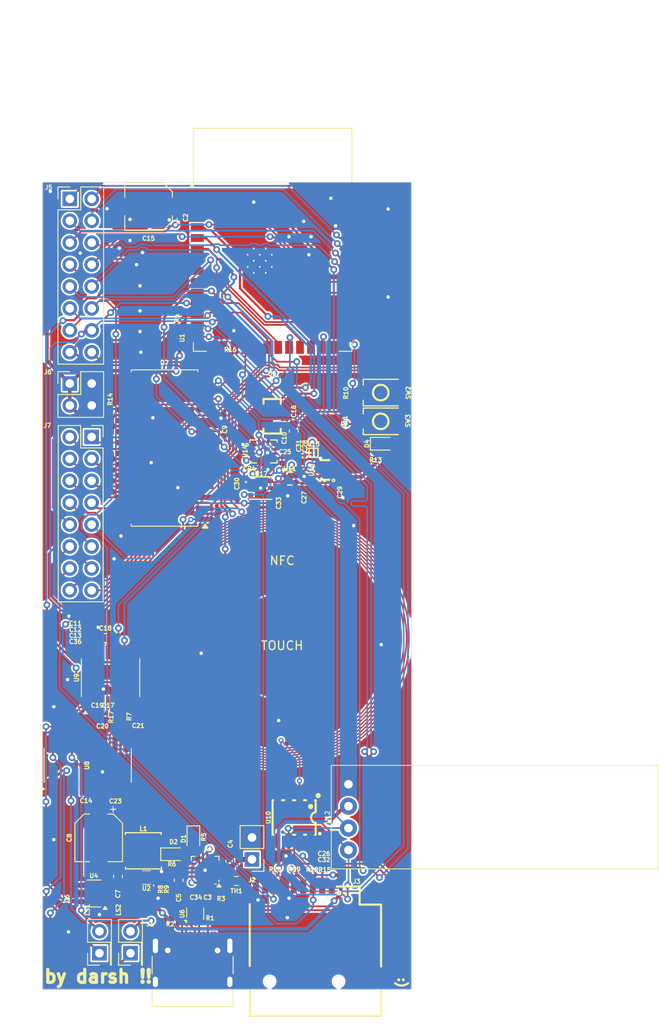
<source format=kicad_pcb>
(kicad_pcb (version 20241229) (generator "pcbnew") (generator_version "9.0")
  (layers (0 "F.Cu" signal) (2 "B.Cu" signal) (13 "F.Paste" user) (15 "B.Paste" user) (5 "F.SilkS" user "F.Silkscreen") (7 "B.SilkS" user "B.Silkscreen") (1 "F.Mask" user) (3 "B.Mask" user) (25 "Edge.Cuts" user))
  (net 0 "")
  (net 1 "+3V3")
  (net 2 "GND")
  (net 3 "VBUS")
  (net 4 "+BATT")
  (net 5 "Net-(U2-EN)")
  (net 6 "+5V")
  (net 7 "Net-(U9-VNEG)")
  (net 8 "Net-(U9-LDOO)")
  (net 9 "Net-(U9-CAPP)")
  (net 10 "Net-(U9-CAPM)")
  (net 11 "Net-(U8-INL)")
  (net 12 "Net-(U8-INR)")
  (net 13 "Net-(U8-VREF)")
  (net 14 "Net-(D1-A)")
  (net 15 "Net-(D2-A)")
  (net 16 "Net-(D4-K)")
  (net 17 "/D+")
  (net 18 "Net-(J1-CC2)")
  (net 19 "/D-")
  (net 20 "Net-(J1-CC1)")
  (net 22 "IO10")
  (net 24 "MISO")
  (net 25 "SCK")
  (net 26 "MOSI")
  (net 27 "IO38")
  (net 28 "IO48")
  (net 29 "IO47")
  (net 30 "IO42")
  (net 31 "RXD0")
  (net 32 "IO41")
  (net 33 "IO40")
  (net 34 "TXD0")
  (net 35 "IO39")
  (net 36 "SDA")
  (net 37 "IO21")
  (net 38 "IO7")
  (net 39 "IO6")
  (net 40 "SCL")
  (net 41 "GPA3")
  (net 42 "GPA1")
  (net 43 "GPA6")
  (net 44 "GPB0")
  (net 45 "GPA7")
  (net 46 "GPB5")
  (net 47 "GPA5")
  (net 48 "GPA0")
  (net 49 "GPA2")
  (net 50 "GPB2")
  (net 51 "GPA4")
  (net 52 "GPB4")
  (net 53 "GPB6")
  (net 54 "GPB7")
  (net 55 "GPB3")
  (net 56 "GPB1")
  (net 57 "Net-(U2-SW)")
  (net 58 "Net-(U8-ROUT+)")
  (net 59 "Net-(U8-ROUT-)")
  (net 60 "Net-(U8-LOUT+)")
  (net 61 "Net-(U8-LOUT-)")
  (net 62 "Net-(U3-ISET)")
  (net 63 "Net-(U3-~{PGOOD})")
  (net 64 "Net-(U3-~{CHG})")
  (net 65 "Net-(U9-OUTL)")
  (net 66 "Net-(U2-FB)")
  (net 67 "RESET")
  (net 68 "EN")
  (net 69 "Net-(U7-~{RESET})")
  (net 70 "Net-(U9-OUTR)")
  (net 71 "Net-(U3-TS)")
  (net 72 "IO1")
  (net 73 "IO2")
  (net 74 "IO18")
  (net 75 "USB_D+")
  (net 77 "USB_D-")
  (net 80 "IO5")
  (net 82 "IO17")
  (net 83 "IO15")
  (net 84 "IO16")
  (net 85 "IO14")
  (net 86 "IO4")
  (net 102 "Net-(U10-AC0)")
  (net 103 "Net-(U10-AC1)")
  (footprint "Capacitor_SMD:C_01005_0402Metric" (layer "F.Cu") (at 134.51 107.5375)
    (property "Reference" "C17" (at 0 -1 0) (layer "F.SilkS") (effects (font (size 0.5 0.5))))
    (property "Value" "1uF")
    (pad "1" smd roundrect (at -0.25 0) (size 0.4 0.3) (layers "F.Cu" "F.Mask") (net 7 "Net-(U9-VNEG)"))
    (pad "2" smd roundrect (at 0.25 0) (size 0.4 0.3) (layers "F.Cu" "F.Mask") (net 2 "GND"))
  )
  (footprint "Capacitor_SMD:C_01005_0402Metric" (layer "F.Cu") (at 133.235 107.5375)
    (property "Reference" "C19" (at 0 -1 0) (layer "F.SilkS") (effects (font (size 0.5 0.5))))
    (property "Value" "1uF")
    (pad "1" smd roundrect (at -0.25 0) (size 0.4 0.3) (layers "F.Cu" "F.Mask") (net 9 "Net-(U9-CAPP)"))
    (pad "2" smd roundrect (at 0.25 0) (size 0.4 0.3) (layers "F.Cu" "F.Mask") (net 10 "Net-(U9-CAPM)"))
  )
  (footprint "Resistor_SMD:R_01005_0402Metric" (layer "F.Cu") (at 135.51 107.85 -90)
    (property "Reference" "R7" (at 0 -1.44 90) (layer "F.SilkS") (effects (font (size 0.5 0.5))))
    (property "Value" "470")
    (pad "1" smd roundrect (at -0.25 0 270) (size 0.4 0.3) (layers "F.Cu" "F.Mask") (net 65 "Net-(U9-OUTL)"))
    (pad "2" smd roundrect (at 0.25 0 270) (size 0.4 0.3) (layers "F.Cu" "F.Mask") (net 11 "Net-(U8-INL)"))
  )
  (footprint "Capacitor_SMD:C_01005_0402Metric" (layer "F.Cu") (at 132.135 97.0375)
    (property "Reference" "C11" (at -1.435 0.0125 0) (layer "F.SilkS") (effects (font (size 0.5 0.5))))
    (property "Value" "1uF")
    (pad "1" smd roundrect (at -0.25 0) (size 0.4 0.3) (layers "F.Cu" "F.Mask") (net 1 "+3V3"))
    (pad "2" smd roundrect (at 0.25 0) (size 0.4 0.3) (layers "F.Cu" "F.Mask") (net 2 "GND"))
  )
  (footprint "Capacitor_SMD:C_01005_0402Metric" (layer "F.Cu") (at 152.275 79.05)
    (property "Reference" "C24" (at -1.375 0.05 0) (layer "F.SilkS") (effects (font (size 0.5 0.5))))
    (property "Value" "0.1uF")
    (pad "1" smd roundrect (at -0.25 0) (size 0.4 0.3) (layers "F.Cu" "F.Mask") (net 1 "+3V3"))
    (pad "2" smd roundrect (at 0.25 0) (size 0.4 0.3) (layers "F.Cu" "F.Mask") (net 2 "GND"))
  )
  (footprint "easyeda2kicad:IND-SMD_L4.0-W4.0-A" (layer "F.Cu") (at 138.6 123.4 180)
    (property "Reference" "L1" (at 0 2.55 0) (layer "F.SilkS") (effects (font (size 0.5 0.5))))
    (property "Value" "1uH")
    (pad "1" smd rect (at -1.2 0 180) (size 1 3.8) (layers "F.Cu" "F.Mask" "F.Paste") (net 5 "Net-(U2-EN)"))
    (pad "2" smd rect (at 1.2 0 180) (size 1 3.8) (layers "F.Cu" "F.Mask" "F.Paste") (net 57 "Net-(U2-SW)"))
  )
  (footprint "Resistor_SMD:R_01005_0402Metric" (layer "F.Cu") (at 162.84145 73.66 90)
    (property "Reference" "R11" (at 0 -0.84145 90) (layer "F.SilkS") (effects (font (size 0.5 0.5))))
    (property "Value" "10K")
    (pad "1" smd roundrect (at -0.25 0 90) (size 0.4 0.3) (layers "F.Cu" "F.Mask") (net 68 "EN"))
    (pad "2" smd roundrect (at 0.25 0 90) (size 0.4 0.3) (layers "F.Cu" "F.Mask") (net 1 "+3V3"))
  )
  (footprint "Capacitor_SMD:C_01005_0402Metric" (layer "F.Cu") (at 143.5 48.875 90)
    (property "Reference" "C2" (at -1.125 0 90) (layer "F.SilkS") (effects (font (size 0.5 0.5))))
    (property "Value" "0.1uF")
    (pad "1" smd roundrect (at -0.25 0 90) (size 0.4 0.3) (layers "F.Cu" "F.Mask") (net 2 "GND"))
    (pad "2" smd roundrect (at 0.25 0 90) (size 0.4 0.3) (layers "F.Cu" "F.Mask") (net 1 "+3V3"))
  )
  (footprint "Capacitor_SMD:C_01005_0402Metric" (layer "F.Cu") (at 132.085 98.4375)
    (property "Reference" "C13" (at -1.385 0.0125 0) (layer "F.SilkS") (effects (font (size 0.5 0.5))))
    (property "Value" "1uF")
    (pad "1" smd roundrect (at -0.25 0) (size 0.4 0.3) (layers "F.Cu" "F.Mask") (net 1 "+3V3"))
    (pad "2" smd roundrect (at 0.25 0) (size 0.4 0.3) (layers "F.Cu" "F.Mask") (net 2 "GND"))
  )
  (footprint "longscreen:SSD1306" (layer "F.Cu") (at 162.4 119.5 90)
    (property "Reference" "U12" (at 0 -2.45 90) (layer "F.SilkS") (effects (font (size 0.5 0.5) (thickness 0.1))))
    (property "Value" "SSD1306")
    (pad "1" thru_hole circle (at 3.81 0 90) (size 2 2) (drill 1) (layers "*.Cu" "*.Mask") (net 2 "GND"))
    (pad "2" thru_hole circle (at 1.27 0 90) (size 2 2) (drill 1) (layers "*.Cu" "*.Mask") (net 1 "+3V3"))
    (pad "3" thru_hole circle (at -1.27 0 90) (size 2 2) (drill 1) (layers "*.Cu" "*.Mask") (net 40 "SCL"))
    (pad "4" thru_hole circle (at -3.81 0 90) (size 2 2) (drill 1) (layers "*.Cu" "*.Mask") (net 36 "SDA"))
  )
  (footprint "Capacitor_SMD:C_0603_1608Metric" (layer "F.Cu") (at 134.185 98.7375)
    (property "Reference" "C18" (at 0 -1.1375 0) (layer "F.SilkS") (effects (font (size 0.5 0.5))))
    (property "Value" "10uF")
    (pad "1" smd roundrect (at -0.775 0) (size 0.9 0.95) (layers "F.Cu" "F.Mask" "F.Paste") (net 8 "Net-(U9-LDOO)"))
    (pad "2" smd roundrect (at 0.775 0) (size 0.9 0.95) (layers "F.Cu" "F.Mask" "F.Paste") (net 2 "GND"))
  )
  (footprint "easyeda2kicad:SO-8_L4.9-W3.9-P1.27-LS5.9-BL" (layer "F.Cu") (at 156.0925 119.5375 180)
    (property "Reference" "U10" (at 2.9925 -0.0125 90) (layer "F.SilkS") (effects (font (size 0.5 0.5))))
    (property "Value" "ST25DV04KC-IE6S3")
    (pad "1" smd oval (at -1.91 2.7 180) (size 0.57 1.89) (layers "F.Cu" "F.Mask" "F.Paste"))
    (pad "2" smd oval (at -0.63 2.7 180) (size 0.57 1.89) (layers "F.Cu" "F.Mask" "F.Paste") (net 102 "Net-(U10-AC0)"))
    (pad "3" smd oval (at 0.63 2.7 180) (size 0.57 1.89) (layers "F.Cu" "F.Mask" "F.Paste") (net 103 "Net-(U10-AC1)"))
    (pad "4" smd oval (at 1.9 2.7 180) (size 0.57 1.89) (layers "F.Cu" "F.Mask" "F.Paste") (net 2 "GND"))
    (pad "5" smd oval (at 1.9 -2.7 180) (size 0.57 1.89) (layers "F.Cu" "F.Mask" "F.Paste") (net 36 "SDA"))
    (pad "6" smd oval (at 0.63 -2.7 180) (size 0.57 1.89) (layers "F.Cu" "F.Mask" "F.Paste") (net 40 "SCL"))
    (pad "7" smd oval (at -0.63 -2.7 180) (size 0.57 1.89) (layers "F.Cu" "F.Mask" "F.Paste") (net 28 "IO48"))
    (pad "8" smd oval (at -1.91 -2.7 180) (size 0.57 1.89) (layers "F.Cu" "F.Mask" "F.Paste") (net 1 "+3V3"))
  )
  (footprint "Capacitor_SMD:C_01005_0402Metric" (layer "F.Cu") (at 157.2 81 90)
    (property "Reference" "C27" (at -1.45 0.05 90) (layer "F.SilkS") (effects (font (size 0.5 0.5))))
    (property "Value" "0.1uF")
    (pad "1" smd roundrect (at -0.25 0 90) (size 0.4 0.3) (layers "F.Cu" "F.Mask") (net 2 "GND"))
    (pad "2" smd roundrect (at 0.25 0 90) (size 0.4 0.3) (layers "F.Cu" "F.Mask") (net 1 "+3V3"))
  )
  (footprint "Resistor_SMD:R_01005_0402Metric" (layer "F.Cu") (at 141.3 126.675 90)
    (property "Reference" "R8" (at -1.175 -0.7 90) (layer "F.SilkS") (effects (font (size 0.5 0.5))))
    (property "Value" "732K")
    (pad "1" smd roundrect (at -0.25 0 90) (size 0.4 0.3) (layers "F.Cu" "F.Mask") (net 66 "Net-(U2-FB)"))
    (pad "2" smd roundrect (at 0.25 0 90) (size 0.4 0.3) (layers "F.Cu" "F.Mask") (net 6 "+5V"))
  )
  (footprint "Capacitor_SMD:C_01005_0402Metric" (layer "F.Cu") (at 150.14 80.825 90)
    (property "Reference" "C30" (at -0.025 -0.69 90) (layer "F.SilkS") (effects (font (size 0.5 0.5))))
    (property "Value" "0.1uF")
    (pad "1" smd roundrect (at -0.25 0 90) (size 0.4 0.3) (layers "F.Cu" "F.Mask") (net 2 "GND"))
    (pad "2" smd roundrect (at 0.25 0 90) (size 0.4 0.3) (layers "F.Cu" "F.Mask") (net 1 "+3V3"))
  )
  (footprint "Resistor_SMD:R_01005_0402Metric" (layer "F.Cu") (at 158.3 126.2375)
    (property "Reference" "R18" (at -0.1 -0.6375 0) (layer "F.SilkS") (effects (font (size 0.5 0.5))))
    (property "Value" "10K")
    (pad "1" smd roundrect (at -0.25 0) (size 0.4 0.3) (layers "F.Cu" "F.Mask") (net 26 "MOSI"))
    (pad "2" smd roundrect (at 0.25 0) (size 0.4 0.3) (layers "F.Cu" "F.Mask") (net 1 "+3V3"))
  )
  (footprint "easyeda2kicad:X1-WLB0808-4_L0.8-W0.8-P0.40-TL" (layer "F.Cu") (at 158.3375 77.25)
    (property "Reference" "U13" (at 0 -1 180) (layer "F.SilkS") (effects (font (size 0.5 0.5))))
    (property "Value" "QMC6309")
    (pad "A1" smd circle (at -0.2 -0.2) (size 0.18 0.18) (layers "F.Cu" "F.Mask" "F.Paste") (net 2 "GND"))
    (pad "A2" smd circle (at 0.2 -0.2) (size 0.18 0.18) (layers "F.Cu" "F.Mask" "F.Paste") (net 40 "SCL"))
    (pad "B1" smd circle (at -0.2 0.2) (size 0.18 0.18) (layers "F.Cu" "F.Mask" "F.Paste") (net 1 "+3V3"))
    (pad "B2" smd circle (at 0.2 0.2) (size 0.18 0.18) (layers "F.Cu" "F.Mask" "F.Paste") (net 36 "SDA"))
  )
  (footprint "Resistor_SMD:R_01005_0402Metric" (layer "F.Cu") (at 143 124.9 180)
    (property "Reference" "R6" (at 1.1 -0.05 0) (layer "F.SilkS") (effects (font (size 0.5 0.5))))
    (property "Value" "1.13K")
    (pad "1" smd roundrect (at -0.25 0 180) (size 0.4 0.3) (layers "F.Cu" "F.Mask") (net 64 "Net-(U3-~{CHG})"))
    (pad "2" smd roundrect (at 0.25 0 180) (size 0.4 0.3) (layers "F.Cu" "F.Mask") (net 15 "Net-(D2-A)"))
  )
  (footprint "Package_SO:SOIC-28W_7.5x17.9mm_P1.27mm" (layer "F.Cu") (at 141.05 76.705 180)
    (property "Reference" "U7" (at 0 9.855 0) (layer "F.SilkS") (effects (font (size 0.5 0.5))))
    (property "Value" "MCP23017_SO")
    (pad "1" smd roundrect (at -4.65 -8.255 180) (size 2.05 0.6) (layers "F.Cu" "F.Mask" "F.Paste") (net 44 "GPB0"))
    (pad "2" smd roundrect (at -4.65 -6.985 180) (size 2.05 0.6) (layers "F.Cu" "F.Mask" "F.Paste") (net 56 "GPB1"))
    (pad "3" smd roundrect (at -4.65 -5.715 180) (size 2.05 0.6) (layers "F.Cu" "F.Mask" "F.Paste") (net 50 "GPB2"))
    (pad "4" smd roundrect (at -4.65 -4.445 180) (size 2.05 0.6) (layers "F.Cu" "F.Mask" "F.Paste") (net 55 "GPB3"))
    (pad "5" smd roundrect (at -4.65 -3.175 180) (size 2.05 0.6) (layers "F.Cu" "F.Mask" "F.Paste") (net 52 "GPB4"))
    (pad "6" smd roundrect (at -4.65 -1.905 180) (size 2.05 0.6) (layers "F.Cu" "F.Mask" "F.Paste") (net 46 "GPB5"))
    (pad "7" smd roundrect (at -4.65 -0.635 180) (size 2.05 0.6) (layers "F.Cu" "F.Mask" "F.Paste") (net 53 "GPB6"))
    (pad "8" smd roundrect (at -4.65 0.635 180) (size 2.05 0.6) (layers "F.Cu" "F.Mask" "F.Paste") (net 54 "GPB7"))
    (pad "9" smd roundrect (at -4.65 1.905 180) (size 2.05 0.6) (layers "F.Cu" "F.Mask" "F.Paste") (net 1 "+3V3"))
    (pad "10" smd roundrect (at -4.65 3.175 180) (size 2.05 0.6) (layers "F.Cu" "F.Mask" "F.Paste") (net 2 "GND"))
    (pad "11" smd roundrect (at -4.65 4.445 180) (size 2.05 0.6) (layers "F.Cu" "F.Mask" "F.Paste"))
    (pad "12" smd roundrect (at -4.65 5.715 180) (size 2.05 0.6) (layers "F.Cu" "F.Mask" "F.Paste") (net 40 "SCL"))
    (pad "13" smd roundrect (at -4.65 6.985 180) (size 2.05 0.6) (layers "F.Cu" "F.Mask" "F.Paste") (net 36 "SDA"))
    (pad "14" smd roundrect (at -4.65 8.255 180) (size 2.05 0.6) (layers "F.Cu" "F.Mask" "F.Paste"))
    (pad "15" smd roundrect (at 4.65 8.255 180) (size 2.05 0.6) (layers "F.Cu" "F.Mask" "F.Paste") (net 2 "GND"))
    (pad "16" smd roundrect (at 4.65 6.985 180) (size 2.05 0.6) (layers "F.Cu" "F.Mask" "F.Paste") (net 2 "GND"))
    (pad "17" smd roundrect (at 4.65 5.715 180) (size 2.05 0.6) (layers "F.Cu" "F.Mask" "F.Paste") (net 2 "GND"))
    (pad "18" smd roundrect (at 4.65 4.445 180) (size 2.05 0.6) (layers "F.Cu" "F.Mask" "F.Paste") (net 69 "Net-(U7-~{RESET})"))
    (pad "19" smd roundrect (at 4.65 3.175 180) (size 2.05 0.6) (layers "F.Cu" "F.Mask" "F.Paste") (net 73 "IO2"))
    (pad "20" smd roundrect (at 4.65 1.905 180) (size 2.05 0.6) (layers "F.Cu" "F.Mask" "F.Paste") (net 72 "IO1"))
    (pad "21" smd roundrect (at 4.65 0.635 180) (size 2.05 0.6) (layers "F.Cu" "F.Mask" "F.Paste") (net 48 "GPA0"))
    (pad "22" smd roundrect (at 4.65 -0.635 180) (size 2.05 0.6) (layers "F.Cu" "F.Mask" "F.Paste") (net 42 "GPA1"))
    (pad "23" smd roundrect (at 4.65 -1.905 180) (size 2.05 0.6) (layers "F.Cu" "F.Mask" "F.Paste") (net 49 "GPA2"))
    (pad "24" smd roundrect (at 4.65 -3.175 180) (size 2.05 0.6) (layers "F.Cu" "F.Mask" "F.Paste") (net 41 "GPA3"))
    (pad "25" smd roundrect (at 4.65 -4.445 180) (size 2.05 0.6) (layers "F.Cu" "F.Mask" "F.Paste") (net 51 "GPA4"))
    (pad "26" smd roundrect (at 4.65 -5.715 180) (size 2.05 0.6) (layers "F.Cu" "F.Mask" "F.Paste") (net 47 "GPA5"))
    (pad "27" smd roundrect (at 4.65 -6.985 180) (size 2.05 0.6) (layers "F.Cu" "F.Mask" "F.Paste") (net 43 "GPA6"))
    (pad "28" smd roundrect (at 4.65 -8.255 180) (size 2.05 0.6) (layers "F.Cu" "F.Mask" "F.Paste") (net 45 "GPA7"))
  )
  (footprint "Capacitor_SMD:C_0603_1608Metric" (layer "F.Cu") (at 148.7 124.6 90)
    (property "Reference" "C4" (at 2 0 90) (layer "F.SilkS") (effects (font (size 0.5 0.5))))
    (property "Value" "10uF")
    (pad "1" smd roundrect (at -0.775 0 90) (size 0.9 0.95) (layers "F.Cu" "F.Mask" "F.Paste") (net 4 "+BATT"))
    (pad "2" smd roundrect (at 0.775 0 90) (size 0.9 0.95) (layers "F.Cu" "F.Mask" "F.Paste") (net 2 "GND"))
  )
  (footprint "Resistor_SMD:R_01005_0402Metric" (layer "F.Cu") (at 146.3375 131.8875)
    (property "Reference" "R1" (at 0 -0.6875 0) (layer "F.SilkS") (effects (font (size 0.5 0.5))))
    (property "Value" "5.1K")
    (pad "1" smd roundrect (at -0.25 0) (size 0.4 0.3) (layers "F.Cu" "F.Mask") (net 18 "Net-(J1-CC2)"))
    (pad "2" smd roundrect (at 0.25 0) (size 0.4 0.3) (layers "F.Cu" "F.Mask") (net 2 "GND"))
  )
  (footprint "Capacitor_SMD:C_01005_0402Metric" (layer "F.Cu") (at 135.31 108.9 180)
    (property "Reference" "C20" (at 1.46 -0.05 0) (layer "F.SilkS") (effects (font (size 0.5 0.5))))
    (property "Value" "2.2nF")
    (pad "1" smd roundrect (at -0.25 0 180) (size 0.4 0.3) (layers "F.Cu" "F.Mask") (net 11 "Net-(U8-INL)"))
    (pad "2" smd roundrect (at 0.25 0 180) (size 0.4 0.3) (layers "F.Cu" "F.Mask") (net 2 "GND"))
  )
  (footprint "LED_SMD:LED_0603_1608Metric" (layer "F.Cu") (at 142.1 123.8)
    (property "Reference" "D2" (at 0 -1.43 0) (layer "F.SilkS") (effects (font (size 0.5 0.5))))
    (property "Value" "LED")
    (pad "1" smd roundrect (at -0.7875 0) (size 0.875 0.95) (layers "F.Cu" "F.Mask" "F.Paste") (net 2 "GND"))
    (pad "2" smd roundrect (at 0.7875 0) (size 0.875 0.95) (layers "F.Cu" "F.Mask" "F.Paste") (net 15 "Net-(D2-A)"))
  )
  (footprint "Package_SO:TSSOP-20_4.4x6.5mm_P0.65mm" (layer "F.Cu") (at 134.785 103.3375 90)
    (property "Reference" "U9" (at 0 -3.935 90) (layer "F.SilkS") (effects (font (size 0.5 0.5))))
    (property "Value" "PCM5102A")
    (pad "1" smd roundrect (at -2.8625 -2.925 90) (size 1.475 0.4) (layers "F.Cu" "F.Mask" "F.Paste") (net 1 "+3V3"))
    (pad "2" smd roundrect (at -2.8625 -2.275 90) (size 1.475 0.4) (layers "F.Cu" "F.Mask" "F.Paste") (net 9 "Net-(U9-CAPP)"))
    (pad "3" smd roundrect (at -2.8625 -1.625 90) (size 1.475 0.4) (layers "F.Cu" "F.Mask" "F.Paste") (net 2 "GND"))
    (pad "4" smd roundrect (at -2.8625 -0.975 90) (size 1.475 0.4) (layers "F.Cu" "F.Mask" "F.Paste") (net 10 "Net-(U9-CAPM)"))
    (pad "5" smd roundrect (at -2.8625 -0.325 90) (size 1.475 0.4) (layers "F.Cu" "F.Mask" "F.Paste") (net 7 "Net-(U9-VNEG)"))
    (pad "6" smd roundrect (at -2.8625 0.325 90) (size 1.475 0.4) (layers "F.Cu" "F.Mask" "F.Paste") (net 65 "Net-(U9-OUTL)"))
    (pad "7" smd roundrect (at -2.8625 0.975 90) (size 1.475 0.4) (layers "F.Cu" "F.Mask" "F.Paste") (net 70 "Net-(U9-OUTR)"))
    (pad "8" smd roundrect (at -2.8625 1.625 90) (size 1.475 0.4) (layers "F.Cu" "F.Mask" "F.Paste") (net 1 "+3V3"))
    (pad "9" smd roundrect (at -2.8625 2.275 90) (size 1.475 0.4) (layers "F.Cu" "F.Mask" "F.Paste") (net 2 "GND"))
    (pad "10" smd roundrect (at -2.8625 2.925 90) (size 1.475 0.4) (layers "F.Cu" "F.Mask" "F.Paste") (net 2 "GND"))
    (pad "11" smd roundrect (at 2.8625 2.925 90) (size 1.475 0.4) (layers "F.Cu" "F.Mask" "F.Paste") (net 2 "GND"))
    (pad "12" smd roundrect (at 2.8625 2.275 90) (size 1.475 0.4) (layers "F.Cu" "F.Mask" "F.Paste") (net 2 "GND"))
    (pad "13" smd roundrect (at 2.8625 1.625 90) (size 1.475 0.4) (layers "F.Cu" "F.Mask" "F.Paste") (net 84 "IO16"))
    (pad "14" smd roundrect (at 2.8625 0.975 90) (size 1.475 0.4) (layers "F.Cu" "F.Mask" "F.Paste") (net 83 "IO15"))
    (pad "15" smd roundrect (at 2.8625 0.325 90) (size 1.475 0.4) (layers "F.Cu" "F.Mask" "F.Paste") (net 85 "IO14"))
    (pad "16" smd roundrect (at 2.8625 -0.325 90) (size 1.475 0.4) (layers "F.Cu" "F.Mask" "F.Paste") (net 2 "GND"))
    (pad "17" smd roundrect (at 2.8625 -0.975 90) (size 1.475 0.4) (layers "F.Cu" "F.Mask" "F.Paste") (net 1 "+3V3"))
    (pad "18" smd roundrect (at 2.8625 -1.625 90) (size 1.475 0.4) (layers "F.Cu" "F.Mask" "F.Paste") (net 8 "Net-(U9-LDOO)"))
    (pad "19" smd roundrect (at 2.8625 -2.275 90) (size 1.475 0.4) (layers "F.Cu" "F.Mask" "F.Paste") (net 2 "GND"))
    (pad "20" smd roundrect (at 2.8625 -2.925 90) (size 1.475 0.4) (layers "F.Cu" "F.Mask" "F.Paste") (net 1 "+3V3"))
  )
  (footprint "Resistor_SMD:R_01005_0402Metric" (layer "F.Cu") (at 134.75 72.45 -90)
    (property "Reference" "R14" (at -1.4 0 90) (layer "F.SilkS") (effects (font (size 0.5 0.5))))
    (property "Value" "10K")
    (pad "1" smd roundrect (at -0.25 0 270) (size 0.4 0.3) (layers "F.Cu" "F.Mask") (net 69 "Net-(U7-~{RESET})"))
    (pad "2" smd roundrect (at 0.25 0 270) (size 0.4 0.3) (layers "F.Cu" "F.Mask") (net 1 "+3V3"))
  )
  (footprint "easyeda2kicad:LGA-14_L3.0-W2.5-P0.50-TL" (layer "F.Cu") (at 152.54 77.1)
    (property "Reference" "U14" (at -2.14 0 90) (layer "F.SilkS") (effects (font (size 0.5 0.5))))
    (property "Value" "ICM-45605")
    (pad "1" smd rect (at -1.26 -0.75) (size 0.68 0.28) (layers "F.Cu" "F.Mask" "F.Paste") (net 2 "GND"))
    (pad "2" smd rect (at -1.26 -0.25) (size 0.68 0.28) (layers "F.Cu" "F.Mask" "F.Paste"))
    (pad "3" smd rect (at -1.26 0.25) (size 0.68 0.28) (layers "F.Cu" "F.Mask" "F.Paste"))
    (pad "4" smd rect (at -1.26 0.75) (size 0.68 0.28) (layers "F.Cu" "F.Mask" "F.Paste") (net 82 "IO17"))
    (pad "5" smd rect (at -0.5 1.01) (size 0.28 0.68) (layers "F.Cu" "F.Mask" "F.Paste") (net 1 "+3V3"))
    (pad "6" smd rect (at 0 1.01) (size 0.28 0.68) (layers "F.Cu" "F.Mask" "F.Paste") (net 2 "GND"))
    (pad "7" smd rect (at 0.5 1.01) (size 0.28 0.68) (layers "F.Cu" "F.Mask" "F.Paste"))
    (pad "8" smd rect (at 1.26 0.75) (size 0.68 0.28) (layers "F.Cu" "F.Mask" "F.Paste") (net 1 "+3V3"))
    (pad "9" smd rect (at 1.26 0.25) (size 0.68 0.28) (layers "F.Cu" "F.Mask" "F.Paste"))
    (pad "10" smd rect (at 1.26 -0.25) (size 0.68 0.28) (layers "F.Cu" "F.Mask" "F.Paste"))
    (pad "11" smd rect (at 1.26 -0.75) (size 0.68 0.28) (layers "F.Cu" "F.Mask" "F.Paste"))
    (pad "12" smd rect (at 0.5 -1.01) (size 0.28 0.68) (layers "F.Cu" "F.Mask" "F.Paste") (net 1 "+3V3"))
    (pad "13" smd rect (at 0 -1.01) (size 0.28 0.68) (layers "F.Cu" "F.Mask" "F.Paste") (net 40 "SCL"))
    (pad "14" smd rect (at -0.5 -1.01) (size 0.28 0.68) (layers "F.Cu" "F.Mask" "F.Paste") (net 36 "SDA"))
  )
  (footprint "Capacitor_SMD:CP_Elec_5x5.3" (layer "F.Cu") (at 133.41 121.9 -90)
    (property "Reference" "C8" (at 0 3.41 90) (layer "F.SilkS") (effects (font (size 0.5 0.5))))
    (property "Value" "22uF")
    (pad "1" smd roundrect (at -2.2 0 270) (size 3 1.6) (layers "F.Cu" "F.Mask" "F.Paste") (roundrect_rratio 0.15625) (net 6 "+5V"))
    (pad "2" smd roundrect (at 2.2 0 270) (size 3 1.6) (layers "F.Cu" "F.Mask" "F.Paste") (roundrect_rratio 0.15625) (net 2 "GND"))
  )
  (footprint "Capacitor_SMD:C_01005_0402Metric" (layer "F.Cu") (at 132.085 99.1375)
    (property "Reference" "C36" (at -1.385 0.0125 0) (layer "F.SilkS") (effects (font (size 0.5 0.5))))
    (property "Value" "0.1uF")
    (pad "1" smd roundrect (at -0.25 0) (size 0.4 0.3) (layers "F.Cu" "F.Mask") (net 1 "+3V3"))
    (pad "2" smd roundrect (at 0.25 0) (size 0.4 0.3) (layers "F.Cu" "F.Mask") (net 2 "GND"))
  )
  (footprint "easyeda2kicad:SOT-5X3-8_L2.1-W1.2-P0.50-LS1.9-BL" (layer "F.Cu") (at 159.66 79.25 90)
    (property "Reference" "U16" (at 0 -1.56 90) (layer "F.SilkS") (effects (font (size 0.5 0.5))))
    (property "Value" "OPT4048DTSR")
    (pad "1" smd rect (at -0.75 0.79 90) (size 0.28 0.68) (layers "F.Cu" "F.Mask" "F.Paste") (net 1 "+3V3"))
    (pad "2" smd rect (at -0.25 0.79 90) (size 0.28 0.68) (layers "F.Cu" "F.Mask" "F.Paste") (net 1 "+3V3"))
    (pad "3" smd rect (at 0.25 0.79 90) (size 0.28 0.68) (layers "F.Cu" "F.Mask" "F.Paste"))
    (pad "4" smd rect (at 0.75 0.79 90) (size 0.28 0.68) (layers "F.Cu" "F.Mask" "F.Paste") (net 2 "GND"))
    (pad "5" smd rect (at 0.75 -0.79 90) (size 0.28 0.68) (layers "F.Cu" "F.Mask" "F.Paste") (net 40 "SCL"))
    (pad "6" smd rect (at 0.25 -0.79 90) (size 0.28 0.68) (layers "F.Cu" "F.Mask" "F.Paste"))
    (pad "7" smd rect (at -0.25 -0.79 90) (size 0.28 0.68) (layers "F.Cu" "F.Mask" "F.Paste"))
    (pad "8" smd rect (at -0.75 -0.79 90) (size 0.28 0.68) (layers "F.Cu" "F.Mask" "F.Paste") (net 36 "SDA"))
  )
  (footprint "Connector_PinSocket_2.54mm:PinSocket_2x08_P2.54mm_Vertical" (layer "F.Cu") (at 132.59 75.425)
    (property "Reference" "J7" (at -5.14 -1.325 0) (layer "F.SilkS") (effects (font (size 0.5 0.5))))
    (property "Value" "Conn_02x08_Top_Bottom")
    (pad "1" thru_hole rect (at 0 0) (size 1.7 1.7) (drill 1) (layers "*.Cu" "*.Mask") (net 48 "GPA0"))
    (pad "2" thru_hole circle (at -2.54 0) (size 1.7 1.7) (drill 1) (layers "*.Cu" "*.Mask") (net 42 "GPA1"))
    (pad "3" thru_hole circle (at 0 2.54) (size 1.7 1.7) (drill 1) (layers "*.Cu" "*.Mask") (net 49 "GPA2"))
    (pad "4" thru_hole circle (at -2.54 2.54) (size 1.7 1.7) (drill 1) (layers "*.Cu" "*.Mask") (net 41 "GPA3"))
    (pad "5" thru_hole circle (at 0 5.08) (size 1.7 1.7) (drill 1) (layers "*.Cu" "*.Mask") (net 51 "GPA4"))
    (pad "6" thru_hole circle (at -2.54 5.08) (size 1.7 1.7) (drill 1) (layers "*.Cu" "*.Mask") (net 47 "GPA5"))
    (pad "7" thru_hole circle (at 0 7.62) (size 1.7 1.7) (drill 1) (layers "*.Cu" "*.Mask") (net 43 "GPA6"))
    (pad "8" thru_hole circle (at -2.54 7.62) (size 1.7 1.7) (drill 1) (layers "*.Cu" "*.Mask") (net 45 "GPA7"))
    (pad "9" thru_hole circle (at 0 10.16) (size 1.7 1.7) (drill 1) (layers "*.Cu" "*.Mask") (net 44 "GPB0"))
    (pad "10" thru_hole circle (at -2.54 10.16) (size 1.7 1.7) (drill 1) (layers "*.Cu" "*.Mask") (net 56 "GPB1"))
    (pad "11" thru_hole circle (at 0 12.7) (size 1.7 1.7) (drill 1) (layers "*.Cu" "*.Mask") (net 50 "GPB2"))
    (pad "12" thru_hole circle (at -2.54 12.7) (size 1.7 1.7) (drill 1) (layers "*.Cu" "*.Mask") (net 55 "GPB3"))
    (pad "13" thru_hole circle (at 0 15.24) (size 1.7 1.7) (drill 1) (layers "*.Cu" "*.Mask") (net 52 "GPB4"))
    (pad "14" thru_hole circle (at -2.54 15.24) (size 1.7 1.7) (drill 1) (layers "*.Cu" "*.Mask") (net 46 "GPB5"))
    (pad "15" thru_hole circle (at 0 17.78) (size 1.7 1.7) (drill 1) (layers "*.Cu" "*.Mask") (net 53 "GPB6"))
    (pad "16" thru_hole circle (at -2.54 17.78) (size 1.7 1.7) (drill 1) (layers "*.Cu" "*.Mask") (net 54 "GPB7"))
  )
  (footprint "Connector_USB:USB_C_Receptacle_HRO_TYPE-C-31-M-12" (layer "F.Cu") (at 144.3125 137.5475)
    (property "Reference" "J1" (at -4.9125 -5.645 0) (layer "F.SilkS") (effects (font (size 0.5 0.5))))
    (property "Value" "USB_C_Receptacle_USB2.0_14P")
    (pad "" np_thru_hole circle (at -2.89 -2.6) (size 0.65 0.65) (drill 0.65) (layers "*.Cu" "*.Mask"))
    (pad "" np_thru_hole circle (at 2.89 -2.6) (size 0.65 0.65) (drill 0.65) (layers "*.Cu" "*.Mask"))
    (pad "A1" smd rect (at -3.25 -4.045) (size 0.6 1.45) (layers "F.Cu" "F.Mask" "F.Paste") (net 2 "GND"))
    (pad "A4" smd rect (at -2.45 -4.045) (size 0.6 1.45) (layers "F.Cu" "F.Mask" "F.Paste") (net 3 "VBUS"))
    (pad "A5" smd rect (at -1.25 -4.045) (size 0.3 1.45) (layers "F.Cu" "F.Mask" "F.Paste") (net 20 "Net-(J1-CC1)"))
    (pad "A6" smd rect (at -0.25 -4.045) (size 0.3 1.45) (layers "F.Cu" "F.Mask" "F.Paste") (net 17 "/D+"))
    (pad "A7" smd rect (at 0.25 -4.045) (size 0.3 1.45) (layers "F.Cu" "F.Mask" "F.Paste") (net 19 "/D-"))
    (pad "A8" smd rect (at 1.25 -4.045) (size 0.3 1.45) (layers "F.Cu" "F.Mask" "F.Paste"))
    (pad "A9" smd rect (at 2.45 -4.045) (size 0.6 1.45) (layers "F.Cu" "F.Mask" "F.Paste") (net 3 "VBUS"))
    (pad "A12" smd rect (at 3.25 -4.045) (size 0.6 1.45) (layers "F.Cu" "F.Mask" "F.Paste") (net 2 "GND"))
    (pad "B1" smd rect (at 3.25 -4.045) (size 0.6 1.45) (layers "F.Cu" "F.Mask" "F.Paste") (net 2 "GND"))
    (pad "B4" smd rect (at 2.45 -4.045) (size 0.6 1.45) (layers "F.Cu" "F.Mask" "F.Paste") (net 3 "VBUS"))
    (pad "B5" smd rect (at 1.75 -4.045) (size 0.3 1.45) (layers "F.Cu" "F.Mask" "F.Paste") (net 18 "Net-(J1-CC2)"))
    (pad "B6" smd rect (at 0.75 -4.045) (size 0.3 1.45) (layers "F.Cu" "F.Mask" "F.Paste") (net 17 "/D+"))
    (pad "B7" smd rect (at -0.75 -4.045) (size 0.3 1.45) (layers "F.Cu" "F.Mask" "F.Paste") (net 19 "/D-"))
    (pad "B8" smd rect (at -1.75 -4.045) (size 0.3 1.45) (layers "F.Cu" "F.Mask" "F.Paste"))
    (pad "B9" smd rect (at -2.45 -4.045) (size 0.6 1.45) (layers "F.Cu" "F.Mask" "F.Paste") (net 3 "VBUS"))
    (pad "B12" smd rect (at -3.25 -4.045) (size 0.6 1.45) (layers "F.Cu" "F.Mask" "F.Paste") (net 2 "GND"))
    (pad "S1" thru_hole oval (at -4.32 -3.13) (size 1 2.1) (drill oval 0.6 1.7) (property pad_prop_heatsink) (layers "*.Cu" "*.Mask") (net 2 "GND"))
    (pad "S1" thru_hole oval (at -4.32 1.05) (size 1 1.6) (drill oval 0.6 1.2) (property pad_prop_heatsink) (layers "*.Cu" "*.Mask") (net 2 "GND"))
    (pad "S1" thru_hole oval (at 4.32 -3.13) (size 1 2.1) (drill oval 0.6 1.7) (property pad_prop_heatsink) (layers "*.Cu" "*.Mask") (net 2 "GND"))
    (pad "S1" thru_hole oval (at 4.32 1.05) (size 1 1.6) (drill oval 0.6 1.2) (property pad_prop_heatsink) (layers "*.Cu" "*.Mask") (net 2 "GND"))
  )
  (footprint "Capacitor_SMD:C_0603_1608Metric" (layer "F.Cu") (at 142.7 126.8 -90)
    (property "Reference" "C5" (at 2.05 0 90) (layer "F.SilkS") (effects (font (size 0.5 0.5))))
    (property "Value" "10uF")
    (pad "1" smd roundrect (at -0.775 0 270) (size 0.9 0.95) (layers "F.Cu" "F.Mask" "F.Paste") (net 5 "Net-(U2-EN)"))
    (pad "2" smd roundrect (at 0.775 0 270) (size 0.9 0.95) (layers "F.Cu" "F.Mask" "F.Paste") (net 2 "GND"))
  )
  (footprint "LED_SMD:LED_0603_1608Metric" (layer "F.Cu") (at 166.42895 76.21)
    (property "Reference" "D4" (at -1.87895 -0.01 90) (layer "F.SilkS") (effects (font (size 0.5 0.5))))
    (property "Value" "LED")
    (pad "1" smd roundrect (at -0.7875 0) (size 0.875 0.95) (layers "F.Cu" "F.Mask" "F.Paste") (net 16 "Net-(D4-K)"))
    (pad "2" smd roundrect (at 0.7875 0) (size 0.875 0.95) (layers "F.Cu" "F.Mask" "F.Paste") (net 1 "+3V3"))
  )
  (footprint "easyeda2kicad:MIC-SMD_6P-L4.0-W2.0_LMD4020T261-OC3" (layer "F.Cu") (at 153.53 73.025)
    (property "Reference" "U5" (at 0 -4.94 0) (layer "F.SilkS") (effects (font (size 0.5 0.5))))
    (property "Value" "MSM261DGT003")
    (pad "1" smd rect (at 0.58 0.94) (size 0.57 0.64) (layers "F.Cu" "F.Mask" "F.Paste") (net 1 "+3V3"))
    (pad "2" smd rect (at 0.58 0) (size 0.57 0.64) (layers "F.Cu" "F.Mask" "F.Paste") (net 2 "GND"))
    (pad "3" smd rect (at 0.58 -0.94) (size 0.57 0.64) (layers "F.Cu" "F.Mask" "F.Paste") (net 80 "IO5"))
    (pad "4" smd rect (at -0.58 -0.94) (size 0.57 0.64) (layers "F.Cu" "F.Mask" "F.Paste") (net 86 "IO4"))
    (pad "5" smd rect (at -0.58 0) (size 0.57 0.64) (layers "F.Cu" "F.Mask" "F.Paste") (net 2 "GND"))
    (pad "6" smd rect (at -0.58 0.94) (size 0.57 0.64) (layers "F.Cu" "F.Mask" "F.Paste") (net 2 "GND"))
  )
  (footprint "Resistor_SMD:R_0603_1608Metric" (layer "F.Cu") (at 149.4 126.9)
    (property "Reference" "TH1" (at 0 1.15 0) (layer "F.SilkS") (effects (font (size 0.5 0.5))))
    (property "Value" "10K")
    (pad "1" smd roundrect (at -0.825 0) (size 0.8 0.95) (layers "F.Cu" "F.Mask" "F.Paste") (net 71 "Net-(U3-TS)"))
    (pad "2" smd roundrect (at 0.825 0) (size 0.8 0.95) (layers "F.Cu" "F.Mask" "F.Paste") (net 2 "GND"))
  )
  (footprint "Capacitor_SMD:C_0603_1608Metric" (layer "F.Cu") (at 135.65 126.375 90)
    (property "Reference" "C7" (at -2.025 0 90) (layer "F.SilkS") (effects (font (size 0.5 0.5))))
    (property "Value" "10uF")
    (pad "1" smd roundrect (at -0.775 0 90) (size 0.9 0.95) (layers "F.Cu" "F.Mask" "F.Paste") (net 6 "+5V"))
    (pad "2" smd roundrect (at 0.775 0 90) (size 0.9 0.95) (layers "F.Cu" "F.Mask" "F.Paste") (net 2 "GND"))
  )
  (footprint "RF_Module:ESP32-S3-WROOM-1" (layer "F.Cu") (at 153.6 52.54)
    (property "Reference" "U1" (at -10.5 11.4 90) (layer "F.SilkS") (effects (font (size 0.5 0.5))))
    (property "Value" "ESP32-S3-WROOM-1")
    (pad "1" smd rect (at -8.75 -5.26) (size 1.5 0.9) (layers "F.Cu" "F.Mask" "F.Paste") (net 2 "GND"))
    (pad "2" smd rect (at -8.75 -3.99) (size 1.5 0.9) (layers "F.Cu" "F.Mask" "F.Paste") (net 1 "+3V3"))
    (pad "3" smd rect (at -8.75 -2.72) (size 1.5 0.9) (layers "F.Cu" "F.Mask" "F.Paste") (net 68 "EN"))
    (pad "4" smd rect (at -8.75 -1.45) (size 1.5 0.9) (layers "F.Cu" "F.Mask" "F.Paste") (net 86 "IO4"))
    (pad "5" smd rect (at -8.75 -0.18) (size 1.5 0.9) (layers "F.Cu" "F.Mask" "F.Paste") (net 80 "IO5"))
    (pad "6" smd rect (at -8.75 1.09) (size 1.5 0.9) (layers "F.Cu" "F.Mask" "F.Paste") (net 39 "IO6"))
    (pad "7" smd rect (at -8.75 2.36) (size 1.5 0.9) (layers "F.Cu" "F.Mask" "F.Paste") (net 38 "IO7"))
    (pad "8" smd rect (at -8.75 3.63) (size 1.5 0.9) (layers "F.Cu" "F.Mask" "F.Paste") (net 83 "IO15"))
    (pad "9" smd rect (at -8.75 4.9) (size 1.5 0.9) (layers "F.Cu" "F.Mask" "F.Paste") (net 84 "IO16"))
    (pad "10" smd rect (at -8.75 6.17) (size 1.5 0.9) (layers "F.Cu" "F.Mask" "F.Paste") (net 82 "IO17"))
    (pad "11" smd rect (at -8.75 7.44) (size 1.5 0.9) (layers "F.Cu" "F.Mask" "F.Paste") (net 74 "IO18"))
    (pad "12" smd rect (at -8.75 8.71) (size 1.5 0.9) (layers "F.Cu" "F.Mask" "F.Paste") (net 36 "SDA"))
    (pad "13" smd rect (at -8.75 9.98) (size 1.5 0.9) (layers "F.Cu" "F.Mask" "F.Paste") (net 77 "USB_D-"))
    (pad "14" smd rect (at -8.75 11.25 180) (size 1.5 0.9) (layers "F.Cu" "F.Mask" "F.Paste") (net 75 "USB_D+"))
    (pad "15" smd rect (at -6.985 12.5 270) (size 1.5 0.9) (layers "F.Cu" "F.Mask" "F.Paste"))
    (pad "16" smd rect (at -5.715 12.5 270) (size 1.5 0.9) (layers "F.Cu" "F.Mask" "F.Paste"))
    (pad "17" smd rect (at -4.445 12.5 270) (size 1.5 0.9) (layers "F.Cu" "F.Mask" "F.Paste") (net 40 "SCL"))
    (pad "18" smd rect (at -3.175 12.5 270) (size 1.5 0.9) (layers "F.Cu" "F.Mask" "F.Paste") (net 22 "IO10"))
    (pad "19" smd rect (at -1.905 12.5 270) (size 1.5 0.9) (layers "F.Cu" "F.Mask" "F.Paste") (net 26 "MOSI"))
    (pad "20" smd rect (at -0.635 12.5 270) (size 1.5 0.9) (layers "F.Cu" "F.Mask" "F.Paste") (net 25 "SCK"))
    (pad "21" smd rect (at 0.635 12.5 270) (size 1.5 0.9) (layers "F.Cu" "F.Mask" "F.Paste") (net 24 "MISO"))
    (pad "22" smd rect (at 1.905 12.5 270) (size 1.5 0.9) (layers "F.Cu" "F.Mask" "F.Paste") (net 85 "IO14"))
    (pad "23" smd rect (at 3.175 12.5 270) (size 1.5 0.9) (layers "F.Cu" "F.Mask" "F.Paste") (net 37 "IO21"))
    (pad "24" smd rect (at 4.445 12.5 270) (size 1.5 0.9) (layers "F.Cu" "F.Mask" "F.Paste") (net 29 "IO47"))
    (pad "25" smd rect (at 5.715 12.5 270) (size 1.5 0.9) (layers "F.Cu" "F.Mask" "F.Paste") (net 28 "IO48"))
    (pad "26" smd rect (at 6.985 12.5 270) (size 1.5 0.9) (layers "F.Cu" "F.Mask" "F.Paste"))
    (pad "27" smd rect (at 8.75 11.25) (size 1.5 0.9) (layers "F.Cu" "F.Mask" "F.Paste") (net 67 "RESET"))
    (pad "28" smd rect (at 8.75 9.98) (size 1.5 0.9) (layers "F.Cu" "F.Mask" "F.Paste"))
    (pad "29" smd rect (at 8.75 8.71) (size 1.5 0.9) (layers "F.Cu" "F.Mask" "F.Paste"))
    (pad "30" smd rect (at 8.75 7.44) (size 1.5 0.9) (layers "F.Cu" "F.Mask" "F.Paste"))
    (pad "31" smd rect (at 8.75 6.17) (size 1.5 0.9) (layers "F.Cu" "F.Mask" "F.Paste") (net 27 "IO38"))
    (pad "32" smd rect (at 8.75 4.9) (size 1.5 0.9) (layers "F.Cu" "F.Mask" "F.Paste") (net 35 "IO39"))
    (pad "33" smd rect (at 8.75 3.63) (size 1.5 0.9) (layers "F.Cu" "F.Mask" "F.Paste") (net 33 "IO40"))
    (pad "34" smd rect (at 8.75 2.36) (size 1.5 0.9) (layers "F.Cu" "F.Mask" "F.Paste") (net 32 "IO41"))
    (pad "35" smd rect (at 8.75 1.09) (size 1.5 0.9) (layers "F.Cu" "F.Mask" "F.Paste") (net 30 "IO42"))
    (pad "36" smd rect (at 8.75 -0.18) (size 1.5 0.9) (layers "F.Cu" "F.Mask" "F.Paste") (net 31 "RXD0"))
    (pad "37" smd rect (at 8.75 -1.45) (size 1.5 0.9) (layers "F.Cu" "F.Mask" "F.Paste") (net 34 "TXD0"))
    (pad "38" smd rect (at 8.75 -2.72) (size 1.5 0.9) (layers "F.Cu" "F.Mask" "F.Paste") (net 73 "IO2"))
    (pad "39" smd rect (at 8.75 -3.99) (size 1.5 0.9) (layers "F.Cu" "F.Mask" "F.Paste") (net 72 "IO1"))
    (pad "40" smd rect (at 8.75 -5.26) (size 1.5 0.9) (layers "F.Cu" "F.Mask" "F.Paste") (net 2 "GND"))
    (pad "41" thru_hole circle (at -2.9 1.76 90) (size 0.6 0.6) (drill 0.2) (property pad_prop_heatsink) (layers "*.Cu" "F.Mask") (net 2 "GND"))
    (pad "41" thru_hole circle (at -2.9 3.16) (size 0.6 0.6) (drill 0.2) (property pad_prop_heatsink) (layers "*.Cu" "F.Mask") (net 2 "GND"))
    (pad "41" thru_hole circle (at -2.2 1.06) (size 0.6 0.6) (drill 0.2) (property pad_prop_heatsink) (layers "*.Cu" "F.Mask") (net 2 "GND"))
    (pad "41" thru_hole circle (at -2.2 2.46) (size 0.6 0.6) (drill 0.2) (property pad_prop_heatsink) (layers "*.Cu" "F.Mask") (net 2 "GND"))
    (pad "41" thru_hole circle (at -2.2 3.86) (size 0.6 0.6) (drill 0.2) (property pad_prop_heatsink) (layers "*.Cu" "F.Mask") (net 2 "GND"))
    (pad "41" thru_hole circle (at -1.5 1.76) (size 0.6 0.6) (drill 0.2) (property pad_prop_heatsink) (layers "*.Cu" "F.Mask") (net 2 "GND"))
    (pad "41" smd rect (at -1.5 2.46 270) (size 3.9 3.9) (property pad_prop_heatsink) (layers "F.Cu" "F.Mask") (net 2 "GND"))
    (pad "41" thru_hole circle (at -1.5 3.16) (size 0.6 0.6) (drill 0.2) (property pad_prop_heatsink) (layers "*.Cu" "F.Mask") (net 2 "GND"))
    (pad "41" thru_hole circle (at -0.8 1.06) (size 0.6 0.6) (drill 0.2) (property pad_prop_heatsink) (layers "*.Cu" "F.Mask") (net 2 "GND"))
    (pad "41" thru_hole circle (at -0.8 2.46) (size 0.6 0.6) (drill 0.2) (property pad_prop_heatsink) (layers "*.Cu" "F.Mask") (net 2 "GND"))
    (pad "41" thru_hole circle (at -0.8 3.86) (size 0.6 0.6) (drill 0.2) (property pad_prop_heatsink) (layers "*.Cu" "F.Mask") (net 2 "GND"))
    (pad "41" thru_hole circle (at -0.1 1.76) (size 0.6 0.6) (drill 0.2) (property pad_prop_heatsink) (layers "*.Cu" "F.Mask") (net 2 "GND"))
    (pad "41" thru_hole circle (at -0.1 3.16) (size 0.6 0.6) (drill 0.2) (property pad_prop_heatsink) (layers "*.Cu" "F.Mask") (net 2 "GND"))
    (zone (net 0) (net_name "") (layers "F.Cu" "B.Cu") (connect_pads (clearance 0)) (min_thickness 0.254)
      (keepout (tracks not_allowed) (vias not_allowed) (pads not_allowed) (copperpour not_allowed) (footprints not_allowed))
      (fill (thermal_gap 0.508) (thermal_bridge_width 0.508))
      (polygon (pts (xy 129.6 45.79) (xy 177.6 45.79) (xy 177.6 24.79) (xy 129.6 24.79)))
    )
  )
  (footprint "easyeda2kicad:SOT-563_L1.6-W1.2-P0.50-LS1.6-BR" (layer "F.Cu") (at 138.95 126.5)
    (property "Reference" "U2" (at 0 1.25 0) (layer "F.SilkS") (effects (font (size 0.5 0.5))))
    (property "Value" "TPS61023")
    (pad "1" smd rect (at 0.75 0.5 90) (size 0.3 0.6) (layers "F.Cu" "F.Mask" "F.Paste") (net 66 "Net-(U2-FB)"))
    (pad "2" smd rect (at 0.75 0 90) (size 0.3 0.6) (layers "F.Cu" "F.Mask" "F.Paste") (net 5 "Net-(U2-EN)"))
    (pad "3" smd rect (at 0.75 -0.5 90) (size 0.3 0.6) (layers "F.Cu" "F.Mask" "F.Paste") (net 5 "Net-(U2-EN)"))
    (pad "4" smd rect (at -0.75 -0.5 90) (size 0.3 0.6) (layers "F.Cu" "F.Mask" "F.Paste") (net 2 "GND"))
    (pad "5" smd rect (at -0.75 0 90) (size 0.3 0.6) (layers "F.Cu" "F.Mask" "F.Paste") (net 57 "Net-(U2-SW)"))
    (pad "6" smd rect (at -0.75 0.5 90) (size 0.3 0.6) (layers "F.Cu" "F.Mask" "F.Paste") (net 6 "+5V"))
  )
  (footprint "Resistor_SMD:R_01005_0402Metric" (layer "F.Cu") (at 159.6 126.2375)
    (property "Reference" "R15" (at 0.05 -0.6375 0) (layer "F.SilkS") (effects (font (size 0.5 0.5))))
    (property "Value" "10K")
    (pad "1" smd roundrect (at -0.25 0) (size 0.4 0.3) (layers "F.Cu" "F.Mask") (net 22 "IO10"))
    (pad "2" smd roundrect (at 0.25 0) (size 0.4 0.3) (layers "F.Cu" "F.Mask") (net 1 "+3V3"))
  )
  (footprint "PCB Coils:NFC_Coil" (layer "F.Cu") (at 154.575 98.7375 -90)
    (property "Reference" "L2" (hide yes))
    (property "Value" "NFC_ANTENNA")
    (fp_line (start 12.75 0) (end 11.85 0) (stroke (width 0.15)) (layer "F.Cu"))
    (fp_line (start 15.15 0) (end 15.15 -0.95) (stroke (width 0.15)) (layer "F.Cu"))
    (fp_line (start 15.15 -0.95) (end 15.8 -0.95) (stroke (width 0.15)) (layer "F.Cu"))
    (fp_arc (start -14.85 0) (mid 0 -14.85) (end 14.85 0) (stroke (width 0.15)) (layer "F.Cu"))
    (fp_arc (start -14.55 0) (mid 0 -14.55) (end 14.55 0) (stroke (width 0.15)) (layer "F.Cu"))
    (fp_arc (start -14.25 0) (mid 0 -14.25) (end 14.25 0) (stroke (width 0.15)) (layer "F.Cu"))
    (fp_arc (start -13.95 0) (mid 0 -13.95) (end 13.95 0) (stroke (width 0.15)) (layer "F.Cu"))
    (fp_arc (start -13.65 0) (mid 0 -13.65) (end 13.65 0) (stroke (width 0.15)) (layer "F.Cu"))
    (fp_arc (start -13.35 0) (mid 0 -13.35) (end 13.35 0) (stroke (width 0.15)) (layer "F.Cu"))
    (fp_arc (start -13.05 0) (mid 0 -13.05) (end 13.05 0) (stroke (width 0.15)) (layer "F.Cu"))
    (fp_arc (start -12.75 0) (mid 0 -12.75) (end 12.75 0) (stroke (width 0.15)) (layer "F.Cu"))
    (fp_arc (start 13.05 0) (mid 0.15 12.9) (end -12.75 0) (stroke (width 0.15)) (layer "F.Cu"))
    (fp_arc (start 13.35 0) (mid 0.15 13.2) (end -13.05 0) (stroke (width 0.15)) (layer "F.Cu"))
    (fp_arc (start 13.65 0) (mid 0.15 13.5) (end -13.35 0) (stroke (width 0.15)) (layer "F.Cu"))
    (fp_arc (start 13.95 0) (mid 0.15 13.8) (end -13.65 0) (stroke (width 0.15)) (layer "F.Cu"))
    (fp_arc (start 14.25 0) (mid 0.15 14.1) (end -13.95 0) (stroke (width 0.15)) (layer "F.Cu"))
    (fp_arc (start 14.55 0) (mid 0.15 14.4) (end -14.25 0) (stroke (width 0.15)) (layer "F.Cu"))
    (fp_arc (start 14.85 0) (mid 0.15 14.7) (end -14.55 0) (stroke (width 0.15)) (layer "F.Cu"))
    (fp_arc (start 15.15 0) (mid 0.15 15) (end -14.85 0) (stroke (width 0.15)) (layer "F.Cu"))
    (pad "1" smd roundrect (at 16.25 -0.95 270) (size 1.2 0.15) (layers "F.Cu") (net 103 "Net-(U10-AC1)"))
    (pad "2" thru_hole circle (at 11.85 0 270) (size 0.6 0.6) (drill 0.3) (layers "*.Cu") (net 102 "Net-(U10-AC0)"))
  )
  (footprint "easyeda2kicad:SW-SMD_L3.9-W3.0-P4.45" (layer "F.Cu") (at 166.14145 70.28)
    (property "Reference" "SW2" (at 3.20855 0.02 90) (layer "F.SilkS") (effects (font (size 0.5 0.5))))
    (property "Value" "SW_Push")
    (pad "1" smd rect (at -2.18 0) (size 1.23 1.36) (layers "F.Cu" "F.Mask" "F.Paste") (net 67 "RESET"))
    (pad "2" smd rect (at 2.18 0) (size 1.23 1.36) (layers "F.Cu" "F.Mask" "F.Paste") (net 2 "GND"))
  )
  (footprint "Capacitor_SMD:C_01005_0402Metric" (layer "F.Cu") (at 154.24 81.7 90)
    (property "Reference" "C33" (at -1.4 0.06 90) (layer "F.SilkS") (effects (font (size 0.5 0.5))))
    (property "Value" "1uF")
    (pad "1" smd roundrect (at -0.25 0 90) (size 0.4 0.3) (layers "F.Cu" "F.Mask") (net 2 "GND"))
    (pad "2" smd roundrect (at 0.25 0 90) (size 0.4 0.3) (layers "F.Cu" "F.Mask") (net 1 "+3V3"))
  )
  (footprint "Capacitor_SMD:C_01005_0402Metric" (layer "F.Cu") (at 132.085 97.7375)
    (property "Reference" "C12" (at -1.385 0.0125 0) (layer "F.SilkS") (effects (font (size 0.5 0.5))))
    (property "Value" "1uF")
    (pad "1" smd roundrect (at -0.25 0) (size 0.4 0.3) (layers "F.Cu" "F.Mask") (net 1 "+3V3"))
    (pad "2" smd roundrect (at 0.25 0) (size 0.4 0.3) (layers "F.Cu" "F.Mask") (net 2 "GND"))
  )
  (footprint "easyeda2kicad:TF-SMD_TF-PUSH" (layer "F.Cu") (at 158.2 132.8375)
    (property "Reference" "J3" (at 5.15 -5.8875 0) (layer "F.SilkS") (effects (font (size 0.5 0.5))))
    (property "Value" "Micro_SD_Card")
    (pad "" thru_hole circle (at -4.95 5.7) (size 1.2 1.2) (drill 1.2) (layers "*.Cu" "*.Mask"))
    (pad "" thru_hole circle (at 3.05 5.7) (size 1.2 1.2) (drill 1.2) (layers "*.Cu" "*.Mask"))
    (pad "1" smd rect (at 2.25 -5.3) (size 0.7 1.6) (layers "F.Cu" "F.Mask" "F.Paste"))
    (pad "2" smd rect (at 1.15 -5.3) (size 0.7 1.6) (layers "F.Cu" "F.Mask" "F.Paste") (net 22 "IO10"))
    (pad "3" smd rect (at 0.05 -5.3) (size 0.7 1.6) (layers "F.Cu" "F.Mask" "F.Paste") (net 26 "MOSI"))
    (pad "4" smd rect (at -1.05 -5.3) (size 0.7 1.6) (layers "F.Cu" "F.Mask" "F.Paste") (net 1 "+3V3"))
    (pad "5" smd rect (at -2.15 -5.3) (size 0.7 1.6) (layers "F.Cu" "F.Mask" "F.Paste") (net 25 "SCK"))
    (pad "6" smd rect (at -3.25 -5.3) (size 0.7 1.6) (layers "F.Cu" "F.Mask" "F.Paste") (net 2 "GND"))
    (pad "7" smd rect (at -4.35 -5.3) (size 0.7 1.6) (layers "F.Cu" "F.Mask" "F.Paste") (net 24 "MISO"))
    (pad "8" smd rect (at -5.45 -5.3) (size 0.7 1.6) (layers "F.Cu" "F.Mask" "F.Paste"))
    (pad "10" smd rect (at -7.75 -4.3) (size 1.2 1.5) (layers "F.Cu" "F.Mask" "F.Paste"))
    (pad "11" smd rect (at -7.75 5.3) (size 1.2 2.2) (layers "F.Cu" "F.Mask" "F.Paste"))
    (pad "12" smd rect (at 7.75 5.3) (size 1.2 2.2) (layers "F.Cu" "F.Mask" "F.Paste"))
    (pad "13" smd rect (at 6.85 -4.3) (size 1.6 1.5) (layers "F.Cu" "F.Mask" "F.Paste"))
    (pad "CD" smd rect (at -6.55 -5.3) (size 0.7 1.6) (layers "F.Cu" "F.Mask" "F.Paste"))
  )
  (footprint "Connector_PinHeader_2.54mm:PinHeader_2x01_P2.54mm_Vertical" (layer "F.Cu") (at 137.1 135.275 90)
    (property "Reference" "LS2" (at 5.025 -1.4 90) (layer "F.SilkS") (effects (font (size 0.5 0.5))))
    (property "Value" "Speaker")
    (pad "1" thru_hole rect (at 0 0 90) (size 1.7 1.7) (drill 1) (layers "*.Cu" "*.Mask") (net 60 "Net-(U8-LOUT+)"))
    (pad "2" thru_hole circle (at 2.54 0 90) (size 1.7 1.7) (drill 1) (layers "*.Cu" "*.Mask") (net 61 "Net-(U8-LOUT-)"))
  )
  (footprint "Capacitor_SMD:C_01005_0402Metric" (layer "F.Cu") (at 130.45 128.925 90)
    (property "Reference" "C6" (at 0 -0.7 90) (layer "F.SilkS") (effects (font (size 0.5 0.5))))
    (property "Value" "1uF")
    (pad "1" smd roundrect (at -0.25 0 90) (size 0.4 0.3) (layers "F.Cu" "F.Mask") (net 1 "+3V3"))
    (pad "2" smd roundrect (at 0.25 0 90) (size 0.4 0.3) (layers "F.Cu" "F.Mask") (net 2 "GND"))
  )
  (footprint "Connector_PinHeader_2.54mm:PinHeader_2x02_P2.54mm_Vertical" (layer "F.Cu") (at 130.06 69.23)
    (property "Reference" "J6" (at -2.56 -1.33 0) (layer "F.SilkS") (effects (font (size 0.5 0.5))))
    (property "Value" "Conn_02x02_Odd_Even")
    (pad "1" thru_hole rect (at 0 0) (size 1.7 1.7) (drill 1) (layers "*.Cu" "*.Mask") (net 1 "+3V3"))
    (pad "2" thru_hole circle (at 2.54 0) (size 1.7 1.7) (drill 1) (layers "*.Cu" "*.Mask") (net 2 "GND"))
    (pad "3" thru_hole circle (at 0 2.54) (size 1.7 1.7) (drill 1) (layers "*.Cu" "*.Mask") (net 1 "+3V3"))
    (pad "4" thru_hole circle (at 2.54 2.54) (size 1.7 1.7) (drill 1) (layers "*.Cu" "*.Mask") (net 2 "GND"))
  )
  (footprint "easyeda2kicad:SW-SMD_L3.9-W3.0-P4.45" (layer "F.Cu") (at 166.14145 73.61)
    (property "Reference" "SW3" (at 3.15855 -0.06 270) (layer "F.SilkS") (effects (font (size 0.5 0.5))))
    (property "Value" "SW_Push")
    (pad "1" smd rect (at -2.18 0) (size 1.23 1.36) (layers "F.Cu" "F.Mask" "F.Paste") (net 68 "EN"))
    (pad "2" smd rect (at 2.18 0) (size 1.23 1.36) (layers "F.Cu" "F.Mask" "F.Paste") (net 2 "GND"))
  )
  (footprint "Capacitor_SMD:C_01005_0402Metric" (layer "F.Cu") (at 156.6375 77.825 90)
    (property "Reference" "C31" (at 1.375 0 90) (layer "F.SilkS") (effects (font (size 0.5 0.5))))
    (property "Value" "1uF")
    (pad "1" smd roundrect (at -0.25 0 90) (size 0.4 0.3) (layers "F.Cu" "F.Mask") (net 2 "GND"))
    (pad "2" smd roundrect (at 0.25 0 90) (size 0.4 0.3) (layers "F.Cu" "F.Mask") (net 1 "+3V3"))
  )
  (footprint "Capacitor_SMD:C_01005_0402Metric" (layer "F.Cu") (at 161.36 80.4 90)
    (property "Reference" "C29" (at -1.45 0.04 90) (layer "F.SilkS") (effects (font (size 0.5 0.5))))
    (property "Value" "0.1uF")
    (pad "1" smd roundrect (at -0.25 0 90) (size 0.4 0.3) (layers "F.Cu" "F.Mask") (net 2 "GND"))
    (pad "2" smd roundrect (at 0.25 0 90) (size 0.4 0.3) (layers "F.Cu" "F.Mask") (net 1 "+3V3"))
  )
  (footprint "Resistor_SMD:R_01005_0402Metric" (layer "F.Cu") (at 165.56645 77.32)
    (property "Reference" "R13" (at -0.01645 0.78 0) (layer "F.SilkS") (effects (font (size 0.5 0.5))))
    (property "Value" "470")
    (pad "1" smd roundrect (at -0.25 0) (size 0.4 0.3) (layers "F.Cu" "F.Mask") (net 16 "Net-(D4-K)"))
    (pad "2" smd roundrect (at 0.25 0) (size 0.4 0.3) (layers "F.Cu" "F.Mask") (net 2 "GND"))
  )
  (footprint "LED_SMD:LED_0603_1608Metric" (layer "F.Cu") (at 144.4 122 -90)
    (property "Reference" "D1" (at 0 1.15 90) (layer "F.SilkS") (effects (font (size 0.5 0.5))))
    (property "Value" "LED")
    (pad "1" smd roundrect (at -0.7875 0 270) (size 0.875 0.95) (layers "F.Cu" "F.Mask" "F.Paste") (net 2 "GND"))
    (pad "2" smd roundrect (at 0.7875 0 270) (size 0.875 0.95) (layers "F.Cu" "F.Mask" "F.Paste") (net 14 "Net-(D1-A)"))
  )
  (footprint "Capacitor_SMD:C_01005_0402Metric" (layer "F.Cu") (at 157.3375 77.825 90)
    (property "Reference" "C28" (at 1.325 0 90) (layer "F.SilkS") (effects (font (size 0.5 0.5))))
    (property "Value" "0.1uF")
    (pad "1" smd roundrect (at -0.25 0 90) (size 0.4 0.3) (layers "F.Cu" "F.Mask") (net 2 "GND"))
    (pad "2" smd roundrect (at 0.25 0 90) (size 0.4 0.3) (layers "F.Cu" "F.Mask") (net 1 "+3V3"))
  )
  (footprint "Capacitor_SMD:C_01005_0402Metric" (layer "F.Cu") (at 155.025 77.85)
    (property "Reference" "C25" (at 0 -0.7 0) (layer "F.SilkS") (effects (font (size 0.5 0.5))))
    (property "Value" "0.1uF")
    (pad "1" smd roundrect (at -0.25 0) (size 0.4 0.3) (layers "F.Cu" "F.Mask") (net 1 "+3V3"))
    (pad "2" smd roundrect (at 0.25 0) (size 0.4 0.3) (layers "F.Cu" "F.Mask") (net 2 "GND"))
  )
  (footprint "Capacitor_SMD:C_01005_0402Metric" (layer "F.Cu") (at 158.175 124.4375 180)
    (property "Reference" "C32" (at -1.375 0 0) (layer "F.SilkS") (effects (font (size 0.5 0.5))))
    (property "Value" "1uF")
    (pad "1" smd roundrect (at -0.25 0 180) (size 0.4 0.3) (layers "F.Cu" "F.Mask") (net 2 "GND"))
    (pad "2" smd roundrect (at 0.25 0 180) (size 0.4 0.3) (layers "F.Cu" "F.Mask") (net 1 "+3V3"))
  )
  (footprint "Capacitor_SMD:C_01005_0402Metric" (layer "F.Cu") (at 136.735 117.6)
    (property "Reference" "C23" (at -1.385 0.05 0) (layer "F.SilkS") (effects (font (size 0.5 0.5))))
    (property "Value" "0.47uF")
    (pad "1" smd roundrect (at -0.25 0) (size 0.4 0.3) (layers "F.Cu" "F.Mask") (net 13 "Net-(U8-VREF)"))
    (pad "2" smd roundrect (at 0.25 0) (size 0.4 0.3) (layers "F.Cu" "F.Mask") (net 2 "GND"))
  )
  (footprint "Connector_PinHeader_2.54mm:PinHeader_2x01_P2.54mm_Vertical" (layer "F.Cu") (at 133.5 135.275 90)
    (property "Reference" "LS1" (at 5.025 -1.4 90) (layer "F.SilkS") (effects (font (size 0.5 0.5))))
    (property "Value" "Speaker")
    (pad "1" thru_hole rect (at 0 0 90) (size 1.7 1.7) (drill 1) (layers "*.Cu" "*.Mask") (net 58 "Net-(U8-ROUT+)"))
    (pad "2" thru_hole circle (at 2.54 0 90) (size 1.7 1.7) (drill 1) (layers "*.Cu" "*.Mask") (net 59 "Net-(U8-ROUT-)"))
  )
  (footprint "Connector_PinHeader_2.54mm:PinHeader_1x02_P2.54mm_Vertical" (layer "F.Cu") (at 151.2 124.4 180)
    (property "Reference" "J2" (at 0 -2.38 0) (layer "F.SilkS") (effects (font (size 0.5 0.5))))
    (property "Value" "Conn_01x02")
    (pad "1" thru_hole rect (at 0 0 180) (size 1.7 1.7) (drill 1) (layers "*.Cu" "*.Mask") (net 4 "+BATT"))
    (pad "2" thru_hole circle (at 0 2.54 180) (size 1.7 1.7) (drill 1) (layers "*.Cu" "*.Mask") (net 2 "GND"))
  )
  (footprint "Capacitor_SMD:C_01005_0402Metric" (layer "F.Cu") (at 154.95 74.2 -90)
    (property "Reference" "C10" (at 1.35 0 90) (layer "F.SilkS") (effects (font (size 0.5 0.5))))
    (property "Value" "0.1uF")
    (pad "1" smd roundrect (at -0.25 0 270) (size 0.4 0.3) (layers "F.Cu" "F.Mask") (net 1 "+3V3"))
    (pad "2" smd roundrect (at 0.25 0 270) (size 0.4 0.3) (layers "F.Cu" "F.Mask") (net 2 "GND"))
  )
  (footprint "Resistor_SMD:R_01005_0402Metric" (layer "F.Cu") (at 148.7 66.3)
    (property "Reference" "R16" (at 0 -1 0) (layer "F.SilkS") (effects (font (size 0.5 0.5))))
    (property "Value" "4.7K")
    (pad "1" smd roundrect (at -0.25 0) (size 0.4 0.3) (layers "F.Cu" "F.Mask") (net 1 "+3V3"))
    (pad "2" smd roundrect (at 0.25 0) (size 0.4 0.3) (layers "F.Cu" "F.Mask") (net 40 "SCL"))
  )
  (footprint "Capacitor_SMD:C_01005_0402Metric" (layer "F.Cu") (at 133.335 117.6)
    (property "Reference" "C14" (at -1.385 0 0) (layer "F.SilkS") (effects (font (size 0.5 0.5))))
    (property "Value" "1uF")
    (pad "1" smd roundrect (at -0.25 0) (size 0.4 0.3) (layers "F.Cu" "F.Mask") (net 6 "+5V"))
    (pad "2" smd roundrect (at 0.25 0) (size 0.4 0.3) (layers "F.Cu" "F.Mask") (net 2 "GND"))
  )
  (footprint "easyeda2kicad:DFN-6_L2.4-W2.4-P0.80-TL-EP" (layer "F.Cu") (at 152.2 81.35)
    (property "Reference" "U17" (at 0.075 -1.65 0) (layer "F.SilkS") (effects (font (size 0.5 0.5))))
    (property "Value" "SGP40-D-R4")
    (pad "1" smd rect (at -1.14 -0.8) (size 0.58 0.45) (layers "F.Cu" "F.Mask" "F.Paste") (net 1 "+3V3"))
    (pad "2" smd rect (at -1.14 0) (size 0.58 0.45) (layers "F.Cu" "F.Mask" "F.Paste") (net 2 "GND"))
    (pad "3" smd rect (at -1.14 0.8) (size 0.58 0.45) (layers "F.Cu" "F.Mask" "F.Paste") (net 36 "SDA"))
    (pad "4" smd rect (at 1.14 0.8) (size 0.58 0.45) (layers "F.Cu" "F.Mask" "F.Paste") (net 2 "GND"))
    (pad "5" smd rect (at 1.14 0) (size 0.58 0.45) (layers "F.Cu" "F.Mask" "F.Paste") (net 1 "+3V3"))
    (pad "6" smd rect (at 1.14 -0.8) (size 0.58 0.45) (layers "F.Cu" "F.Mask" "F.Paste") (net 40 "SCL"))
    (pad "7" smd rect (at 0 0) (size 1.25 1.65) (layers "F.Cu" "F.Mask" "F.Paste") (net 2 "GND"))
  )
  (footprint "Resistor_SMD:R_01005_0402Metric" (layer "F.Cu") (at 156.1 126.2375)
    (property "Reference" "R19" (at 0 -0.6875 0) (layer "F.SilkS") (effects (font (size 0.5 0.5))))
    (property "Value" "10K")
    (pad "1" smd roundrect (at -0.25 0) (size 0.4 0.3) (layers "F.Cu" "F.Mask") (net 25 "SCK"))
    (pad "2" smd roundrect (at 0.25 0) (size 0.4 0.3) (layers "F.Cu" "F.Mask") (net 1 "+3V3"))
  )
  (footprint "Package_TO_SOT_SMD:SOT-666" (layer "F.Cu") (at 144.6125 130.6875 90)
    (property "Reference" "U6" (at -0.0125 -1.5125 90) (layer "F.SilkS") (effects (font (size 0.5 0.5))))
    (property "Value" "USBLC6-2P6")
    (pad "1" smd roundrect (at -0.85 -0.5375 90) (size 0.5 0.375) (layers "F.Cu" "F.Mask" "F.Paste") (net 19 "/D-"))
    (pad "2" smd roundrect (at -0.925 0 90) (size 0.65 0.3) (layers "F.Cu" "F.Mask" "F.Paste") (net 2 "GND"))
    (pad "3" smd roundrect (at -0.85 0.5375 90) (size 0.5 0.375) (layers "F.Cu" "F.Mask" "F.Paste") (net 17 "/D+"))
    (pad "4" smd roundrect (at 0.85 0.5375 90) (size 0.5 0.375) (layers "F.Cu" "F.Mask" "F.Paste") (net 75 "USB_D+"))
    (pad "5" smd roundrect (at 0.925 0 90) (size 0.65 0.3) (layers "F.Cu" "F.Mask" "F.Paste") (net 3 "VBUS"))
    (pad "6" smd roundrect (at 0.85 -0.5375 90) (size 0.5 0.375) (layers "F.Cu" "F.Mask" "F.Paste") (net 77 "USB_D-"))
  )
  (footprint "Resistor_SMD:R_01005_0402Metric" (layer "F.Cu") (at 136.21 107.9 90)
    (property "Reference" "R17" (at 0 -1.36 90) (layer "F.SilkS") (effects (font (size 0.5 0.5))))
    (property "Value" "470")
    (pad "1" smd roundrect (at -0.25 0 90) (size 0.4 0.3) (layers "F.Cu" "F.Mask") (net 12 "Net-(U8-INR)"))
    (pad "2" smd roundrect (at 0.25 0 90) (size 0.4 0.3) (layers "F.Cu" "F.Mask") (net 70 "Net-(U9-OUTR)"))
  )
  (footprint "Capacitor_SMD:C_01005_0402Metric" (layer "F.Cu") (at 136.585 108.9)
    (property "Reference" "C21" (at 1.415 0 0) (layer "F.SilkS") (effects (font (size 0.5 0.5))))
    (property "Value" "2.2nF")
    (pad "1" smd roundrect (at -0.25 0) (size 0.4 0.3) (layers "F.Cu" "F.Mask") (net 12 "Net-(U8-INR)"))
    (pad "2" smd roundrect (at 0.25 0) (size 0.4 0.3) (layers "F.Cu" "F.Mask") (net 2 "GND"))
  )
  (footprint "touchpad:Touch_Pad" (layer "F.Cu") (at 154.5 99.7)
    (property "Reference" "U15" (hide yes))
    (property "Value" "~")
    (pad "1" smd circle (at 0 0 180) (size 12 12) (layers "F.Cu") (net 39 "IO6"))
  )
  (footprint "Package_SO:SOP-16_3.9x9.9mm_P1.27mm" (layer "F.Cu") (at 132.135 113.5 90)
    (property "Reference" "U8" (at 0 -0.085 90) (layer "F.SilkS") (effects (font (size 0.5 0.5))))
    (property "Value" "PAM8403D")
    (pad "1" smd roundrect (at -2.5 -4.445 90) (size 2 0.6) (layers "F.Cu" "F.Mask" "F.Paste") (net 60 "Net-(U8-LOUT+)"))
    (pad "2" smd roundrect (at -2.5 -3.175 90) (size 2 0.6) (layers "F.Cu" "F.Mask" "F.Paste") (net 2 "GND"))
    (pad "3" smd roundrect (at -2.5 -1.905 90) (size 2 0.6) (layers "F.Cu" "F.Mask" "F.Paste") (net 61 "Net-(U8-LOUT-)"))
    (pad "4" smd roundrect (at -2.5 -0.635 90) (size 2 0.6) (layers "F.Cu" "F.Mask" "F.Paste") (net 6 "+5V"))
    (pad "5" smd roundrect (at -2.5 0.635 90) (size 2 0.6) (layers "F.Cu" "F.Mask" "F.Paste") (net 6 "+5V"))
    (pad "6" smd roundrect (at -2.5 1.905 90) (size 2 0.6) (layers "F.Cu" "F.Mask" "F.Paste") (net 6 "+5V"))
    (pad "7" smd roundrect (at -2.5 3.175 90) (size 2 0.6) (layers "F.Cu" "F.Mask" "F.Paste") (net 11 "Net-(U8-INL)"))
    (pad "8" smd roundrect (at -2.5 4.445 90) (size 2 0.6) (layers "F.Cu" "F.Mask" "F.Paste") (net 13 "Net-(U8-VREF)"))
    (pad "9" smd roundrect (at 2.5 4.445 90) (size 2 0.6) (layers "F.Cu" "F.Mask" "F.Paste"))
    (pad "10" smd roundrect (at 2.5 3.175 90) (size 2 0.6) (layers "F.Cu" "F.Mask" "F.Paste") (net 12 "Net-(U8-INR)"))
    (pad "11" smd roundrect (at 2.5 1.905 90) (size 2 0.6) (layers "F.Cu" "F.Mask" "F.Paste") (net 2 "GND"))
    (pad "12" smd roundrect (at 2.5 0.635 90) (size 2 0.6) (layers "F.Cu" "F.Mask" "F.Paste") (net 6 "+5V"))
    (pad "13" smd roundrect (at 2.5 -0.635 90) (size 2 0.6) (layers "F.Cu" "F.Mask" "F.Paste") (net 6 "+5V"))
    (pad "14" smd roundrect (at 2.5 -1.905 90) (size 2 0.6) (layers "F.Cu" "F.Mask" "F.Paste") (net 59 "Net-(U8-ROUT-)"))
    (pad "15" smd roundrect (at 2.5 -3.175 90) (size 2 0.6) (layers "F.Cu" "F.Mask" "F.Paste") (net 2 "GND"))
    (pad "16" smd roundrect (at 2.5 -4.445 90) (size 2 0.6) (layers "F.Cu" "F.Mask" "F.Paste") (net 58 "Net-(U8-ROUT+)"))
  )
  (footprint "easyeda2kicad:SENSOR-SMD_4P-L1.5-W1.5-P1.00-TL" (layer "F.Cu") (at 155.6 80.25)
    (property "Reference" "U11" (at 0 -1.15 0) (layer "F.SilkS") (effects (font (size 0.5 0.5))))
    (property "Value" "SHT41I-AD1B-R2")
    (pad "1" smd rect (at -0.7 -0.4) (size 0.5 0.5) (layers "F.Cu" "F.Mask" "F.Paste") (net 36 "SDA"))
    (pad "2" smd rect (at -0.7 0.4) (size 0.5 0.5) (layers "F.Cu" "F.Mask" "F.Paste") (net 40 "SCL"))
    (pad "3" smd rect (at 0.7 0.4) (size 0.5 0.5) (layers "F.Cu" "F.Mask" "F.Paste") (net 1 "+3V3"))
    (pad "4" smd rect (at 0.7 -0.4) (size 0.5 0.5) (layers "F.Cu" "F.Mask" "F.Paste") (net 2 "GND"))
    (pad "5" smd rect (at 0 0) (size 0.4 1) (layers "F.Cu" "F.Mask" "F.Paste") (net 2 "GND"))
  )
  (footprint "Resistor_SMD:R_01005_0402Metric" (layer "F.Cu") (at 145.5 122.9 90)
    (property "Reference" "R5" (at 1.1 0.1 90) (layer "F.SilkS") (effects (font (size 0.5 0.5))))
    (property "Value" "1.13K")
    (pad "1" smd roundrect (at -0.25 0 90) (size 0.4 0.3) (layers "F.Cu" "F.Mask") (net 63 "Net-(U3-~{PGOOD})"))
    (pad "2" smd roundrect (at 0.25 0 90) (size 0.4 0.3) (layers "F.Cu" "F.Mask") (net 14 "Net-(D1-A)"))
  )
  (footprint "Resistor_SMD:R_01005_0402Metric" (layer "F.Cu") (at 162.84145 70.335 -90)
    (property "Reference" "R10" (at 0 0.74145 90) (layer "F.SilkS") (effects (font (size 0.5 0.5))))
    (property "Value" "10K")
    (pad "1" smd roundrect (at -0.25 0 270) (size 0.4 0.3) (layers "F.Cu" "F.Mask") (net 67 "RESET"))
    (pad "2" smd roundrect (at 0.25 0 270) (size 0.4 0.3) (layers "F.Cu" "F.Mask") (net 1 "+3V3"))
  )
  (footprint "Capacitor_SMD:C_01005_0402Metric" (layer "F.Cu") (at 145.975 128.1)
    (property "Reference" "C3" (at 0.075 0.7 0) (layer "F.SilkS") (effects (font (size 0.5 0.5))))
    (property "Value" "1uF")
    (pad "1" smd roundrect (at -0.25 0) (size 0.4 0.3) (layers "F.Cu" "F.Mask") (net 3 "VBUS"))
    (pad "2" smd roundrect (at 0.25 0) (size 0.4 0.3) (layers "F.Cu" "F.Mask") (net 2 "GND"))
  )
  (footprint "Capacitor_SMD:C_01005_0402Metric" (layer "F.Cu") (at 158.2 123.7375 180)
    (property "Reference" "C26" (at -1.35 0 0) (layer "F.SilkS") (effects (font (size 0.5 0.5))))
    (property "Value" "0.1uF")
    (pad "1" smd roundrect (at -0.25 0 180) (size 0.4 0.3) (layers "F.Cu" "F.Mask") (net 2 "GND"))
    (pad "2" smd roundrect (at 0.25 0 180) (size 0.4 0.3) (layers "F.Cu" "F.Mask") (net 1 "+3V3"))
  )
  (footprint "Capacitor_SMD:C_0603_1608Metric" (layer "F.Cu") (at 156.05 74.725 -90)
    (property "Reference" "C16" (at -2.275 0 90) (layer "F.SilkS") (effects (font (size 0.5 0.5))))
    (property "Value" "10uF")
    (pad "1" smd roundrect (at -0.775 0 270) (size 0.9 0.95) (layers "F.Cu" "F.Mask" "F.Paste") (net 1 "+3V3"))
    (pad "2" smd roundrect (at 0.775 0 270) (size 0.9 0.95) (layers "F.Cu" "F.Mask" "F.Paste") (net 2 "GND"))
  )
  (footprint "Capacitor_SMD:C_01005_0402Metric" (layer "F.Cu") (at 147.35 74.505 90)
    (property "Reference" "C9" (at -0.045 0.7 90) (layer "F.SilkS") (effects (font (size 0.5 0.5))))
    (property "Value" "0.1uF")
    (pad "1" smd roundrect (at -0.25 0 90) (size 0.4 0.3) (layers "F.Cu" "F.Mask") (net 1 "+3V3"))
    (pad "2" smd roundrect (at 0.25 0 90) (size 0.4 0.3) (layers "F.Cu" "F.Mask") (net 2 "GND"))
  )
  (footprint "Resistor_SMD:R_01005_0402Metric" (layer "F.Cu") (at 143.5 61.65 90)
    (property "Reference" "R4" (at 0 -1 90) (layer "F.SilkS") (effects (font (size 0.5 0.5))))
    (property "Value" "4.7K")
    (pad "1" smd roundrect (at -0.25 0 90) (size 0.4 0.3) (layers "F.Cu" "F.Mask") (net 1 "+3V3"))
    (pad "2" smd roundrect (at 0.25 0 90) (size 0.4 0.3) (layers "F.Cu" "F.Mask") (net 36 "SDA"))
  )
  (footprint "Capacitor_SMD:C_01005_0402Metric" (layer "F.Cu") (at 144.7 128.1 180)
    (property "Reference" "C34" (at 0 -0.7 0) (layer "F.SilkS") (effects (font (size 0.5 0.5))))
    (property "Value" "0.1uF")
    (pad "1" smd roundrect (at -0.25 0 180) (size 0.4 0.3) (layers "F.Cu" "F.Mask") (net 3 "VBUS"))
    (pad "2" smd roundrect (at 0.25 0 180) (size 0.4 0.3) (layers "F.Cu" "F.Mask") (net 2 "GND"))
  )
  (footprint "Resistor_SMD:R_01005_0402Metric" (layer "F.Cu") (at 142.8375 131.8875 180)
    (property "Reference" "R2" (at 1.1375 -0.0125 0) (layer "F.SilkS") (effects (font (size 0.5 0.5))))
    (property "Value" "5.1K")
    (pad "1" smd roundrect (at -0.25 0 180) (size 0.4 0.3) (layers "F.Cu" "F.Mask") (net 20 "Net-(J1-CC1)"))
    (pad "2" smd roundrect (at 0.25 0 180) (size 0.4 0.3) (layers "F.Cu" "F.Mask") (net 2 "GND"))
  )
  (footprint "Resistor_SMD:R_01005_0402Metric" (layer "F.Cu") (at 153.9 126.2375)
    (property "Reference" "R20" (at 0 -0.6875 0) (layer "F.SilkS") (effects (font (size 0.5 0.5))))
    (property "Value" "10K")
    (pad "1" smd roundrect (at -0.25 0) (size 0.4 0.3) (layers "F.Cu" "F.Mask") (net 24 "MISO"))
    (pad "2" smd roundrect (at 0.25 0) (size 0.4 0.3) (layers "F.Cu" "F.Mask") (net 1 "+3V3"))
  )
  (footprint "Connector_PinHeader_2.54mm:PinHeader_2x08_P2.54mm_Vertical" (layer "F.Cu") (at 130.06 47.82)
    (property "Reference" "J5" (at -2.46 -1.32 0) (layer "F.SilkS") (effects (font (size 0.5 0.5))))
    (property "Value" "Conn_02x08_Odd_Even")
    (pad "1" thru_hole rect (at 0 0) (size 1.7 1.7) (drill 1) (layers "*.Cu" "*.Mask") (net 34 "TXD0"))
    (pad "2" thru_hole circle (at 2.54 0) (size 1.7 1.7) (drill 1) (layers "*.Cu" "*.Mask") (net 31 "RXD0"))
    (pad "3" thru_hole circle (at 0 2.54) (size 1.7 1.7) (drill 1) (layers "*.Cu" "*.Mask") (net 32 "IO41"))
    (pad "4" thru_hole circle (at 2.54 2.54) (size 1.7 1.7) (drill 1) (layers "*.Cu" "*.Mask") (net 30 "IO42"))
    (pad "5" thru_hole circle (at 0 5.08) (size 1.7 1.7) (drill 1) (layers "*.Cu" "*.Mask") (net 35 "IO39"))
    (pad "6" thru_hole circle (at 2.54 5.08) (size 1.7 1.7) (drill 1) (layers "*.Cu" "*.Mask") (net 33 "IO40"))
    (pad "7" thru_hole circle (at 0 7.62) (size 1.7 1.7) (drill 1) (layers "*.Cu" "*.Mask") (net 38 "IO7"))
    (pad "8" thru_hole circle (at 2.54 7.62) (size 1.7 1.7) (drill 1) (layers "*.Cu" "*.Mask") (net 27 "IO38"))
    (pad "9" thru_hole circle (at 0 10.16) (size 1.7 1.7) (drill 1) (layers "*.Cu" "*.Mask") (net 37 "IO21"))
    (pad "10" thru_hole circle (at 2.54 10.16) (size 1.7 1.7) (drill 1) (layers "*.Cu" "*.Mask") (net 29 "IO47"))
    (pad "11" thru_hole circle (at 0 12.7) (size 1.7 1.7) (drill 1) (layers "*.Cu" "*.Mask") (net 25 "SCK"))
    (pad "12" thru_hole circle (at 2.54 12.7) (size 1.7 1.7) (drill 1) (layers "*.Cu" "*.Mask") (net 24 "MISO"))
    (pad "13" thru_hole circle (at 0 15.24) (size 1.7 1.7) (drill 1) (layers "*.Cu" "*.Mask") (net 74 "IO18"))
    (pad "14" thru_hole circle (at 2.54 15.24) (size 1.7 1.7) (drill 1) (layers "*.Cu" "*.Mask") (net 26 "MOSI"))
    (pad "15" thru_hole circle (at 0 17.78) (size 1.7 1.7) (drill 1) (layers "*.Cu" "*.Mask") (net 36 "SDA"))
    (pad "16" thru_hole circle (at 2.54 17.78) (size 1.7 1.7) (drill 1) (layers "*.Cu" "*.Mask") (net 40 "SCL"))
  )
  (footprint "Resistor_SMD:R_01005_0402Metric" (layer "F.Cu") (at 147.65 128.2)
    (property "Reference" "R3" (at -0.0375 0.75 0) (layer "F.SilkS") (effects (font (size 0.5 0.5))))
    (property "Value" "1.8K")
    (pad "1" smd roundrect (at -0.25 0) (size 0.4 0.3) (layers "F.Cu" "F.Mask") (net 62 "Net-(U3-ISET)"))
    (pad "2" smd roundrect (at 0.25 0) (size 0.4 0.3) (layers "F.Cu" "F.Mask") (net 2 "GND"))
  )
  (footprint "Resistor_SMD:R_01005_0402Metric" (layer "F.Cu") (at 140.6 126.75 -90)
    (property "Reference" "R9" (at 1.1 -0.7 90) (layer "F.SilkS") (effects (font (size 0.5 0.5))))
    (property "Value" "100K")
    (pad "1" smd roundrect (at -0.25 0 270) (size 0.4 0.3) (layers "F.Cu" "F.Mask") (net 2 "GND"))
    (pad "2" smd roundrect (at 0.25 0 270) (size 0.4 0.3) (layers "F.Cu" "F.Mask") (net 66 "Net-(U2-FB)"))
  )
  (footprint "Package_TO_SOT_SMD:SOT-23-5" (layer "F.Cu") (at 132.85 128.35 180)
    (property "Reference" "U4" (at 0 2.05 0) (layer "F.SilkS") (effects (font (size 0.5 0.5))))
    (property "Value" "AP2112K-3.3")
    (pad "1" smd roundrect (at -1.1375 -0.95 180) (size 1.325 0.6) (layers "F.Cu" "F.Mask" "F.Paste") (net 6 "+5V"))
    (pad "2" smd roundrect (at -1.1375 0 180) (size 1.325 0.6) (layers "F.Cu" "F.Mask" "F.Paste") (net 2 "GND"))
    (pad "3" smd roundrect (at -1.1375 0.95 180) (size 1.325 0.6) (layers "F.Cu" "F.Mask" "F.Paste") (net 6 "+5V"))
    (pad "4" smd roundrect (at 1.1375 0.95 180) (size 1.325 0.6) (layers "F.Cu" "F.Mask" "F.Paste"))
    (pad "5" smd roundrect (at 1.1375 -0.95 180) (size 1.325 0.6) (layers "F.Cu" "F.Mask" "F.Paste") (net 1 "+3V3"))
  )
  (footprint "Package_DFN_QFN:VQFN-16-1EP_3x3mm_P0.5mm_EP1.6x1.6mm" (layer "F.Cu") (at 145.7625 125.65 180)
    (property "Reference" "U3" (at -0.5875 2.5 0) (layer "F.SilkS") (effects (font (size 0.5 0.5))))
    (property "Value" "BQ24075RGT")
    (pad "1" smd roundrect (at -1.4375 -0.75 180) (size 0.875 0.25) (layers "F.Cu" "F.Mask" "F.Paste") (net 71 "Net-(U3-TS)"))
    (pad "2" smd roundrect (at -1.4375 -0.25 180) (size 0.875 0.25) (layers "F.Cu" "F.Mask" "F.Paste") (net 4 "+BATT"))
    (pad "3" smd roundrect (at -1.4375 0.25 180) (size 0.875 0.25) (layers "F.Cu" "F.Mask" "F.Paste") (net 4 "+BATT"))
    (pad "4" smd roundrect (at -1.4375 0.75 180) (size 0.875 0.25) (layers "F.Cu" "F.Mask" "F.Paste") (net 2 "GND"))
    (pad "5" smd roundrect (at -0.75 1.4375 180) (size 0.25 0.875) (layers "F.Cu" "F.Mask" "F.Paste") (net 2 "GND"))
    (pad "6" smd roundrect (at -0.25 1.4375 180) (size 0.25 0.875) (layers "F.Cu" "F.Mask" "F.Paste") (net 3 "VBUS"))
    (pad "7" smd roundrect (at 0.25 1.4375 180) (size 0.25 0.875) (layers "F.Cu" "F.Mask" "F.Paste") (net 63 "Net-(U3-~{PGOOD})"))
    (pad "8" smd roundrect (at 0.75 1.4375 180) (size 0.25 0.875) (layers "F.Cu" "F.Mask" "F.Paste") (net 2 "GND"))
    (pad "9" smd roundrect (at 1.4375 0.75 180) (size 0.875 0.25) (layers "F.Cu" "F.Mask" "F.Paste") (net 64 "Net-(U3-~{CHG})"))
    (pad "10" smd roundrect (at 1.4375 0.25 180) (size 0.875 0.25) (layers "F.Cu" "F.Mask" "F.Paste") (net 5 "Net-(U2-EN)"))
    (pad "11" smd roundrect (at 1.4375 -0.25 180) (size 0.875 0.25) (layers "F.Cu" "F.Mask" "F.Paste") (net 5 "Net-(U2-EN)"))
    (pad "12" smd roundrect (at 1.4375 -0.75 180) (size 0.875 0.25) (layers "F.Cu" "F.Mask" "F.Paste"))
    (pad "13" smd roundrect (at 0.75 -1.4375 180) (size 0.25 0.875) (layers "F.Cu" "F.Mask" "F.Paste") (net 3 "VBUS"))
    (pad "14" smd roundrect (at 0.25 -1.4375 180) (size 0.25 0.875) (layers "F.Cu" "F.Mask" "F.Paste"))
    (pad "15" smd roundrect (at -0.25 -1.4375 180) (size 0.25 0.875) (layers "F.Cu" "F.Mask" "F.Paste") (net 2 "GND"))
    (pad "16" smd roundrect (at -0.75 -1.4375 180) (size 0.25 0.875) (layers "F.Cu" "F.Mask" "F.Paste") (net 62 "Net-(U3-ISET)"))
    (pad "17" smd rect (at 0 0 180) (size 1.6 1.6) (property pad_prop_heatsink) (layers "F.Cu" "F.Mask") (net 2 "GND"))
  )
  (footprint "Capacitor_SMD:CP_Elec_5x5.3" (layer "F.Cu") (at 139.2 48.7 180)
    (property "Reference" "C15" (at 0 -3.7 0) (layer "F.SilkS") (effects (font (size 0.5 0.5))))
    (property "Value" "22uF")
    (pad "1" smd roundrect (at -2.2 0 180) (size 3 1.6) (layers "F.Cu" "F.Mask" "F.Paste") (roundrect_rratio 0.15625) (net 1 "+3V3"))
    (pad "2" smd roundrect (at 2.2 0 180) (size 3 1.6) (layers "F.Cu" "F.Mask" "F.Paste") (roundrect_rratio 0.15625) (net 2 "GND"))
  )
  (gr_rect (start 126.9 45.9) (end 169.7 139.465) (stroke (width 0.05)) (fill no) (layer "Edge.Cuts"))
  (gr_text "NFC" (at 153.15 90.35 0) (layer "F.SilkS") (effects (font (size 1 1)) (justify left bottom)))
  (gr_text "TOUCH" (at 152.15 100.2 0) (layer "F.SilkS") (effects (font (size 1 1)) (justify left bottom)))
  (gr_text ":)" (at 168.05 137.95 270) (layer "F.SilkS") (effects (font (size 1 1) (thickness 0.25) (bold yes)) (justify left bottom)))
  (gr_text "by darsh !!" (at 126.9 138.85 0) (layer "F.SilkS") (effects (font (size 1.5 1.5) (thickness 0.375) (bold yes)) (justify left bottom)))
  (segment (start 131.835 97.7375) (end 131.835 98.4375) (width 0.2) (layer "F.Cu") (net 1))
  (segment (start 157.2 80.75) (end 156.4 80.75) (width 0.2) (layer "F.Cu") (net 1))
  (segment (start 153.34 81.35) (end 154.14 81.35) (width 0.2) (layer "F.Cu") (net 1))
  (segment (start 143.2 86.4) (end 143.2 85) (width 0.2) (layer "F.Cu") (net 1))
  (segment (start 154.7 77.9) (end 154.725 77.875) (width 0.2) (layer "F.Cu") (net 1))
  (segment (start 163.962694 80.049) (end 161.36 80.049) (width 0.4) (layer "F.Cu") (net 1))
  (segment (start 134.175 95.425) (end 134.162922 95.425) (width 0.2) (layer "F.Cu") (net 1))
  (segment (start 129.06 109) (end 131.86 106.2) (width 0.2) (layer "F.Cu") (net 1))
  (segment (start 129.575 97.125) (end 129.8 96.9) (width 0.2) (layer "F.Cu") (net 1))
  (segment (start 140.1 67.749) (end 142.349 67.749) (width 0.4) (layer "F.Cu") (net 1))
  (segment (start 157.4625 77.45) (end 157.3375 77.575) (width 0.2) (layer "F.Cu") (net 1))
  (segment (start 127.401 52.399) (end 127.401 66.571) (width 0.4) (layer "F.Cu") (net 1))
  (segment (start 134.161 95.439) (end 134.175 95.425) (width 0.2) (layer "F.Cu") (net 1))
  (segment (start 160.973824 80.15) (end 161.36 80.15) (width 0.2) (layer "F.Cu") (net 1))
  (segment (start 136.41 105.54263) (end 136.41 106.2) (width 0.2) (layer "F.Cu") (net 1))
  (segment (start 152.25 79.85) (end 153.45 79.85) (width 0.2) (layer "F.Cu") (net 1))
  (segment (start 142.8 62.6) (end 143.399 62.001) (width 0.4) (layer "F.Cu") (net 1))
  (segment (start 128.791 49.109) (end 127.401 50.499) (width 0.4) (layer "F.Cu") (net 1))
  (segment (start 154.3 125.4) (end 154.831 124.869) (width 0.2) (layer "F.Cu") (net 1))
  (segment (start 161.93145 72.5) (end 162.84145 73.41) (width 0.2) (layer "F.Cu") (net 1))
  (segment (start 157.95 122.29) (end 158.0025 122.2375) (width 0.2) (layer "F.Cu") (net 1))
  (segment (start 161.5 128.4395) (end 161.5 126.6355) (width 0.4) (layer "F.Cu") (net 1))
  (segment (start 158.55 126.003676) (end 158.55 126.2375) (width 0.2) (layer "F.Cu") (net 1))
  (segment (start 131.86 106.2) (end 130.8 105.14) (width 0.2) (layer "F.Cu") (net 1))
  (segment (start 153.45 79.85) (end 153.719 79.581) (width 0.2) (layer "F.Cu") (net 1))
  (segment (start 152.025 79.625) (end 152.25 79.85) (width 0.2) (layer "F.Cu") (net 1))
  (segment (start 142.349 67.749) (end 142.4 67.8) (width 0.4) (layer "F.Cu") (net 1))
  (segment (start 154.3 126.0875) (end 154.15 126.2375) (width 0.2) (layer "F.Cu") (net 1))
  (segment (start 131.835 100.45) (end 131.86 100.475) (width 0.2) (layer "F.Cu") (net 1))
  (segment (start 155.95 81.45) (end 156.3 81.1) (width 0.2) (layer "F.Cu") (net 1))
  (segment (start 150.3 79.3) (end 150.7 78.9) (width 0.2) (layer "F.Cu") (net 1))
  (segment (start 153.221 75.909) (end 153.04 76.09) (width 0.2) (layer "F.Cu") (net 1))
  (segment (start 147.35 74.755) (end 145.745 74.755) (width 0.2) (layer "F.Cu") (net 1))
  (segment (start 151.875 78.9) (end 152.025 79.05) (width 0.2) (layer "F.Cu") (net 1))
  (segment (start 154.65 77.85) (end 154.7 77.9) (width 0.2) (layer "F.Cu") (net 1))
  (segment (start 127.3 127.1) (end 127.3 117.7) (width 0.2) (layer "F.Cu") (net 1))
  (segment (start 152.025 79.05) (end 152.025 79.625) (width 0.2) (layer "F.Cu") (net 1))
  (segment (start 154.1 78.15) (end 153.8 77.85) (width 0.2) (layer "F.Cu") (net 1))
  (segment (start 156.431 125.238631) (end 156.520369 125.328) (width 0.2) (layer "F.Cu") (net 1))
  (segment (start 129.375 129.175) (end 127.3 127.1) (width 0.2) (layer "F.Cu") (net 1))
  (segment (start 147.975 76.575) (end 147.628 76.228) (width 0.2) (layer "F.Cu") (net 1))
  (segment (start 130.45 129.175) (end 129.375 129.175) (width 0.2) (layer "F.Cu") (net 1))
  (segment (start 156.3 82.45) (end 156.3 81.1) (width 0.2) (layer "F.Cu") (net 1))
  (segment (start 156.431 125.238631) (end 156.431 126.1575) (width 0.2) (layer "F.Cu") (net 1))
  (segment (start 157.3375 77.575) (end 156.6375 77.575) (width 0.2) (layer "F.Cu") (net 1))
  (segment (start 162.4 118.23) (end 161.97 118.23) (width 0.4) (layer "F.Cu") (net 1))
  (segment (start 134.161 99.239) (end 134.161 95.439) (width 0.2) (layer "F.Cu") (net 1))
  (segment (start 134.403388 73.147612) (end 134.75 72.801) (width 0.4) (layer "F.Cu") (net 1))
  (segment (start 167.21645 76.21) (end 167.21645 76.795244) (width 0.4) (layer "F.Cu") (net 1))
  (segment (start 143.399 62.001) (end 143.5 62.001) (width 0.4) (layer "F.Cu") (net 1))
  (segment (start 133.118182 49.109) (end 128.791 49.109) (width 0.4) (layer "F.Cu") (net 1))
  (segment (start 131.541 67.749) (end 140.1 67.749) (width 0.4) (layer "F.Cu") (net 1))
  (segment (start 154.088631 78.669) (end 154.1 78.669) (width 0.2) (layer "F.Cu") (net 1))
  (segment (start 131.885 96.803676) (end 131.885 97.0375) (width 0.2) (layer "F.Cu") (net 1))
  (segment (start 161.5 126.6355) (end 161.0645 126.2) (width 0.4) (layer "F.Cu") (net 1))
  (segment (start 147.628 75.86717) (end 147.35 75.58917) (width 0.2) (layer "F.Cu") (net 1))
  (segment (start 154.1 78.669) (end 154.1 78.15) (width 0.2) (layer "F.Cu") (net 1))
  (segment (start 155.65 83.1) (end 156.3 82.45) (width 0.2) (layer "F.Cu") (net 1))
  (segment (start 152.025 78.125) (end 152.04 78.11) (width 0.2) (layer "F.Cu") (net 1))
  (segment (start 131.7475 96.9) (end 131.885 97.0375) (width 0.2) (layer "F.Cu") (net 1))
  (segment (start 142.8 66) (end 142.8 62.6) (width 0.4) (layer "F.Cu") (net 1))
  (segment (start 156.431 126.1575) (end 156.351 126.2375) (width 0.2) (layer "F.Cu") (net 1))
  (segment (start 155.8 76.75) (end 154.7 76.75) (width 0.2) (layer "F.Cu") (net 1))
  (segment (start 157.2 80.75) (end 160.373824 80.75) (width 0.2) (layer "F.Cu") (net 1))
  (segment (start 150.7 78.9) (end 151.875 78.9) (width 0.2) (layer "F.Cu") (net 1))
  (segment (start 154.95 73.95) (end 156.05 73.95) (width 0.2) (layer "F.Cu") (net 1))
  (segment (start 154.24 81.45) (end 155.95 81.45) (width 0.2) (layer "F.Cu") (net 1))
  (segment (start 154.441 75.909) (end 153.221 75.909) (width 0.2) (layer "F.Cu") (net 1))
  (segment (start 154.3 125.4) (end 154.3 126.0875) (width 0.2) (layer "F.Cu") (net 1))
  (segment (start 141.576 48.524) (end 141.4 48.7) (width 0.4) (layer "F.Cu") (net 1))
  (segment (start 138.928 51.172) (end 135.181182 51.172) (width 0.4) (layer "F.Cu") (net 1))
  (segment (start 147.628 76.228) (end 147.628 75.86717) (width 0.2) (layer "F.Cu") (net 1))
  (segment (start 143.5 64.242) (end 145.558 66.3) (width 0.2) (layer "F.Cu") (net 1))
  (segment (start 160.6 126.2) (end 159.8875 126.2) (width 0.2) (layer "F.Cu") (net 1))
  (segment (start 133.81 100.475) (end 133.81 99.59) (width 0.2) (layer "F.Cu") (net 1))
  (segment (start 153.719 79.038631) (end 154.088631 78.669) (width 0.2) (layer "F.Cu") (net 1))
  (segment (start 131.885 97.0375) (end 131.835 97.0875) (width 0.2) (layer "F.Cu") (net 1))
  (segment (start 157.95 123.7375) (end 157.95 122.29) (width 0.2) (layer "F.Cu") (net 1))
  (segment (start 160.373824 80.75) (end 160.973824 80.15) (width 0.2) (layer "F.Cu") (net 1))
  (segment (start 127.3 109) (end 129.06 109) (width 0.2) (layer "F.Cu") (net 1))
  (segment (start 158.1375 77.45) (end 157.4625 77.45) (width 0.2) (layer "F.Cu") (net 1))
  (segment (start 130.06 71.77) (end 131.437612 73.147612) (width 0.4) (layer "F.Cu") (net 1))
  (segment (start 160.7395 129.2) (end 161.5 128.4395) (width 0.4) (layer "F.Cu") (net 1))
  (segment (start 154.831 124.869) (end 156.061369 124.869) (width 0.2) (layer "F.Cu") (net 1))
  (segment (start 131.86 105.462501) (end 133.472501 103.85) (width 0.2) (layer "F.Cu") (net 1))
  (segment (start 130.8 105.14) (end 130.8 102.2) (width 0.2) (layer "F.Cu") (net 1))
  (segment (start 159.8875 126.2) (end 159.85 126.2375) (width 0.2) (layer "F.Cu") (net 1))
  (segment (start 156.625 77.575) (end 155.8 76.75) (width 0.2) (layer "F.Cu") (net 1))
  (segment (start 143.5 61.9) (end 143.5 64.242) (width 0.2) (layer "F.Cu") (net 1))
  (segment (start 156.3 81.1) (end 156.3 80.65) (width 0.2) (layer "F.Cu") (net 1))
  (segment (start 157.5 72.5) (end 161.93145 72.5) (width 0.2) (layer "F.Cu") (net 1))
  (segment (start 156.061369 124.869) (end 156.431 125.238631) (width 0.2) (layer "F.Cu") (net 1))
  (segment (start 150.3 80.415) (end 150.14 80.575) (width 0.2) (layer "F.Cu") (net 1))
  (segment (start 133.472501 103.85) (end 134.71737 103.85) (width 0.2) (layer "F.Cu") (net 1))
  (segment (start 154.126 73.949) (end 154.95 73.949) (width 0.2) (layer "F.Cu") (net 1))
  (segment (start 153.8 77.85) (end 154.65 77.85) (width 0.2) (layer "F.Cu") (net 1))
  (segment (start 154.14 81.35) (end 154.24 81.45) (width 0.2) (layer "F.Cu") (net 1))
  (segment (start 144.85 48.55) (end 144.824 48.524) (width 0.4) (layer "F.Cu") (net 1))
  (segment (start 127.401 66.571) (end 130.06 69.23) (width 0.4) (layer "F.Cu") (net 1))
  (segment (start 133.81 99.59) (end 134.161 99.239) (width 0.2) (layer "F.Cu") (net 1))
  (segment (start 131.437612 73.147612) (end 134.403388 73.147612) (width 0.4) (layer "F.Cu") (net 1))
  (segment (start 161.97 118.23) (end 160.2 120) (width 0.4) (layer "F.Cu") (net 1))
  (segment (start 131.835 97.0875) (end 131.835 97.7375) (width 0.2) (layer "F.Cu") (net 1))
  (segment (start 129.8 96.9) (end 131.7475 96.9) (width 0.2) (layer "F.Cu") (net 1))
  (segment (start 145.7 74.8) (end 144.2 74.8) (width 0.2) (layer "F.Cu") (net 1))
  (segment (start 162.84145 73.41) (end 162.84145 70.585) (width 0.2) (layer "F.Cu") (net 1))
  (segment (start 161.0645 126.2) (end 160.6 126.2) (width 0.4) (layer "F.Cu") (net 1))
  (segment (start 150.14 80.575) (end 151.035 80.575) (width 0.2) (layer "F.Cu") (net 1))
  (segment (start 156.05 73.95) (end 156.05 74.27489) (width 0.2) (layer "F.Cu") (net 1))
  (segment (start 135.181182 51.172) (end 133.118182 49.109) (width 0.4) (layer "F.Cu") (net 1))
  (segment (start 131.835 98.4375) (end 131.835 99.1375) (width 0.2) (layer "F.Cu") (net 1))
  (segment (start 127.401 50.499) (end 127.401 52.399) (width 0.4) (layer "F.Cu") (net 1))
  (segment (start 147.35 75.58917) (end 147.35 74.755) (width 0.2) (layer "F.Cu") (net 1))
  (segment (start 150.3 83.1) (end 155.65 83.1) (width 0.2) (layer "F.Cu") (net 1))
  (segment (start 131.86 106.2) (end 131.86 105.462501) (width 0.2) (layer "F.Cu") (net 1))
  (segment (start 154.7 76.168) (end 154.441 75.909) (width 0.2) (layer "F.Cu") (net 1))
  (segment (start 154.3 81.39) (end 154.24 81.45) (width 0.2) (layer "F.Cu") (net 1))
  (segment (start 157.15 127.5375) (end 157.15 126.85) (width 0.4) (layer "F.Cu") (net 1))
  (segment (start 145.745 74.755) (end 145.7 74.8) (width 0.2) (layer "F.Cu") (net 1))
  (segment (start 156.05 73.95) (end 157.5 72.5) (width 0.2) (layer "F.Cu") (net 1))
  (segment (start 160.45 80) (end 160.45 79.5) (width 0.2) (layer "F.Cu") (net 1))
  (segment (start 134.71737 103.85) (end 136.41 105.54263) (width 0.2) (layer "F.Cu") (net 1))
  (segment (start 152.025 79.05) (end 152.025 78.125) (width 0.2) (layer "F.Cu") (net 1))
  (segment (start 157.874324 125.328) (end 158.55 126.003676) (width 0.2) (layer "F.Cu") (net 1))
  (segment (start 156.05 74.27489) (end 154.441 75.88389) (width 0.2) (layer "F.Cu") (net 1))
  (segment (start 134.175 95.425) (end 143.2 86.4) (width 0.2) (layer "F.Cu") (net 1))
  (segment (start 151.035 80.575) (end 151.06 80.55) (width 0.2) (layer "F.Cu") (net 1))
  (segment (start 140.25 130.05) (end 140.8 130.6) (width 0.4) (layer "F.Cu") (net 1))
  (segment (start 131.7125 129.3) (end 132.4625 130.05) (width 0.4) (layer "F.Cu") (net 1))
  (segment (start 141.4 48.7) (end 138.928 51.172) (width 0.4) (layer "F.Cu") (net 1))
  (segment (start 154.11 73.965) (end 154.126 73.949) (width 0.2) (layer "F.Cu") (net 1))
  (segment (start 140.1 68.7) (end 140.1 67.749) (width 0.2) (layer "F.Cu") (net 1))
  (segment (start 145.558 66.3) (end 148.45 66.3) (width 0.2) (layer "F.Cu") (net 1))
  (segment (start 131.7125 129.3) (end 130.474 129.3) (width 0.4) (layer "F.Cu") (net 1))
  (segment (start 154.441 75.88389) (end 154.441 75.909) (width 0.2) (layer "F.Cu") (net 1))
  (segment (start 132.4625 130.05) (end 140.25 130.05) (width 0.4) (layer "F.Cu") (net 1))
  (segment (start 153.719 79.581) (end 153.719 79.038631) (width 0.2) (layer "F.Cu") (net 1))
  (segment (start 154.7 77.9) (end 154.7 76.168) (width 0.2) (layer "F.Cu") (net 1))
  (segment (start 157.925 124.4375) (end 157.925 123.7625) (width 0.2) (layer "F.Cu") (net 1))
  (segment (start 130.06 69.23) (end 131.541 67.749) (width 0.4) (layer "F.Cu") (net 1))
  (segment (start 161.36 80.15) (end 160.6 80.15) (width 0.2) (layer "F.Cu") (net 1))
  (segment (start 160.6 80.15) (end 160.45 80) (width 0.2) (layer "F.Cu") (net 1))
  (segment (start 131.835 99.1375) (end 131.835 100.45) (width 0.2) (layer "F.Cu") (net 1))
  (segment (start 156.5375 126.2375) (end 156.451 126.2375) (width 0.4) (layer "F.Cu") (net 1))
  (segment (start 157.15 126.85) (end 156.5375 126.2375) (width 0.4) (layer "F.Cu") (net 1))
  (segment (start 167.21645 76.795244) (end 163.962694 80.049) (width 0.4) (layer "F.Cu") (net 1))
  (segment (start 130.06 69.23) (end 130.06 71.77) (width 0.4) (layer "F.Cu") (net 1))
  (segment (start 156.6375 77.575) (end 156.625 77.575) (width 0.2) (layer "F.Cu") (net 1))
  (segment (start 130.474 129.3) (end 130.45 129.276) (width 0.4) (layer "F.Cu") (net 1))
  (segment (start 156.4 80.75) (end 156.3 80.65) (width 0.2) (layer "F.Cu") (net 1))
  (segment (start 157.925 124.4375) (end 157.5375 124.4375) (width 0.2) (layer "F.Cu") (net 1))
  (segment (start 157.925 123.7625) (end 157.95 123.7375) (width 0.2) (layer "F.Cu") (net 1))
  (segment (start 144.824 48.524) (end 141.576 48.524) (width 0.4) (layer "F.Cu") (net 1))
  (segment (start 133.700922 95.887) (end 132.801676 95.887) (width 0.2) (layer "F.Cu") (net 1))
  (segment (start 132.801676 95.887) (end 131.885 96.803676) (width 0.2) (layer "F.Cu") (net 1))
  (segment (start 156.520369 125.328) (end 157.874324 125.328) (width 0.2) (layer "F.Cu") (net 1))
  (segment (start 134.162922 95.425) (end 133.700922 95.887) (width 0.2) (layer "F.Cu") (net 1))
  (segment (start 150.3 79.3) (end 150.3 80.415) (width 0.2) (layer "F.Cu") (net 1))
  (segment (start 157.5375 124.4375) (end 157.1 124) (width 0.2) (layer "F.Cu") (net 1))
  (via (at 129.575 97.125) (size 0.8) (drill 0.4) (layers "F.Cu" "B.Cu") (net 1))
  (via (at 140.8 130.6) (size 0.8) (drill 0.4) (layers "F.Cu" "B.Cu") (net 1))
  (via (at 147.975 76.575) (size 0.8) (drill 0.4) (layers "F.Cu" "B.Cu") (net 1))
  (via (at 127.3 109) (size 0.8) (drill 0.4) (layers "F.Cu" "B.Cu") (net 1))
  (via (at 157.1 124) (size 0.8) (drill 0.4) (layers "F.Cu" "B.Cu") (net 1))
  (via (at 127.3 117.7) (size 0.8) (drill 0.4) (layers "F.Cu" "B.Cu") (net 1))
  (via (at 150.3 79.3) (size 0.8) (drill 0.4) (layers "F.Cu" "B.Cu") (net 1))
  (via (at 144.2 74.8) (size 0.8) (drill 0.4) (layers "F.Cu" "B.Cu") (net 1))
  (via (at 140.1 68.7) (size 0.8) (drill 0.4) (layers "F.Cu" "B.Cu") (net 1))
  (via (at 142.4 67.8) (size 0.8) (drill 0.4) (layers "F.Cu" "B.Cu") (net 1))
  (via (at 154.3 125.4) (size 0.8) (drill 0.4) (layers "F.Cu" "B.Cu") (net 1))
  (via (at 142.8 66) (size 0.8) (drill 0.4) (layers "F.Cu" "B.Cu") (net 1))
  (via (at 150.3 83.1) (size 0.8) (drill 0.4) (layers "F.Cu" "B.Cu") (net 1))
  (via (at 160.6 126.2) (size 0.8) (drill 0.4) (layers "F.Cu" "B.Cu") (net 1))
  (via (at 143.2 85) (size 0.8) (drill 0.4) (layers "F.Cu" "B.Cu") (net 1))
  (via (at 160.7395 129.2) (size 0.8) (drill 0.4) (layers "F.Cu" "B.Cu") (net 1))
  (via (at 160.2 120) (size 0.8) (drill 0.4) (layers "F.Cu" "B.Cu") (net 1))
  (via (at 130.8 102.2) (size 0.8) (drill 0.4) (layers "F.Cu" "B.Cu") (net 1))
  (segment (start 150.2 78.8) (end 150.2 79.2) (width 0.2) (layer "B.Cu") (net 1))
  (segment (start 147.975 76.575) (end 150.2 78.8) (width 0.2) (layer "B.Cu") (net 1))
  (segment (start 160.7395 129.2) (end 160.7395 129.2605) (width 0.4) (layer "B.Cu") (net 1))
  (segment (start 148.9 79.3) (end 150.3 79.3) (width 0.2) (layer "B.Cu") (net 1))
  (segment (start 158.8 126.2) (end 160.6 126.2) (width 0.2) (layer "B.Cu") (net 1))
  (segment (start 154.3 120.866209) (end 154.3 123.6) (width 0.4) (layer "B.Cu") (net 1))
  (segment (start 143.2 85) (end 145.1 83.1) (width 0.2) (layer "B.Cu") (net 1))
  (segment (start 150.3 83.1) (end 145.1 83.1) (width 0.2) (layer "B.Cu") (net 1))
  (segment (start 150.2 79.2) (end 150.3 79.3) (width 0.2) (layer "B.Cu") (net 1))
  (segment (start 154.3 123.6) (end 154.3 125.4) (width 0.4) (layer "B.Cu") (net 1))
  (segment (start 144.2 74.8) (end 140.1 70.7) (width 0.2) (layer "B.Cu") (net 1))
  (segment (start 129.575 97.125) (end 129.227 97.473) (width 0.2) (layer "B.Cu") (net 1))
  (segment (start 156.6 124) (end 158.8 126.2) (width 0.2) (layer "B.Cu") (net 1))
  (segment (start 155.9 123.3) (end 154.6 123.3) (width 0.2) (layer "B.Cu") (net 1))
  (segment (start 156.6 124) (end 155.9 123.3) (width 0.2) (layer "B.Cu") (net 1))
  (segment (start 129.227 97.473) (end 129.227 100.627) (width 0.2) (layer "B.Cu") (net 1))
  (segment (start 160.7395 129.2605) (end 157.55 132.45) (width 0.4) (layer "B.Cu") (net 1))
  (segment (start 142.4 67.8) (end 142.4 66.4) (width 0.4) (layer "B.Cu") (net 1))
  (segment (start 157.1 124) (end 156.6 124) (width 0.2) (layer "B.Cu") (net 1))
  (segment (start 157.55 132.45) (end 142.65 132.45) (width 0.4) (layer "B.Cu") (net 1))
  (segment (start 154.6 123.3) (end 154.3 123.6) (width 0.2) (layer "B.Cu") (net 1))
  (segment (start 145.1 83.1) (end 148.9 79.3) (width 0.2) (layer "B.Cu") (net 1))
  (segment (start 160.2 120) (end 155.166209 120) (width 0.4) (layer "B.Cu") (net 1))
  (segment (start 142.65 132.45) (end 140.8 130.6) (width 0.4) (layer "B.Cu") (net 1))
  (segment (start 155.166209 120) (end 154.3 120.866209) (width 0.4) (layer "B.Cu") (net 1))
  (segment (start 142.4 66.4) (end 142.8 66) (width 0.4) (layer "B.Cu") (net 1))
  (segment (start 129.227 100.627) (end 130.8 102.2) (width 0.2) (layer "B.Cu") (net 1))
  (segment (start 127.3 117.7) (end 127.3 109) (width 0.2) (layer "B.Cu") (net 1))
  (segment (start 140.1 70.7) (end 140.1 68.7) (width 0.2) (layer "B.Cu") (net 1))
  (via (at 139.5 78.4) (size 0.8) (drill 0.4) (layers "F.Cu" "B.Cu") (net 2))
  (via (at 140.7 125.8) (size 0.8) (drill 0.4) (layers "F.Cu" "B.Cu") (net 2))
  (via (at 155.35 82.25) (size 0.8) (drill 0.4) (layers "F.Cu" "B.Cu") (net 2))
  (via (at 137.8 55.45) (size 0.8) (drill 0.4) (layers "F.Cu" "B.Cu") (net 2))
  (via (at 145.3 100.5) (size 0.8) (drill 0.4) (layers "F.Cu" "B.Cu") (net 2))
  (via (at 160.35 47.75) (size 0.8) (drill 0.4) (layers "F.Cu" "B.Cu") (net 2))
  (via (at 154.3 108.3) (size 0.8) (drill 0.4) (layers "F.Cu" "B.Cu") (net 2))
  (via (at 150.15 76.3) (size 0.8) (drill 0.4) (layers "F.Cu" "B.Cu") (net 2))
  (via (at 151.4 48.2) (size 0.8) (drill 0.4) (layers "F.Cu" "B.Cu") (net 2))
  (via (at 155.15 124) (size 0.8) (drill 0.4) (layers "F.Cu" "B.Cu") (net 2))
  (via (at 128.2 122.1) (size 0.8) (drill 0.4) (layers "F.Cu" "B.Cu") (net 2))
  (via (at 138.2 57.9) (size 0.8) (drill 0.4) (layers "F.Cu" "B.Cu") (net 2))
  (via (at 137.05 52.65) (size 0.8) (drill 0.4) (layers "F.Cu" "B.Cu") (net 2))
  (via (at 157.8 54.3) (size 0.8) (drill 0.4) (layers "F.Cu" "B.Cu") (net 2))
  (via (at 153.05 79.2) (size 0.8) (drill 0.4) (layers "F.Cu" "B.Cu") (net 2))
  (via (at 129.9 132.8) (size 0.8) (drill 0.4) (layers "F.Cu" "B.Cu") (net 2))
  (via (at 157.25 80) (size 0.8) (drill 0.4) (layers "F.Cu" "B.Cu") (net 2))
  (via (at 133.35 97.5) (size 0.8) (drill 0.4) (layers "F.Cu" "B.Cu") (net 2))
  (via (at 138.2 60.8) (size 0.8) (drill 0.4) (layers "F.Cu" "B.Cu") (net 2))
  (via (at 167 59.2) (size 0.8) (drill 0.4) (layers "F.Cu" "B.Cu") (net 2))
  (via (at 155.5 128.9) (size 0.8) (drill 0.4) (layers "F.Cu" "B.Cu") (net 2))
  (via (at 135.2 89.55) (size 0.8) (drill 0.4) (layers "F.Cu" "B.Cu") (net 2))
  (via (at 142.6 81.3) (size 0.8) (drill 0.4) (layers "F.Cu" "B.Cu") (net 2))
  (via (at 138.2 63.2) (size 0.8) (drill 0.4) (layers "F.Cu" "B.Cu") (net 2))
  (via (at 139.7 73.2) (size 0.8) (drill 0.4) (layers "F.Cu" "B.Cu") (net 2))
  (via (at 151.9 129.1) (size 0.8) (drill 0.4) (layers "F.Cu" "B.Cu") (net 2))
  (via (at 160.9 50.95) (size 0.8) (drill 0.4) (layers "F.Cu" "B.Cu") (net 2))
  (via (at 141.6 50.25) (size 0.8) (drill 0.4) (layers "F.Cu" "B.Cu") (net 2))
  (via (at 158.05 52.2) (size 0.8) (drill 0.4) (layers "F.Cu" "B.Cu") (net 2))
  (via (at 153 77.25) (size 0.8) (drill 0.4) (layers "F.Cu" "B.Cu") (net 2))
  (via (at 129.95 96.2) (size 0.8) (drill 0.4) (layers "F.Cu" "B.Cu") (net 2))
  (via (at 157.193805 50.432861) (size 0.8) (drill 0.4) (layers "F.Cu" "B.Cu") (net 2))
  (via (at 152.2 81.35) (size 0.8) (drill 0.4) (layers "F.Cu" "B.Cu") (net 2))
  (via (at 147.6 73.25) (size 0.8) (drill 0.4) (layers "F.Cu" "B.Cu") (net 2))
  (via (at 127.8 46.95) (size 0.8) (drill 0.4) (layers "F.Cu" "B.Cu") (net 2))
  (via (at 138.3 65.6) (size 0.8) (drill 0.4) (layers "F.Cu" "B.Cu") (net 2))
  (via (at 155.5 52.2) (size 0.8) (drill 0.4) (layers "F.Cu" "B.Cu") (net 2))
  (via (at 131.265186 54.107268) (size 0.8) (drill 0.4) (layers "F.Cu" "B.Cu") (net 2))
  (via (at 163 85.7) (size 0.8) (drill 0.4) (layers "F.Cu" "B.Cu") (net 2))
  (via (at 161.75 82.45) (size 0.8) (drill 0.4) (layers "F.Cu" "B.Cu") (net 2))
  (via (at 145.7625 125.65) (size 0.8) (drill 0.4) (layers "F.Cu" "B.Cu") (net 2))
  (via (at 133.85 114.25) (size 0.8) (drill 0.4) (layers "F.Cu" "B.Cu") (net 2))
  (via (at 134.38 48.964959) (size 0.8) (drill 0.4) (layers "F.Cu" "B.Cu") (net 2))
  (via (at 155.3 131.15) (size 0.8) (drill 0.4) (layers "F.Cu" "B.Cu") (net 2))
  (via (at 149.1 63.1) (size 0.8) (drill 0.4) (layers "F.Cu" "B.Cu") (net 2))
  (via (at 133.5 130.8) (size 0.8) (drill 0.4) (layers "F.Cu" "B.Cu") (net 2))
  (via (at 159.07368 121.415837) (size 0.8) (drill 0.4) (layers "F.Cu" "B.Cu") (net 2))
  (via (at 136 86.9) (size 0.8) (drill 0.4) (layers "F.Cu" "B.Cu") (net 2))
  (via (at 166.2 99.5) (size 0.8) (drill 0.4) (layers "F.Cu" "B.Cu") (net 2))
  (via (at 167 49) (size 0.8) (drill 0.4) (layers "F.Cu" "B.Cu") (net 2))
  (via (at 135.8 53.55) (size 0.8) (drill 0.4) (layers "F.Cu" "B.Cu") (net 2))
  (via (at 138.5 54.05) (size 0.8) (drill 0.4) (layers "F.Cu" "B.Cu") (net 2))
  (via (at 159.15 77.9) (size 0.8) (drill 0.4) (layers "F.Cu" "B.Cu") (net 2))
  (via (at 133.95 104.65) (size 0.8) (drill 0.4) (layers "F.Cu" "B.Cu") (net 2))
  (via (at 140.3 128.9) (size 0.8) (drill 0.4) (layers "F.Cu" "B.Cu") (net 2))
  (via (at 129.8 103.55) (size 0.8) (drill 0.4) (layers "F.Cu" "B.Cu") (net 2))
  (via (at 128.2 106.7) (size 0.8) (drill 0.4) (layers "F.Cu" "B.Cu") (net 2))
  (via (at 137.05 50.2) (size 0.8) (drill 0.4) (layers "F.Cu" "B.Cu") (net 2))
  (segment (start 144.6125 129.0115) (end 144.873 128.751) (width 0.2) (layer "F.Cu") (net 3))
  (segment (start 145.0125 127.0875) (end 145.0125 128.0375) (width 0.2) (layer "F.Cu") (net 3))
  (segment (start 141.8625 134.2795) (end 141.8625 133.5025) (width 0.2) (layer "F.Cu") (net 3))
  (segment (start 142.549 128.751) (end 144.873 128.751) (width 0.6) (layer "F.Cu") (net 3))
  (segment (start 144.2 127.1) (end 145 127.1) (width 0.25) (layer "F.Cu") (net 3))
  (segment (start 144.6125 129.7625) (end 144.6125 129.0115) (width 0.2) (layer "F.Cu") (net 3))
  (segment (start 145.0125 128.0375) (end 144.95 128.1) (width 0.2) (layer "F.Cu") (net 3))
  (segment (start 141.8625 133.5025) (end 141.8625 129.4375) (width 0.6) (layer "F.Cu") (net 3))
  (segment (start 142.4395 134.8565) (end 141.8625 134.2795) (width 0.2) (layer "F.Cu") (net 3))
  (segment (start 146.0125 124.2125) (end 146.0125 123.4875) (width 0.25) (layer "F.Cu") (net 3))
  (segment (start 146.7625 133.5025) (end 146.7625 134.2795) (width 0.2) (layer "F.Cu") (net 3))
  (segment (start 145.725 128.1) (end 144.95 128.1) (width 0.2) (layer "F.Cu") (net 3))
  (segment (start 146.1855 134.8565) (end 142.4395 134.8565) (width 0.2) (layer "F.Cu") (net 3))
  (segment (start 144.873 128.751) (end 145.524 128.1) (width 0.6) (layer "F.Cu") (net 3))
  (segment (start 145 127.1) (end 145.0125 127.0875) (width 0.25) (layer "F.Cu") (net 3))
  (segment (start 146.0125 123.4875) (end 146.3 123.2) (width 0.25) (layer "F.Cu") (net 3))
  (segment (start 141.8625 129.4375) (end 142.549 128.751) (width 0.6) (layer "F.Cu") (net 3))
  (segment (start 146.7625 134.2795) (end 146.1855 134.8565) (width 0.2) (layer "F.Cu") (net 3))
  (via (at 144.2 127.1) (size 0.8) (drill 0.4) (layers "F.Cu" "B.Cu") (net 3))
  (via (at 146.3 123.2) (size 0.8) (drill 0.4) (layers "F.Cu" "B.Cu") (net 3))
  (segment (start 146.3 123.2) (end 144.2 125.3) (width 0.25) (layer "B.Cu") (net 3))
  (segment (start 144.2 125.3) (end 144.2 127.1) (width 0.25) (layer "B.Cu") (net 3))
  (segment (start 147.8 125.526) (end 147.574 125.526) (width 0.6) (layer "F.Cu") (net 4))
  (segment (start 151.2 124.4) (end 149.675 124.4) (width 0.6) (layer "F.Cu") (net 4))
  (segment (start 148.7 125.375) (end 148.549 125.526) (width 0.6) (layer "F.Cu") (net 4))
  (segment (start 149.675 124.4) (end 148.7 125.375) (width 0.6) (layer "F.Cu") (net 4))
  (segment (start 147.8 125.526) (end 147.2 125.526) (width 0.6) (layer "F.Cu") (net 4))
  (segment (start 148.549 125.526) (end 147.8 125.526) (width 0.6) (layer "F.Cu") (net 4))
  (segment (start 147.574 125.526) (end 147.326 125.774) (width 0.6) (layer "F.Cu") (net 4))
  (segment (start 142.7 126.025) (end 141.925 125.25) (width 0.2) (layer "F.Cu") (net 5))
  (segment (start 141.925 125.25) (end 141.5464 125.25) (width 0.2) (layer "F.Cu") (net 5))
  (segment (start 144.325 125.9) (end 142.825 125.9) (width 0.2) (layer "F.Cu") (net 5))
  (segment (start 139.8 123.5036) (end 139.8 123.4) (width 0.2) (layer "F.Cu") (net 5))
  (segment (start 142.825 125.9) (end 142.7 126.025) (width 0.2) (layer "F.Cu") (net 5))
  (segment (start 144.325 125.9) (end 144.325 125.4) (width 0.2) (layer "F.Cu") (net 5))
  (segment (start 139.8 123.4) (end 139.8 125.9) (width 0.2) (layer "F.Cu") (net 5))
  (segment (start 139.8 125.9) (end 139.7 126) (width 0.2) (layer "F.Cu") (net 5))
  (segment (start 141.5464 125.25) (end 139.8 123.5036) (width 0.2) (layer "F.Cu") (net 5))
  (segment (start 139.7 126.5) (end 139.7 126) (width 0.2) (layer "F.Cu") (net 5))
  (segment (start 142.475 125.8) (end 142.7 126.025) (width 0.2) (layer "F.Cu") (net 5))
  (segment (start 133.35019 127.4) (end 133.9875 127.4) (width 0.6) (layer "F.Cu") (net 6))
  (segment (start 132.75 128.00019) (end 133.35019 127.4) (width 0.6) (layer "F.Cu") (net 6))
  (segment (start 132.75 128.724999) (end 132.75 128.00019) (width 0.6) (layer "F.Cu") (net 6))
  (segment (start 133.325001 129.3) (end 132.75 128.724999) (width 0.6) (layer "F.Cu") (net 6))
  (segment (start 138.199 127.15) (end 138.2 127.151) (width 0.6) (layer "F.Cu") (net 6))
  (segment (start 132.77 117.486) (end 132.884 117.6) (width 0.6) (layer "F.Cu") (net 6))
  (segment (start 131.5 111) (end 132.77 111) (width 0.6) (layer "F.Cu") (net 6))
  (segment (start 132.77 116) (end 131.5 116) (width 0.6) (layer "F.Cu") (net 6))
  (segment (start 132.109 126.183999) (end 133.325001 127.4) (width 0.6) (layer "F.Cu") (net 6))
  (segment (start 132.77 116) (end 132.77 117.486) (width 0.6) (layer "F.Cu") (net 6))
  (segment (start 134.04 116) (end 132.77 116) (width 0.6) (layer "F.Cu") (net 6))
  (segment (start 133.9875 129.3) (end 133.325001 129.3) (width 0.6) (layer "F.Cu") (net 6))
  (segment (start 138.2 127) (end 138.701 127.501) (width 0.2) (layer "F.Cu") (net 6))
  (segment (start 141.533824 126.425) (end 141.3 126.425) (width 0.2) (layer "F.Cu") (net 6))
  (segment (start 133.41 119.7) (end 132.109 121.001) (width 0.6) (layer "F.Cu") (net 6))
  (segment (start 133.325001 127.4) (end 133.9875 127.4) (width 0.6) (layer "F.Cu") (net 6))
  (segment (start 132.109 121.001) (end 132.109 126.183999) (width 0.6) (layer "F.Cu") (net 6))
  (segment (start 141.751 127.207824) (end 141.751 126.642176) (width 0.2) (layer "F.Cu") (net 6))
  (segment (start 141.751 126.642176) (end 141.533824 126.425) (width 0.2) (layer "F.Cu") (net 6))
  (segment (start 141.457824 127.501) (end 141.751 127.207824) (width 0.2) (layer "F.Cu") (net 6))
  (segment (start 138.701 127.501) (end 141.457824 127.501) (width 0.2) (layer "F.Cu") (net 6))
  (segment (start 132.884 119.174) (end 133.41 119.7) (width 0.6) (layer "F.Cu") (net 6))
  (segment (start 135.65 127.15) (end 138.199 127.15) (width 0.6) (layer "F.Cu") (net 6))
  (segment (start 132.884 117.6) (end 132.884 119.174) (width 0.6) (layer "F.Cu") (net 6))
  (segment (start 133.9875 127.4) (end 135.4 127.4) (width 0.6) (layer "F.Cu") (net 6))
  (segment (start 135.54981 127.25) (end 135.79981 127) (width 0.6) (layer "F.Cu") (net 6))
  (segment (start 131.5 116) (end 131.5 111) (width 0.6) (layer "F.Cu") (net 6))
  (segment (start 134.46 107.0625) (end 134.46 106.2) (width 0.2) (layer "F.Cu") (net 7))
  (segment (start 134.26 107.2625) (end 134.46 107.0625) (width 0.2) (layer "F.Cu") (net 7))
  (segment (start 134.26 107.5375) (end 134.26 107.2625) (width 0.2) (layer "F.Cu") (net 7))
  (segment (start 133.41 98.7375) (end 133.16 98.9875) (width 0.2) (layer "F.Cu") (net 8))
  (segment (start 133.16 98.9875) (end 133.16 100.475) (width 0.2) (layer "F.Cu") (net 8))
  (segment (start 132.51 107.0625) (end 132.51 106.2) (width 0.2) (layer "F.Cu") (net 9))
  (segment (start 132.985 107.5375) (end 132.51 107.0625) (width 0.2) (layer "F.Cu") (net 9))
  (segment (start 133.81 107.2125) (end 133.81 106.2) (width 0.2) (layer "F.Cu") (net 10))
  (segment (start 133.485 107.5375) (end 133.81 107.2125) (width 0.2) (layer "F.Cu") (net 10))
  (segment (start 135.56 108.9) (end 135.56 109.25) (width 0.2) (layer "F.Cu") (net 11))
  (segment (start 135.56 109.25) (end 135.111 109.699) (width 0.2) (layer "F.Cu") (net 11))
  (segment (start 135.111 109.699) (end 134.969032 109.699) (width 0.2) (layer "F.Cu") (net 11))
  (segment (start 134.969032 109.699) (end 134.709 109.959032) (width 0.2) (layer "F.Cu") (net 11))
  (segment (start 134.709 115.399) (end 135.31 116) (width 0.2) (layer "F.Cu") (net 11))
  (segment (start 135.56 108.15) (end 135.51 108.1) (width 0.2) (layer "F.Cu") (net 11))
  (segment (start 135.56 108.9) (end 135.56 108.15) (width 0.2) (layer "F.Cu") (net 11))
  (segment (start 134.709 109.959032) (end 134.709 115.399) (width 0.2) (layer "F.Cu") (net 11))
  (segment (start 136.335 108.9) (end 136.335 109.049999) (width 0.2) (layer "F.Cu") (net 12))
  (segment (start 136.335 109.049999) (end 135.31 110.074999) (width 0.2) (layer "F.Cu") (net 12))
  (segment (start 136.335 108.275) (end 136.21 108.15) (width 0.2) (layer "F.Cu") (net 12))
  (segment (start 135.31 110.074999) (end 135.31 111) (width 0.2) (layer "F.Cu") (net 12))
  (segment (start 136.335 108.9) (end 136.335 108.275) (width 0.2) (layer "F.Cu") (net 12))
  (segment (start 136.485 116.095) (end 136.58 116) (width 0.2) (layer "F.Cu") (net 13))
  (segment (start 136.485 117.6) (end 136.485 116.095) (width 0.2) (layer "F.Cu") (net 13))
  (segment (start 145.5 122.65) (end 144.5375 122.65) (width 0.2) (layer "F.Cu") (net 14))
  (segment (start 144.5375 122.65) (end 144.4 122.7875) (width 0.2) (layer "F.Cu") (net 14))
  (segment (start 142.75 124.9) (end 142.75 123.9375) (width 0.2) (layer "F.Cu") (net 15))
  (segment (start 142.75 123.9375) (end 142.8875 123.8) (width 0.2) (layer "F.Cu") (net 15))
  (segment (start 165.31645 76.535) (end 165.64145 76.21) (width 0.2) (layer "F.Cu") (net 16))
  (segment (start 165.31645 77.32) (end 165.31645 76.535) (width 0.2) (layer "F.Cu") (net 16))
  (segment (start 144.0625 133.1375) (end 144.1125 133.0875) (width 0.2) (layer "F.Cu") (net 17))
  (segment (start 145.0135 134.5285) (end 145.0625 134.4795) (width 0.2) (layer "F.Cu") (net 17))
  (segment (start 145.0625 134.4795) (end 145.0625 133.5025) (width 0.2) (layer "F.Cu") (net 17))
  (segment (start 145.0625 131.625) (end 145.15 131.5375) (width 0.2) (layer "F.Cu") (net 17))
  (segment (start 144.0625 134.4795) (end 144.1115 134.5285) (width 0.2) (layer "F.Cu") (net 17))
  (segment (start 144.1115 134.5285) (end 145.0135 134.5285) (width 0.2) (layer "F.Cu") (net 17))
  (segment (start 145.0625 133.5025) (end 145.0625 131.625) (width 0.2) (layer "F.Cu") (net 17))
  (segment (start 144.0625 133.5025) (end 144.0625 134.4795) (width 0.2) (layer "F.Cu") (net 17))
  (segment (start 144.0625 133.5025) (end 144.0625 133.1375) (width 0.2) (layer "F.Cu") (net 17))
  (segment (start 145.0625 133.0375) (end 145.1125 132.9875) (width 0.2) (layer "F.Cu") (net 17))
  (segment (start 146.0875 131.8875) (end 146.0875 133.4775) (width 0.2) (layer "F.Cu") (net 18))
  (segment (start 146.0875 133.4775) (end 146.0625 133.5025) (width 0.2) (layer "F.Cu") (net 18))
  (segment (start 144.075 131.993714) (end 144.075 132.038) (width 0.2) (layer "F.Cu") (net 19))
  (segment (start 143.5625 133.5025) (end 143.5625 132.5255) (width 0.2) (layer "F.Cu") (net 19))
  (segment (start 144.5625 132.5255) (end 144.5625 133.5025) (width 0.2) (layer "F.Cu") (net 19))
  (segment (start 144.5135 132.4765) (end 144.5625 132.5255) (width 0.2) (layer "F.Cu") (net 19))
  (segment (start 144.075 132.038) (end 144.5625 132.5255) (width 0.2) (layer "F.Cu") (net 19))
  (segment (start 143.6115 132.4765) (end 144.5135 132.4765) (width 0.2) (layer "F.Cu") (net 19))
  (segment (start 144.075 131.989975) (end 144.075 131.993714) (width 0.2) (layer "F.Cu") (net 19))
  (segment (start 144.075 131.5375) (end 144.075 131.989975) (width 0.2) (layer "F.Cu") (net 19))
  (segment (start 143.5625 132.5255) (end 143.6115 132.4765) (width 0.2) (layer "F.Cu") (net 19))
  (segment (start 143.0875 133.4775) (end 143.0625 133.5025) (width 0.2) (layer "F.Cu") (net 20))
  (segment (start 143.1125 133.4525) (end 143.0625 133.5025) (width 0.2) (layer "F.Cu") (net 20))
  (segment (start 143.0875 131.8875) (end 143.0875 133.4775) (width 0.2) (layer "F.Cu") (net 20))
  (segment (start 159.35 126.003676) (end 159.35 126.2375) (width 0.2) (layer "F.Cu") (net 22))
  (segment (start 164.1 125.7) (end 163.728 125.328) (width 0.2) (layer "F.Cu") (net 22))
  (segment (start 160.025676 125.328) (end 159.35 126.003676) (width 0.2) (layer "F.Cu") (net 22))
  (segment (start 150.425 65.04) (end 150.425 67.875) (width 0.2) (layer "F.Cu") (net 22))
  (segment (start 163.728 125.328) (end 160.025676 125.328) (width 0.2) (layer "F.Cu") (net 22))
  (segment (start 150.425 67.875) (end 150.1 68.2) (width 0.2) (layer "F.Cu") (net 22))
  (segment (start 159.35 127.5375) (end 159.35 126.2375) (width 0.2) (layer "F.Cu") (net 22))
  (via (at 150.1 68.2) (size 0.8) (drill 0.4) (layers "F.Cu" "B.Cu") (net 22))
  (via (at 164.1 125.7) (size 0.8) (drill 0.4) (layers "F.Cu" "B.Cu") (net 22))
  (segment (start 163.701 122.771108) (end 163.7 122.770108) (width 0.2) (layer "B.Cu") (net 22))
  (segment (start 163.7 84.925) (end 161.856 83.081) (width 0.2) (layer "B.Cu") (net 22))
  (segment (start 161.119 82.711369) (end 161.119 82.344) (width 0.2) (layer "B.Cu") (net 22))
  (segment (start 163.7 111.582631) (end 163.7 84.925) (width 0.2) (layer "B.Cu") (net 22))
  (segment (start 158.106 79.331) (end 157.638631 79.331) (width 0.2) (layer "B.Cu") (net 22))
  (segment (start 163.7 122.770108) (end 163.7 112.217369) (width 0.2) (layer "B.Cu") (net 22))
  (segment (start 161.119 82.344) (end 158.106 79.331) (width 0.2) (layer "B.Cu") (net 22))
  (segment (start 157.638631 79.331) (end 157.269 78.961369) (width 0.2) (layer "B.Cu") (net 22))
  (segment (start 152.328 73.373329) (end 150.1 71.145329) (width 0.2) (layer "B.Cu") (net 22))
  (segment (start 155.673329 73.373329) (end 152.328 73.373329) (width 0.2) (layer "B.Cu") (net 22))
  (segment (start 163.7 112.217369) (end 163.644 112.161369) (width 0.2) (layer "B.Cu") (net 22))
  (segment (start 163.644 112.161369) (end 163.644 111.638631) (width 0.2) (layer "B.Cu") (net 22))
  (segment (start 163.701 125.301) (end 163.701 122.771108) (width 0.2) (layer "B.Cu") (net 22))
  (segment (start 161.488631 83.081) (end 161.119 82.711369) (width 0.2) (layer "B.Cu") (net 22))
  (segment (start 161.856 83.081) (end 161.488631 83.081) (width 0.2) (layer "B.Cu") (net 22))
  (segment (start 150.1 71.145329) (end 150.1 68.2) (width 0.2) (layer "B.Cu") (net 22))
  (segment (start 164.1 125.7) (end 163.701 125.301) (width 0.2) (layer "B.Cu") (net 22))
  (segment (start 163.644 111.638631) (end 163.7 111.582631) (width 0.2) (layer "B.Cu") (net 22))
  (segment (start 157.269 74.969) (end 155.673329 73.373329) (width 0.2) (layer "B.Cu") (net 22))
  (segment (start 157.269 78.961369) (end 157.269 74.969) (width 0.2) (layer "B.Cu") (net 22))
  (segment (start 132.6 60.52) (end 133.45 59.67) (width 0.2) (layer "F.Cu") (net 24))
  (segment (start 146.5 58.5) (end 147.9 59.9) (width 0.2) (layer "F.Cu") (net 24))
  (segment (start 153.649 127.3365) (end 153.649 126.2375) (width 0.2) (layer "F.Cu") (net 24))
  (segment (start 133.45 59.67) (end 134.362369 59.67) (width 0.2) (layer "F.Cu") (net 24))
  (segment (start 147.9 59.9) (end 149.627 59.9) (width 0.2) (layer "F.Cu") (net 24))
  (segment (start 135.431 63.469) (end 135.4 63.5) (width 0.2) (layer "F.Cu") (net 24))
  (segment (start 153.7 127.6875) (end 153.85 127.5375) (width 0.2) (layer "F.Cu") (net 24))
  (segment (start 149.627 59.9) (end 154.235 64.508) (width 0.2) (layer "F.Cu") (net 24))
  (segment (start 154.235 64.508) (end 154.235 65.04) (width 0.2) (layer "F.Cu") (net 24))
  (segment (start 135.431 60.738631) (end 135.431 63.469) (width 0.2) (layer "F.Cu") (net 24))
  (segment (start 134.362369 59.67) (end 135.431 60.738631) (width 0.2) (layer "F.Cu") (net 24))
  (segment (start 153.85 127.5375) (end 153.649 127.3365) (width 0.2) (layer "F.Cu") (net 24))
  (segment (start 153.7 129) (end 153.7 127.6875) (width 0.2) (layer "F.Cu") (net 24))
  (via (at 146.5 58.5) (size 0.8) (drill 0.4) (layers "F.Cu" "B.Cu") (net 24))
  (via (at 135.4 63.5) (size 0.8) (drill 0.4) (layers "F.Cu" "B.Cu") (net 24))
  (via (at 153.7 129) (size 0.8) (drill 0.4) (layers "F.Cu" "B.Cu") (net 24))
  (segment (start 132.22724 86.85) (end 132.95 86.85) (width 0.2) (layer "B.Cu") (net 24))
  (segment (start 134.4 88.3) (end 134.4 104.207631) (width 0.2) (layer "B.Cu") (net 24))
  (segment (start 134.4 105.092369) (end 134.4 109.851) (width 0.2) (layer "B.Cu") (net 24))
  (segment (start 135.4 82.10076) (end 133.06676 84.434) (width 0.2) (layer "B.Cu") (net 24))
  (segment (start 146.5 58.5) (end 143.263862 58.5) (width 0.2) (layer "B.Cu") (net 24))
  (segment (start 134.4 109.851) (end 153.549 129) (width 0.2) (layer "B.Cu") (net 24))
  (segment (start 133.592 59.528) (end 132.6 60.52) (width 0.2) (layer "B.Cu") (net 24))
  (segment (start 132.11324 84.434) (end 131.439 85.10824) (width 0.2) (layer "B.Cu") (net 24))
  (segment (start 153.549 129) (end 153.7 129) (width 0.2) (layer "B.Cu") (net 24))
  (segment (start 143.263862 58.5) (end 142.235862 59.528) (width 0.2) (layer "B.Cu") (net 24))
  (segment (start 133.06676 84.434) (end 132.11324 84.434) (width 0.2) (layer "B.Cu") (net 24))
  (segment (start 134.4 104.207631) (end 134.581 104.388631) (width 0.2) (layer "B.Cu") (net 24))
  (segment (start 134.581 104.911369) (end 134.4 105.092369) (width 0.2) (layer "B.Cu") (net 24))
  (segment (start 131.439 85.10824) (end 131.439 86.06176) (width 0.2) (layer "B.Cu") (net 24))
  (segment (start 131.439 86.06176) (end 132.22724 86.85) (width 0.2) (layer "B.Cu") (net 24))
  (segment (start 135.4 63.5) (end 135.4 82.10076) (width 0.2) (layer "B.Cu") (net 24))
  (segment (start 132.95 86.85) (end 134.4 88.3) (width 0.2) (layer "B.Cu") (net 24))
  (segment (start 142.235862 59.528) (end 133.592 59.528) (width 0.2) (layer "B.Cu") (net 24))
  (segment (start 134.581 104.388631) (end 134.581 104.911369) (width 0.2) (layer "B.Cu") (net 24))
  (segment (start 146.05 61.35) (end 146.4 61) (width 0.2) (layer "F.Cu") (net 25))
  (segment (start 156.05 127.5375) (end 155.849 127.3365) (width 0.2) (layer "F.Cu") (net 25))
  (segment (start 154.093 66.7) (end 156.4 66.7) (width 0.2) (layer "F.Cu") (net 25))
  (segment (start 146.4 61) (end 149.875 61) (width 0.2) (layer "F.Cu") (net 25))
  (segment (start 155.849 127.3365) (end 155.849 126.2375) (width 0.2) (layer "F.Cu") (net 25))
  (segment (start 152.965 64.09) (end 152.965 65.04) (width 0.2) (layer "F.Cu") (net 25))
  (segment (start 155.8 126.1875) (end 155.85 126.2375) (width 0.2) (layer "F.Cu") (net 25))
  (segment (start 155.8 125.5) (end 155.8 126.1875) (width 0.2) (layer "F.Cu") (net 25))
  (segment (start 152.965 65.572) (end 154.093 66.7) (width 0.2) (layer "F.Cu") (net 25))
  (segment (start 152.965 65.04) (end 152.965 65.572) (width 0.2) (layer "F.Cu") (net 25))
  (segment (start 149.875 61) (end 152.965 64.09) (width 0.2) (layer "F.Cu") (net 25))
  (via (at 146.05 61.35) (size 0.8) (drill 0.4) (layers "F.Cu" "B.Cu") (net 25))
  (via (at 155.8 125.5) (size 0.8) (drill 0.4) (layers "F.Cu" "B.Cu") (net 25))
  (via (at 156.4 66.7) (size 0.8) (drill 0.4) (layers "F.Cu" "B.Cu") (net 25))
  (segment (start 168.8 81.992369) (end 168.8 122.807631) (width 0.2) (layer "B.Cu") (net 25))
  (segment (start 158.4 128.1) (end 155.8 125.5) (width 0.2) (layer "B.Cu") (net 25))
  (segment (start 168.8 122.807631) (end 163.507631 128.1) (width 0.2) (layer "B.Cu") (net 25))
  (segment (start 156.4 69.592369) (end 168.8 81.992369) (width 0.2) (layer "B.Cu") (net 25))
  (segment (start 145.729 61.671) (end 131.211 61.671) (width 0.2) (layer "B.Cu") (net 25))
  (segment (start 146.05 61.35) (end 145.729 61.671) (width 0.2) (layer "B.Cu") (net 25))
  (segment (start 131.211 61.671) (end 130.06 60.52) (width 0.2) (layer "B.Cu") (net 25))
  (segment (start 163.507631 128.1) (end 158.4 128.1) (width 0.2) (layer "B.Cu") (net 25))
  (segment (start 156.4 66.7) (end 156.4 69.592369) (width 0.2) (layer "B.Cu") (net 25))
  (segment (start 149.505 61.9) (end 151.695 64.09) (width 0.2) (layer "F.Cu") (net 26))
  (segment (start 158.049 127.3365) (end 158.049 126.2375) (width 0.2) (layer "F.Cu") (net 26))
  (segment (start 146.597545 62.098016) (end 146.795561 61.9) (width 0.2) (layer "F.Cu") (net 26))
  (segment (start 146.795561 61.9) (end 149.505 61.9) (width 0.2) (layer "F.Cu") (net 26))
  (segment (start 158.3 129.1) (end 158.3 127.5875) (width 0.2) (layer "F.Cu") (net 26))
  (segment (start 151.695 64.09) (end 151.695 65.04) (width 0.2) (layer "F.Cu") (net 26))
  (segment (start 158.25 127.5375) (end 158.049 127.3365) (width 0.2) (layer "F.Cu") (net 26))
  (segment (start 158.3 127.5875) (end 158.25 127.5375) (width 0.2) (layer "F.Cu") (net 26))
  (segment (start 132.6 63.06) (end 131.84 63.06) (width 0.2) (layer "F.Cu") (net 26))
  (segment (start 131.84 63.06) (end 131.4 63.5) (width 0.2) (layer "F.Cu") (net 26))
  (via (at 131.4 63.5) (size 0.8) (drill 0.4) (layers "F.Cu" "B.Cu") (net 26))
  (via (at 158.3 129.1) (size 0.8) (drill 0.4) (layers "F.Cu" "B.Cu") (net 26))
  (via (at 146.597545 62.098016) (size 0.8) (drill 0.4) (layers "F.Cu" "B.Cu") (net 26))
  (segment (start 128.899 104.499) (end 128.899 94.999) (width 0.2) (layer "B.Cu") (net 26))
  (segment (start 131.111 107.025862) (end 131.111 106.711) (width 0.2) (layer "B.Cu") (net 26))
  (segment (start 146.498529 61.999) (end 133.661 61.999) (width 0.2) (layer "B.Cu") (net 26))
  (segment (start 128.451 64.449) (end 130.451 64.449) (width 0.2) (layer "B.Cu") (net 26))
  (segment (start 158.3 129.95) (end 156.4 131.85) (width 0.2) (layer "B.Cu") (net 26))
  (segment (start 127.8 93.9) (end 127.8 65.1) (width 0.2) (layer "B.Cu") (net 26))
  (segment (start 131.111 106.711) (end 128.899 104.499) (width 0.2) (layer "B.Cu") (net 26))
  (segment (start 130.451 64.449) (end 131.4 63.5) (width 0.2) (layer "B.Cu") (net 26))
  (segment (start 153.069 128.983862) (end 131.111 107.025862) (width 0.2) (layer "B.Cu") (net 26))
  (segment (start 154.087914 131.85) (end 153.069 130.831086) (width 0.2) (layer "B.Cu") (net 26))
  (segment (start 153.069 130.831086) (end 153.069 128.983862) (width 0.2) (layer "B.Cu") (net 26))
  (segment (start 146.597545 62.098016) (end 146.498529 61.999) (width 0.2) (layer "B.Cu") (net 26))
  (segment (start 158.3 129.1) (end 158.3 129.95) (width 0.2) (layer "B.Cu") (net 26))
  (segment (start 133.661 61.999) (end 132.6 63.06) (width 0.2) (layer "B.Cu") (net 26))
  (segment (start 128.899 94.999) (end 127.8 93.9) (width 0.2) (layer "B.Cu") (net 26))
  (segment (start 127.8 65.1) (end 128.451 64.449) (width 0.2) (layer "B.Cu") (net 26))
  (segment (start 156.4 131.85) (end 154.087914 131.85) (width 0.2) (layer "B.Cu") (net 26))
  (segment (start 153.3 52.2) (end 153.7 52.2) (width 0.2) (layer "F.Cu") (net 27))
  (segment (start 153.7 52.2) (end 160.21 58.71) (width 0.2) (layer "F.Cu") (net 27))
  (segment (start 143.1 52.2) (end 142.828 51.928) (width 0.2) (layer "F.Cu") (net 27))
  (segment (start 160.21 58.71) (end 162.35 58.71) (width 0.2) (layer "F.Cu") (net 27))
  (segment (start 142.828 51.928) (end 136.112 51.928) (width 0.2) (layer "F.Cu") (net 27))
  (segment (start 136.112 51.928) (end 132.6 55.44) (width 0.2) (layer "F.Cu") (net 27))
  (via (at 153.3 52.2) (size 0.8) (drill 0.4) (layers "F.Cu" "B.Cu") (net 27))
  (via (at 143.1 52.2) (size 0.8) (drill 0.4) (layers "F.Cu" "B.Cu") (net 27))
  (segment (start 153.3 52.2) (end 143.1 52.2) (width 0.2) (layer "B.Cu") (net 27))
  (segment (start 157.1 124.9) (end 156.1 123.9) (width 0.2) (layer "F.Cu") (net 28))
  (segment (start 164.4 124.9) (end 157.1 124.9) (width 0.2) (layer "F.Cu") (net 28))
  (segment (start 166 126.5) (end 164.4 124.9) (width 0.2) (layer "F.Cu") (net 28))
  (segment (start 156.1 122.86) (end 156.7225 122.2375) (width 0.2) (layer "F.Cu") (net 28))
  (segment (start 159.315 63.985) (end 159.5 63.8) (width 0.2) (layer "F.Cu") (net 28))
  (segment (start 156.1 123.9) (end 156.1 122.86) (width 0.2) (layer "F.Cu") (net 28))
  (segment (start 159.315 65.04) (end 159.315 63.985) (width 0.2) (layer "F.Cu") (net 28))
  (via (at 159.5 63.8) (size 0.8) (drill 0.4) (layers "F.Cu" "B.Cu") (net 28))
  (via (at 166 126.5) (size 0.8) (drill 0.4) (layers "F.Cu" "B.Cu") (net 28))
  (segment (start 159.5 63.8) (end 159.5 72.2) (width 0.2) (layer "B.Cu") (net 28))
  (segment (start 159.5 72.2) (end 169.299 81.999) (width 0.2) (layer "B.Cu") (net 28))
  (segment (start 169.299 123.201) (end 166 126.5) (width 0.2) (layer "B.Cu") (net 28))
  (segment (start 169.299 81.999) (end 169.299 123.201) (width 0.2) (layer "B.Cu") (net 28))
  (segment (start 147.1 55.8) (end 147.1 56.436138) (width 0.2) (layer "F.Cu") (net 29))
  (segment (start 152.763862 62.1) (end 156.055 62.1) (width 0.2) (layer "F.Cu") (net 29))
  (segment (start 158.045 64.09) (end 158.045 65.04) (width 0.2) (layer "F.Cu") (net 29))
  (segment (start 147.1 56.436138) (end 152.763862 62.1) (width 0.2) (layer "F.Cu") (net 29))
  (segment (start 156.055 62.1) (end 158.045 64.09) (width 0.2) (layer "F.Cu") (net 29))
  (via (at 147.1 55.8) (size 0.8) (drill 0.4) (layers "F.Cu" "B.Cu") (net 29))
  (segment (start 147.1 55.8) (end 147.1 54.6) (width 0.2) (layer "B.Cu") (net 29))
  (segment (start 137.907631 53.75) (end 136.83 53.75) (width 0.2) (layer "B.Cu") (net 29))
  (segment (start 147.1 54.6) (end 146.25 53.75) (width 0.2) (layer "B.Cu") (net 29))
  (segment (start 138.238631 53.419) (end 137.907631 53.75) (width 0.2) (layer "B.Cu") (net 29))
  (segment (start 139.092369 53.75) (end 138.761369 53.419) (width 0.2) (layer "B.Cu") (net 29))
  (segment (start 136.83 53.75) (end 132.6 57.98) (width 0.2) (layer "B.Cu") (net 29))
  (segment (start 146.25 53.75) (end 139.092369 53.75) (width 0.2) (layer "B.Cu") (net 29))
  (segment (start 138.761369 53.419) (end 138.238631 53.419) (width 0.2) (layer "B.Cu") (net 29))
  (segment (start 162.35 53.63) (end 161.73 53.63) (width 0.2) (layer "F.Cu") (net 30))
  (segment (start 161.73 53.63) (end 161.1 53) (width 0.2) (layer "F.Cu") (net 30))
  (via (at 161.1 53) (size 0.8) (drill 0.4) (layers "F.Cu" "B.Cu") (net 30))
  (segment (start 135.4 46.7) (end 132.6 49.5) (width 0.2) (layer "B.Cu") (net 30))
  (segment (start 154.8 46.7) (end 135.4 46.7) (width 0.2) (layer "B.Cu") (net 30))
  (segment (start 132.6 49.5) (end 132.6 50.36) (width 0.2) (layer "B.Cu") (net 30))
  (segment (start 161.1 53) (end 154.8 46.7) (width 0.2) (layer "B.Cu") (net 30))
  (segment (start 162.35 52.36) (end 161.36 52.36) (width 0.2) (layer "F.Cu") (net 31))
  (segment (start 161.36 52.36) (end 161 52) (width 0.2) (layer "F.Cu") (net 31))
  (via (at 161 52) (size 0.8) (drill 0.4) (layers "F.Cu" "B.Cu") (net 31))
  (segment (start 161 52) (end 155.301 46.301) (width 0.2) (layer "B.Cu") (net 31))
  (segment (start 134.119 46.301) (end 132.6 47.82) (width 0.2) (layer "B.Cu") (net 31))
  (segment (start 155.301 46.301) (end 134.119 46.301) (width 0.2) (layer "B.Cu") (net 31))
  (segment (start 162.35 54.9) (end 161.7 54.9) (width 0.2) (layer "F.Cu") (net 32))
  (segment (start 161.7 54.9) (end 160.9 54.1) (width 0.2) (layer "F.Cu") (net 32))
  (via (at 160.9 54.1) (size 0.8) (drill 0.4) (layers "F.Cu" "B.Cu") (net 32))
  (segment (start 131.211 51.511) (end 130.06 50.36) (width 0.2) (layer "B.Cu") (net 32))
  (segment (start 160.9 54.1) (end 158.311 51.511) (width 0.2) (layer "B.Cu") (net 32))
  (segment (start 158.311 51.511) (end 131.211 51.511) (width 0.2) (layer "B.Cu") (net 32))
  (segment (start 162.35 56.17) (end 161.87 56.17) (width 0.2) (layer "F.Cu") (net 33))
  (segment (start 161.87 56.17) (end 160.8 55.1) (width 0.2) (layer "F.Cu") (net 33))
  (via (at 160.8 55.1) (size 0.8) (drill 0.4) (layers "F.Cu" "B.Cu") (net 33))
  (segment (start 152.350057 53.2) (end 151.849943 53.2) (width 0.2) (layer "B.Cu") (net 33))
  (segment (start 139.006231 53.2) (end 138.897231 53.091) (width 0.2) (layer "B.Cu") (net 33))
  (segment (start 158.9 53.2) (end 153.249943 53.2) (width 0.2) (layer "B.Cu") (net 33))
  (segment (start 147.361369 53.069) (end 146.838631 53.069) (width 0.2) (layer "B.Cu") (net 33))
  (segment (start 153.249943 53.2) (end 153.048943 52.999) (width 0.2) (layer "B.Cu") (net 33))
  (segment (start 152.551057 52.999) (end 152.350057 53.2) (width 0.2) (layer "B.Cu") (net 33))
  (segment (start 153.048943 52.999) (end 152.551057 52.999) (width 0.2) (layer "B.Cu") (net 33))
  (segment (start 150.950057 53.2) (end 147.492369 53.2) (width 0.2) (layer "B.Cu") (net 33))
  (segment (start 136.542369 53.4) (end 136.061369 52.919) (width 0.2) (layer "B.Cu") (net 33))
  (segment (start 147.492369 53.2) (end 147.361369 53.069) (width 0.2) (layer "B.Cu") (net 33))
  (segment (start 135.538631 52.919) (end 135.257631 53.2) (width 0.2) (layer "B.Cu") (net 33))
  (segment (start 160.8 55.1) (end 158.9 53.2) (width 0.2) (layer "B.Cu") (net 33))
  (segment (start 132.9 53.2) (end 132.6 52.9) (width 0.2) (layer "B.Cu") (net 33))
  (segment (start 151.849943 53.2) (end 151.648943 52.999) (width 0.2) (layer "B.Cu") (net 33))
  (segment (start 135.257631 53.2) (end 132.9 53.2) (width 0.2) (layer "B.Cu") (net 33))
  (segment (start 151.648943 52.999) (end 151.151057 52.999) (width 0.2) (layer "B.Cu") (net 33))
  (segment (start 146.838631 53.069) (end 146.707631 53.2) (width 0.2) (layer "B.Cu") (net 33))
  (segment (start 136.061369 52.919) (end 135.538631 52.919) (width 0.2) (layer "B.Cu") (net 33))
  (segment (start 146.707631 53.2) (end 139.006231 53.2) (width 0.2) (layer "B.Cu") (net 33))
  (segment (start 137.793769 53.4) (end 136.542369 53.4) (width 0.2) (layer "B.Cu") (net 33))
  (segment (start 151.151057 52.999) (end 150.950057 53.2) (width 0.2) (layer "B.Cu") (net 33))
  (segment (start 138.102769 53.091) (end 137.793769 53.4) (width 0.2) (layer "B.Cu") (net 33))
  (segment (start 138.897231 53.091) (end 138.102769 53.091) (width 0.2) (layer "B.Cu") (net 33))
  (segment (start 162.35 51.09) (end 161.99 51.09) (width 0.2) (layer "F.Cu") (net 34))
  (segment (start 161.99 51.09) (end 157.201 46.301) (width 0.2) (layer "F.Cu") (net 34))
  (segment (start 157.201 46.301) (end 131.579 46.301) (width 0.2) (layer "F.Cu") (net 34))
  (segment (start 131.579 46.301) (end 130.06 47.82) (width 0.2) (layer "F.Cu") (net 34))
  (segment (start 142.258871 50.8) (end 142 50.8) (width 0.2) (layer "F.Cu") (net 35))
  (segment (start 142 50.8) (end 141.2 51.6) (width 0.2) (layer "F.Cu") (net 35))
  (segment (start 159.44 57.44) (end 152.8 50.8) (width 0.2) (layer "F.Cu") (net 35))
  (segment (start 162.35 57.44) (end 159.44 57.44) (width 0.2) (layer "F.Cu") (net 35))
  (segment (start 152.8 50.8) (end 146.2 50.8) (width 0.2) (layer "F.Cu") (net 35))
  (segment (start 131.36 51.6) (end 130.06 52.9) (width 0.2) (layer "F.Cu") (net 35))
  (segment (start 142.307661 50.84879) (end 142.258871 50.8) (width 0.2) (layer "F.Cu") (net 35))
  (segment (start 141.2 51.6) (end 131.36 51.6) (width 0.2) (layer "F.Cu") (net 35))
  (via (at 142.307661 50.84879) (size 0.8) (drill 0.4) (layers "F.Cu" "B.Cu") (net 35))
  (via (at 146.2 50.8) (size 0.8) (drill 0.4) (layers "F.Cu" "B.Cu") (net 35))
  (segment (start 142.356451 50.8) (end 142.307661 50.84879) (width 0.2) (layer "B.Cu") (net 35))
  (segment (start 146.2 50.8) (end 142.356451 50.8) (width 0.2) (layer "B.Cu") (net 35))
  (segment (start 154.1925 121.115131) (end 155.138631 120.169) (width 0.2) (layer "F.Cu") (net 36))
  (segment (start 144.7 61.4) (end 144.85 61.25) (width 0.2) (layer "F.Cu") (net 36))
  (segment (start 145.031 69.051) (end 145.7 69.72) (width 0.2) (layer "F.Cu") (net 36))
  (segment (start 158.87 80) (end 159.452 80) (width 0.2) (layer "F.Cu") (net 36))
  (segment (start 158.5465 77.441) (end 158.5375 77.45) (width 0.2) (layer "F.Cu") (net 36))
  (segment (start 140.466176 64.2) (end 143.266176 61.4) (width 0.2) (layer "F.Cu") (net 36))
  (segment (start 142.6 67.1) (end 144.551 69.051) (width 0.2) (layer "F.Cu") (net 36))
  (segment (start 157.699 79.299) (end 158.4 80) (width 0.2) (layer "F.Cu") (net 36))
  (segment (start 133.07676 64.211) (end 133.08776 64.2) (width 0.2) (layer "F.Cu") (net 36))
  (segment (start 154.9 79.85) (end 154.9 79.648) (width 0.2) (layer "F.Cu") (net 36))
  (segment (start 130.59776 65.6) (end 132.09776 67.1) (width 0.2) (layer "F.Cu") (net 36))
  (segment (start 132.09776 67.1) (end 142.6 67.1) (width 0.2) (layer "F.Cu") (net 36))
  (segment (start 154.9 79.648) (end 155.249 79.299) (width 0.2) (layer "F.Cu") (net 36))
  (segment (start 152 76.05) (end 152.04 76.09) (width 0.2) (layer "F.Cu") (net 36))
  (segment (start 133.08776 64.2) (end 140.466176 64.2) (width 0.2) (layer "F.Cu") (net 36))
  (segment (start 158.699458 77.441) (end 158.5465 77.441) (width 0.2) (layer "F.Cu") (net 36))
  (segment (start 159.452 80) (end 159.809 79.643) (width 0.2) (layer "F.Cu") (net 36))
  (segment (start 143.5 61.4) (end 144.7 61.4) (width 0.2) (layer "F.Cu") (net 36))
  (segment (start 154.1925 122.2375) (end 154.1925 121.115131) (width 0.2) (layer "F.Cu") (net 36))
  (segment (start 151.01 82.1) (end 151.06 82.15) (width 0.2) (layer "F.Cu") (net 36))
  (segment (start 155.249 79.299) (end 157.699 79.299) (width 0.2) (layer "F.Cu") (net 36))
  (segment (start 143.266176 61.4) (end 143.5 61.4) (width 0.2) (layer "F.Cu") (net 36))
  (segment (start 158.9285 77.211958) (end 158.699458 77.441) (width 0.2) (layer "F.Cu") (net 36))
  (segment (start 155.138631 120.169) (end 159.259 120.169) (width 0.2) (layer "F.Cu") (net 36))
  (segment (start 162.3 129) (end 162.3 127.4) (width 0.2) (layer "F.Cu") (net 36))
  (segment (start 130.06 65.6) (end 130.59776 65.6) (width 0.2) (layer "F.Cu") (net 36))
  (segment (start 158.9285 77.2) (end 158.9285 77.211958) (width 0.2) (layer "F.Cu") (net 36))
  (segment (start 150.3 82.1) (end 151.01 82.1) (width 0.2) (layer "F.Cu") (net 36))
  (segment (start 144.551 69.051) (end 145.031 69.051) (width 0.2) (layer "F.Cu") (net 36))
  (segment (start 152 75.2) (end 152 76.05) (width 0.2) (layer "F.Cu") (net 36))
  (segment (start 132.12324 64.211) (end 133.07676 64.211) (width 0.2) (layer "F.Cu") (net 36))
  (segment (start 146.48 69.72) (end 147.3 68.9) (width 0.2) (layer "F.Cu") (net 36))
  (segment (start 159.809 77.359) (end 159.65 77.2) (width 0.2) (layer "F.Cu") (net 36))
  (segment (start 159.809 79.643) (end 159.809 77.359) (width 0.2) (layer "F.Cu") (net 36))
  (segment (start 159.65 77.2) (end 158.9285 77.2) (width 0.2) (layer "F.Cu") (net 36))
  (segment (start 132.11224 64.2) (end 132.12324 64.211) (width 0.2) (layer "F.Cu") (net 36))
  (segment (start 131.46 64.2) (end 132.11224 64.2) (width 0.2) (layer "F.Cu") (net 36))
  (segment (start 145.7 69.72) (end 146.48 69.72) (width 0.2) (layer "F.Cu") (net 36))
  (segment (start 159.259 120.169) (end 162.4 123.31) (width 0.2) (layer "F.Cu") (net 36))
  (segment (start 130.06 65.6) (end 131.46 64.2) (width 0.2) (layer "F.Cu") (net 36))
  (segment (start 158.4 80) (end 158.87 80) (width 0.2) (layer "F.Cu") (net 36))
  (segment (start 154.35 79.3) (end 154.9 79.85) (width 0.2) (layer "F.Cu") (net 36))
  (via (at 162.3 129) (size 0.8) (drill 0.4) (layers "F.Cu" "B.Cu") (net 36))
  (via (at 162.3 127.4) (size 0.8) (drill 0.4) (layers "F.Cu" "B.Cu") (net 36))
  (via (at 147.3 68.9) (size 0.8) (drill 0.4) (layers "F.Cu" "B.Cu") (net 36))
  (via (at 154.35 79.3) (size 0.8) (drill 0.4) (layers "F.Cu" "B.Cu") (net 36))
  (via (at 152 75.2) (size 0.8) (drill 0.4) (layers "F.Cu" "B.Cu") (net 36))
  (via (at 150.3 82.1) (size 0.8) (drill 0.4) (layers "F.Cu" "B.Cu") (net 36))
  (segment (start 154.35 79.3) (end 154.048837 79.601163) (width 0.2) (layer "B.Cu") (net 36))
  (segment (start 147.3 68.9) (end 147.4 68.9) (width 0.2) (layer "B.Cu") (net 36))
  (segment (start 154.7 78.95) (end 154.7 77.9) (width 0.2) (layer "B.Cu") (net 36))
  (segment (start 149.772 71.272) (end 149.772 71.281191) (width 0.2) (layer "B.Cu") (net 36))
  (segment (start 152.5 82.1) (end 152.5 124.492369) (width 0.2) (layer "B.Cu") (net 36))
  (segment (start 154.35 79.3) (end 154.7 78.95) (width 0.2) (layer "B.Cu") (net 36))
  (segment (start 149.772 71.281191) (end 152 73.509191) (width 0.2) (layer "B.Cu") (net 36))
  (segment (start 152 73.509191) (end 152 75.2) (width 0.2) (layer "B.Cu") (net 36))
  (segment (start 153.748837 79.601163) (end 153.35 80) (width 0.2) (layer "B.Cu") (net 36))
  (segment (start 150.3 82.1) (end 152.5 82.1) (width 0.2) (layer "B.Cu") (net 36))
  (segment (start 154.048837 79.601163) (end 153.748837 79.601163) (width 0.2) (layer "B.Cu") (net 36))
  (segment (start 161.769 128.469) (end 162.3 129) (width 0.2) (layer "B.Cu") (net 36))
  (segment (start 162.3 127.4) (end 162.3 127) (width 0.2) (layer "B.Cu") (net 36))
  (segment (start 153.35 80) (end 153.35 81.25) (width 0.2) (layer "B.Cu") (net 36))
  (segment (start 147.4 68.9) (end 149.772 71.272) (width 0.2) (layer "B.Cu") (net 36))
  (segment (start 152.5 124.492369) (end 156.476631 128.469) (width 0.2) (layer "B.Cu") (net 36))
  (segment (start 153.35 81.25) (end 152.5 82.1) (width 0.2) (layer "B.Cu") (net 36))
  (segment (start 162.3 127) (end 162.4 126.9) (width 0.2) (layer "B.Cu") (net 36))
  (segment (start 162.4 126.9) (end 162.4 123.31) (width 0.2) (layer "B.Cu") (net 36))
  (segment (start 156.476631 128.469) (end 161.769 128.469) (width 0.2) (layer "B.Cu") (net 36))
  (segment (start 154.7 77.9) (end 152 75.2) (width 0.2) (layer "B.Cu") (net 36))
  (segment (start 155.113 62.428) (end 152.628 62.428) (width 0.2) (layer "F.Cu") (net 37))
  (segment (start 146.4 56.2) (end 146.4 54.9) (width 0.2) (layer "F.Cu") (net 37))
  (segment (start 152.628 62.428) (end 146.4 56.2) (width 0.2) (layer "F.Cu") (net 37))
  (segment (start 156.775 64.09) (end 155.113 62.428) (width 0.2) (layer "F.Cu") (net 37))
  (segment (start 156.775 65.04) (end 156.775 64.09) (width 0.2) (layer "F.Cu") (net 37))
  (via (at 146.4 54.9) (size 0.8) (drill 0.4) (layers "F.Cu" "B.Cu") (net 37))
  (segment (start 146.4 54.9) (end 142.1 59.2) (width 0.2) (layer "B.Cu") (net 37))
  (segment (start 131.28 59.2) (end 130.06 57.98) (width 0.2) (layer "B.Cu") (net 37))
  (segment (start 142.1 59.2) (end 131.28 59.2) (width 0.2) (layer "B.Cu") (net 37))
  (segment (start 144.75 54.8) (end 134.86776 54.8) (width 0.2) (layer "F.Cu") (net 38))
  (segment (start 133.07676 56.591) (end 131.211 56.591) (width 0.2) (layer "F.Cu") (net 38))
  (segment (start 134.86776 54.8) (end 133.07676 56.591) (width 0.2) (layer "F.Cu") (net 38))
  (segment (start 144.85 54.9) (end 144.75 54.8) (width 0.2) (layer "F.Cu") (net 38))
  (segment (start 131.211 56.591) (end 130.06 55.44) (width 0.2) (layer "F.Cu") (net 38))
  (segment (start 147.653 77.824725) (end 147.653 82.633186) (width 0.25) (layer "F.Cu") (net 39))
  (segment (start 147.653 82.633186) (end 147.65 82.636186) (width 0.25) (layer "F.Cu") (net 39))
  (segment (start 148.55 76.222275) (end 148.631 76.303275) (width 0.25) (layer "F.Cu") (net 39))
  (segment (start 147.65 83.417061) (end 148.29605 84.063111) (width 0.25) (layer "F.Cu") (net 39))
  (segment (start 148.29605 84.063111) (end 148.29605 84.50395) (width 0.25) (layer "F.Cu") (net 39))
  (segment (start 148.631 76.303275) (end 148.631 76.846725) (width 0.25) (layer "F.Cu") (net 39))
  (segment (start 149.1 56.627725) (end 146.102275 53.63) (width 0.25) (layer "F.Cu") (net 39))
  (segment (start 148.55 71.649218) (end 148.55 76.222275) (width 0.25) (layer "F.Cu") (net 39))
  (segment (start 149.1 56.9) (end 149.1 56.627725) (width 0.25) (layer "F.Cu") (net 39))
  (segment (start 148.1 88.4) (end 148.1 93.3) (width 0.25) (layer "F.Cu") (net 39))
  (segment (start 148.29605 84.50395) (end 148.1 84.7) (width 0.25) (layer "F.Cu") (net 39))
  (segment (start 152.85 67.75) (end 152.449218 67.75) (width 0.25) (layer "F.Cu") (net 39))
  (segment (start 147.65 82.636186) (end 147.65 83.417061) (width 0.25) (layer "F.Cu") (net 39))
  (segment (start 148.1 93.3) (end 154.5 99.7) (width 0.25) (layer "F.Cu") (net 39))
  (segment (start 152.449218 67.75) (end 148.55 71.649218) (width 0.25) (layer "F.Cu") (net 39))
  (segment (start 148.631 76.846725) (end 147.653 77.824725) (width 0.25) (layer "F.Cu") (net 39))
  (segment (start 146.102275 53.63) (end 144.85 53.63) (width 0.25) (layer "F.Cu") (net 39))
  (via (at 148.1 84.7) (size 0.8) (drill 0.4) (layers "F.Cu" "B.Cu") (net 39))
  (via (at 152.85 67.75) (size 0.8) (drill 0.4) (layers "F.Cu" "B.Cu") (net 39))
  (via (at 149.1 56.9) (size 0.8) (drill 0.4) (layers "F.Cu" "B.Cu") (net 39))
  (via (at 148.1 88.4) (size 0.8) (drill 0.4) (layers "F.Cu" "B.Cu") (net 39))
  (segment (start 147.744 59.471725) (end 147.744 58.856) (width 0.25) (layer "B.Cu") (net 39))
  (segment (start 149.1 57.5) (end 149.1 56.9) (width 0.25) (layer "B.Cu") (net 39))
  (segment (start 153.179661 64.907386) (end 147.744 59.471725) (width 0.25) (layer "B.Cu") (net 39))
  (segment (start 152.85 67.75) (end 153.179661 67.420339) (width 0.25) (layer "B.Cu") (net 39))
  (segment (start 153.179661 67.420339) (end 153.179661 64.907386) (width 0.25) (layer "B.Cu") (net 39))
  (segment (start 147.744 58.856) (end 149.1 57.5) (width 0.25) (layer "B.Cu") (net 39))
  (segment (start 148.1 84.7) (end 148.1 88.4) (width 0.25) (layer "B.Cu") (net 39))
  (segment (start 156.121 78.971) (end 157.629 78.971) (width 0.2) (layer "F.Cu") (net 40))
  (segment (start 145.7 70.99) (end 147.29 70.99) (width 0.2) (layer "F.Cu") (net 40))
  (segment (start 157.9 78.7) (end 158.1 78.5) (width 0.2) (layer "F.Cu") (net 40))
  (segment (start 148.749 66.751) (end 148.95 66.55) (width 0.2) (layer "F.Cu") (net 40))
  (segment (start 158.5375 76.3375) (end 158.2 76) (width 0.2) (layer "F.Cu") (net 40))
  (segment (start 153.44 80.65) (end 153.34 80.55) (width 0.2) (layer "F.Cu") (net 40))
  (segment (start 132.6 65.6) (end 133.751 66.751) (width 0.2) (layer "F.Cu") (net 40))
  (segment (start 157.629 78.971) (end 157.9 78.7) (width 0.2) (layer "F.Cu") (net 40))
  (segment (start 155.4625 120.8625) (end 155.4 120.8) (width 0.2) (layer "F.Cu") (net 40))
  (segment (start 148.95 66.55) (end 148.95 66.3) (width 0.2) (layer "F.Cu") (net 40))
  (segment (start 155.8 78.65) (end 156.121 78.971) (width 0.2) (layer "F.Cu") (net 40))
  (segment (start 154.2 80.294047) (end 154.261884 80.232163) (width 0.2) (layer "F.Cu") (net 40))
  (segment (start 152.99 80.2) (end 151.8 80.2) (width 0.2) (layer "F.Cu") (net 40))
  (segment (start 158.1 78.5) (end 158.87 78.5) (width 0.2) (layer "F.Cu") (net 40))
  (segment (start 152.05 77.2) (end 152.05 77.05) (width 0.2) (layer "F.Cu") (net 40))
  (segment (start 154.9 80.65) (end 154.2 80.65) (width 0.2) (layer "F.Cu") (net 40))
  (segment (start 154.2 80.65) (end 153.44 80.65) (width 0.2) (layer "F.Cu") (net 40))
  (segment (start 148.95 66.3) (end 148.95 65.245) (width 0.2) (layer "F.Cu") (net 40))
  (segment (start 152.5 76.6) (end 152.5 76.13) (width 0.2) (layer "F.Cu") (net 40))
  (segment (start 152.5 76.13) (end 152.54 76.09) (width 0.2) (layer "F.Cu") (net 40))
  (segment (start 145.7 70.99) (end 146.11 70.99) (width 0.2) (layer "F.Cu") (net 40))
  (segment (start 154.2 80.65) (end 154.2 80.294047) (width 0.2) (layer "F.Cu") (net 40))
  (segment (start 153.34 80.55) (end 152.99 80.2) (width 0.2) (layer "F.Cu") (net 40))
  (segment (start 148.95 65.245) (end 149.155 65.04) (width 0.2) (layer "F.Cu") (net 40))
  (segment (start 155.4625 122.2375) (end 155.4625 120.8625) (width 0.2) (layer "F.Cu") (net 40))
  (segment (start 158.5375 77.05) (end 158.5375 76.3375) (width 0.2) (layer "F.Cu") (net 40))
  (segment (start 151.8 80.2) (end 151.3 79.7) (width 0.2) (layer "F.Cu") (net 40))
  (segment (start 133.751 66.751) (end 148.749 66.751) (width 0.2) (layer "F.Cu") (net 40))
  (segment (start 152.05 77.05) (end 152.5 76.6) (width 0.2) (layer "F.Cu") (net 40))
  (segment (start 146.11 70.99) (end 148.95 68.15) (width 0.2) (layer "F.Cu") (net 40))
  (segment (start 148.95 68.15) (end 148.95 66.3) (width 0.2) (layer "F.Cu") (net 40))
  (segment (start 147.29 70.99) (end 147.3 71) (width 0.2) (layer "F.Cu") (net 40))
  (via (at 157.9 78.7) (size 0.8) (drill 0.4) (layers "F.Cu" "B.Cu") (net 40))
  (via (at 158.2 76) (size 0.8) (drill 0.4) (layers "F.Cu" "B.Cu") (net 40))
  (via (at 154.261884 80.232163) (size 0.8) (drill 0.4) (layers "F.Cu" "B.Cu") (net 40))
  (via (at 152.05 77.2) (size 0.8) (drill 0.4) (layers "F.Cu" "B.Cu") (net 40))
  (via (at 155.8 78.65) (size 0.8) (drill 0.4) (layers "F.Cu" "B.Cu") (net 40))
  (via (at 155.4 120.8) (size 0.8) (drill 0.4) (layers "F.Cu" "B.Cu") (net 40))
  (via (at 147.3 71) (size 0.8) (drill 0.4) (layers "F.Cu" "B.Cu") (net 40))
  (via (at 151.3 79.7) (size 0.8) (drill 0.4) (layers "F.Cu" "B.Cu") (net 40))
  (segment (start 152.25 77.4) (end 152.25 78.75) (width 0.2) (layer "B.Cu") (net 40))
  (segment (start 152.05 77.2) (end 152.05 76.65) (width 0.2) (layer "B.Cu") (net 40))
  (segment (start 154.367837 80.232163) (end 155.3 79.3) (width 0.2) (layer "B.Cu") (net 40))
  (segment (start 161.1 119.47) (end 162.4 120.77) (width 0.2) (layer "B.Cu") (net 40))
  (segment (start 158.2 78.4) (end 157.9 78.7) (width 0.2) (layer "B.Cu") (net 40))
  (segment (start 158.2 76) (end 158.2 78.4) (width 0.2) (layer "B.Cu") (net 40))
  (segment (start 155.3 79.15) (end 155.3 79.3) (width 0.2) (layer "B.Cu") (net 40))
  (segment (start 155.8 78.65) (end 155.3 79.15) (width 0.2) (layer "B.Cu") (net 40))
  (segment (start 155.43 120.77) (end 162.4 120.77) (width 0.2) (layer "B.Cu") (net 40))
  (segment (start 152.05 76.65) (end 147.3 71.9) (width 0.2) (layer "B.Cu") (net 40))
  (segment (start 147.3 71.9) (end 147.3 71) (width 0.2) (layer "B.Cu") (net 40))
  (segment (start 154.261884 80.232163) (end 154.367837 80.232163) (width 0.2) (layer "B.Cu") (net 40))
  (segment (start 161.1 85.1) (end 161.1 119.47) (width 0.2) (layer "B.Cu") (net 40))
  (segment (start 155.3 79.3) (end 161.1 85.1) (width 0.2) (layer "B.Cu") (net 40))
  (segment (start 152.25 78.75) (end 151.3 79.7) (width 0.2) (layer "B.Cu") (net 40))
  (segment (start 155.4 120.8) (end 155.43 120.77) (width 0.2) (layer "B.Cu") (net 40))
  (segment (start 152.05 77.2) (end 152.25 77.4) (width 0.2) (layer "B.Cu") (net 40))
  (segment (start 133.78 79.88) (end 133.016 79.116) (width 0.2) (layer "F.Cu") (net 41))
  (segment (start 131.201 79.116) (end 130.05 77.965) (width 0.2) (layer "F.Cu") (net 41))
  (segment (start 133.016 79.116) (end 131.201 79.116) (width 0.2) (layer "F.Cu") (net 41))
  (segment (start 136.4 79.88) (end 133.78 79.88) (width 0.2) (layer "F.Cu") (net 41))
  (segment (start 135.874 76.814) (end 131.439 76.814) (width 0.2) (layer "F.Cu") (net 42))
  (segment (start 131.439 76.814) (end 130.05 75.425) (width 0.2) (layer "F.Cu") (net 42))
  (segment (start 136.4 77.34) (end 135.874 76.814) (width 0.2) (layer "F.Cu") (net 42))
  (segment (start 136.4 83.69) (end 133.235 83.69) (width 0.2) (layer "F.Cu") (net 43))
  (segment (start 133.235 83.69) (end 132.59 83.045) (width 0.2) (layer "F.Cu") (net 43))
  (segment (start 144.14 84.96) (end 144.1 85) (width 0.2) (layer "F.Cu") (net 44))
  (segment (start 145.7 84.96) (end 144.14 84.96) (width 0.2) (layer "F.Cu") (net 44))
  (via (at 144.1 85) (size 0.6) (drill 0.3) (layers "F.Cu" "B.Cu") (net 44))
  (segment (start 136.505 89.5) (end 132.59 85.585) (width 0.2) (layer "B.Cu") (net 44))
  (segment (start 139.6 89.5) (end 136.505 89.5) (width 0.2) (layer "B.Cu") (net 44))
  (segment (start 144.1 85) (end 139.6 89.5) (width 0.2) (layer "B.Cu") (net 44))
  (segment (start 133.76 84.96) (end 132.996 84.196) (width 0.2) (layer "F.Cu") (net 45))
  (segment (start 132.996 84.196) (end 131.201 84.196) (width 0.2) (layer "F.Cu") (net 45))
  (segment (start 131.201 84.196) (end 130.05 83.045) (width 0.2) (layer "F.Cu") (net 45))
  (segment (start 136.4 84.96) (end 133.76 84.96) (width 0.2) (layer "F.Cu") (net 45))
  (segment (start 144.713032 79.2) (end 143.741032 80.172) (width 0.2) (layer "F.Cu") (net 46))
  (segment (start 138.601 88.82176) (end 133.06676 94.356) (width 0.2) (layer "F.Cu") (net 46))
  (segment (start 138.601 82.735138) (end 138.601 88.82176) (width 0.2) (layer "F.Cu") (net 46))
  (segment (start 145.11 79.2) (end 144.713032 79.2) (width 0.2) (layer "F.Cu") (net 46))
  (segment (start 133.06676 94.356) (end 129.57324 94.356) (width 0.2) (layer "F.Cu") (net 46))
  (segment (start 143.741032 80.172) (end 141.164138 80.172) (width 0.2) (layer "F.Cu") (net 46))
  (segment (start 141.164138 80.172) (end 138.601 82.735138) (width 0.2) (layer "F.Cu") (net 46))
  (segment (start 145.7 78.61) (end 145.11 79.2) (width 0.2) (layer "F.Cu") (net 46))
  (segment (start 128.899 91.816) (end 130.05 90.665) (width 0.2) (layer "F.Cu") (net 46))
  (segment (start 128.899 93.68176) (end 128.899 91.816) (width 0.2) (layer "F.Cu") (net 46))
  (segment (start 129.57324 94.356) (end 128.899 93.68176) (width 0.2) (layer "F.Cu") (net 46))
  (segment (start 136.4 82.42) (end 133.83076 82.42) (width 0.2) (layer "F.Cu") (net 47))
  (segment (start 133.06676 81.656) (end 131.201 81.656) (width 0.2) (layer "F.Cu") (net 47))
  (segment (start 131.201 81.656) (end 130.05 80.505) (width 0.2) (layer "F.Cu") (net 47))
  (segment (start 133.83076 82.42) (end 133.06676 81.656) (width 0.2) (layer "F.Cu") (net 47))
  (segment (start 136.4 76.07) (end 133.235 76.07) (width 0.2) (layer "F.Cu") (net 48))
  (segment (start 133.235 76.07) (end 132.59 75.425) (width 0.2) (layer "F.Cu") (net 48))
  (segment (start 136.4 78.61) (end 133.235 78.61) (width 0.2) (layer "F.Cu") (net 49))
  (segment (start 133.235 78.61) (end 132.59 77.965) (width 0.2) (layer "F.Cu") (net 49))
  (segment (start 133.56506 95.559) (end 129.07494 95.559) (width 0.2) (layer "F.Cu") (net 50))
  (segment (start 139.731 83.069) (end 139.731 89.39306) (width 0.2) (layer "F.Cu") (net 50))
  (segment (start 145.7 82.42) (end 140.38 82.42) (width 0.2) (layer "F.Cu") (net 50))
  (segment (start 131.365 86.9) (end 132.59 88.125) (width 0.2) (layer "F.Cu") (net 50))
  (segment (start 140.38 82.42) (end 139.731 83.069) (width 0.2) (layer "F.Cu") (net 50))
  (segment (start 139.731 89.39306) (end 133.56506 95.559) (width 0.2) (layer "F.Cu") (net 50))
  (segment (start 129.64724 86.9) (end 131.365 86.9) (width 0.2) (layer "F.Cu") (net 50))
  (segment (start 127.599 88.94824) (end 129.64724 86.9) (width 0.2) (layer "F.Cu") (net 50))
  (segment (start 129.07494 95.559) (end 127.599 94.08306) (width 0.2) (layer "F.Cu") (net 50))
  (segment (start 127.599 94.08306) (end 127.599 88.94824) (width 0.2) (layer "F.Cu") (net 50))
  (segment (start 136.4 81.15) (end 133.235 81.15) (width 0.2) (layer "F.Cu") (net 51))
  (segment (start 133.235 81.15) (end 132.59 80.505) (width 0.2) (layer "F.Cu") (net 51))
  (segment (start 138.929 89.06086) (end 133.23286 94.757) (width 0.2) (layer "F.Cu") (net 52))
  (segment (start 141.3 80.5) (end 138.929 82.871) (width 0.2) (layer "F.Cu") (net 52))
  (segment (start 145.08 80.5) (end 141.3 80.5) (width 0.2) (layer "F.Cu") (net 52))
  (segment (start 145.7 79.88) (end 145.08 80.5) (width 0.2) (layer "F.Cu") (net 52))
  (segment (start 128.498 93.84786) (end 128.498 90.58924) (width 0.2) (layer "F.Cu") (net 52))
  (segment (start 138.929 82.871) (end 138.929 89.06086) (width 0.2) (layer "F.Cu") (net 52))
  (segment (start 131.439 89.514) (end 132.59 90.665) (width 0.2) (layer "F.Cu") (net 52))
  (segment (start 129.40714 94.757) (end 128.498 93.84786) (width 0.2) (layer "F.Cu") (net 52))
  (segment (start 128.498 90.58924) (end 129.57324 89.514) (width 0.2) (layer "F.Cu") (net 52))
  (segment (start 129.57324 89.514) (end 131.439 89.514) (width 0.2) (layer "F.Cu") (net 52))
  (segment (start 133.23286 94.757) (end 129.40714 94.757) (width 0.2) (layer "F.Cu") (net 52))
  (segment (start 145.7 77.34) (end 145.031 78.009) (width 0.2) (layer "F.Cu") (net 53))
  (segment (start 142.843032 79.8) (end 141 79.8) (width 0.2) (layer "F.Cu") (net 53))
  (segment (start 145.031 78.009) (end 144.634032 78.009) (width 0.2) (layer "F.Cu") (net 53))
  (segment (start 133.753898 93.205) (end 132.59 93.205) (width 0.2) (layer "F.Cu") (net 53))
  (segment (start 138.127 82.673) (end 138.127 88.831898) (width 0.2) (layer "F.Cu") (net 53))
  (segment (start 141 79.8) (end 138.127 82.673) (width 0.2) (layer "F.Cu") (net 53))
  (segment (start 144.634032 78.009) (end 142.843032 79.8) (width 0.2) (layer "F.Cu") (net 53))
  (segment (start 138.127 88.831898) (end 133.753898 93.205) (width 0.2) (layer "F.Cu") (net 53))
  (segment (start 144.3 77.87917) (end 142.70717 79.472) (width 0.2) (layer "F.Cu") (net 54))
  (segment (start 145.7 76.07) (end 145.23 76.07) (width 0.2) (layer "F.Cu") (net 54))
  (segment (start 140.864138 79.472) (end 137.799 82.537138) (width 0.2) (layer "F.Cu") (net 54))
  (segment (start 142.70717 79.472) (end 140.864138 79.472) (width 0.2) (layer "F.Cu") (net 54))
  (segment (start 134.441036 92.054) (end 131.201 92.054) (width 0.2) (layer "F.Cu") (net 54))
  (segment (start 131.201 92.054) (end 130.05 93.205) (width 0.2) (layer "F.Cu") (net 54))
  (segment (start 145.23 76.07) (end 144.3 77) (width 0.2) (layer "F.Cu") (net 54))
  (segment (start 137.799 88.696036) (end 134.441036 92.054) (width 0.2) (layer "F.Cu") (net 54))
  (segment (start 144.3 77) (end 144.3 77.87917) (width 0.2) (layer "F.Cu") (net 54))
  (segment (start 137.799 82.537138) (end 137.799 88.696036) (width 0.2) (layer "F.Cu") (net 54))
  (segment (start 144.374 82.092) (end 140.244138 82.092) (width 0.2) (layer "F.Cu") (net 55))
  (segment (start 144.374 82.079032) (end 144.374 82.092) (width 0.2) (layer "F.Cu") (net 55))
  (segment (start 140.136138 82.2) (end 140.1 82.2) (width 0.2) (layer "F.Cu") (net 55))
  (segment (start 133.39896 95.158) (end 129.24104 95.158) (width 0.2) (layer "F.Cu") (net 55))
  (segment (start 128 93.91696) (end 128 90.175) (width 0.2) (layer "F.Cu") (net 55))
  (segment (start 128 90.175) (end 130.05 88.125) (width 0.2) (layer "F.Cu") (net 55))
  (segment (start 144.634032 81.819) (end 144.374 82.079032) (width 0.2) (layer "F.Cu") (net 55))
  (segment (start 145.031 81.819) (end 144.634032 81.819) (width 0.2) (layer "F.Cu") (net 55))
  (segment (start 140.244138 82.092) (end 140.136138 82.2) (width 0.2) (layer "F.Cu") (net 55))
  (segment (start 139.33 89.22696) (end 133.39896 95.158) (width 0.2) (layer "F.Cu") (net 55))
  (segment (start 140.1 82.2) (end 139.33 82.97) (width 0.2) (layer "F.Cu") (net 55))
  (segment (start 145.7 81.15) (end 145.031 81.819) (width 0.2) (layer "F.Cu") (net 55))
  (segment (start 139.33 82.97) (end 139.33 89.22696) (width 0.2) (layer "F.Cu") (net 55))
  (segment (start 129.24104 95.158) (end 128 93.91696) (width 0.2) (layer "F.Cu") (net 55))
  (segment (start 129.57324 74.274) (end 128.1 75.74724) (width 0.2) (layer "F.Cu") (net 56))
  (segment (start 128.1 83.635) (end 130.05 85.585) (width 0.2) (layer "F.Cu") (net 56))
  (segment (start 146.096968 83.69) (end 147.3 82.486968) (width 0.2) (layer "F.Cu") (net 56))
  (segment (start 145.7 83.69) (end 146.096968 83.69) (width 0.2) (layer "F.Cu") (net 56))
  (segment (start 147.3 82.486968) (end 147.3 76.003032) (width 0.2) (layer "F.Cu") (net 56))
  (segment (start 147.3 76.003032) (end 146.765968 75.469) (width 0.2) (layer "F.Cu") (net 56))
  (segment (start 133.741 74.274) (end 129.57324 74.274) (width 0.2) (layer "F.Cu") (net 56))
  (segment (start 128.1 75.74724) (end 128.1 83.635) (width 0.2) (layer "F.Cu") (net 56))
  (segment (start 134.936 75.469) (end 133.741 74.274) (width 0.2) (layer "F.Cu") (net 56))
  (segment (start 146.765968 75.469) (end 134.936 75.469) (width 0.2) (layer "F.Cu") (net 56))
  (segment (start 137.4 123.4) (end 137.4 126.252) (width 0.2) (layer "F.Cu") (net 57))
  (segment (start 137.648 126.5) (end 138.2 126.5) (width 0.2) (layer "F.Cu") (net 57))
  (segment (start 137.4 126.252) (end 137.648 126.5) (width 0.2) (layer "F.Cu") (net 57))
  (segment (start 127.326 129.101) (end 127.326 128.1) (width 0.25) (layer "F.Cu") (net 58))
  (segment (start 128.1 112.6) (end 128.1 111.41) (width 0.25) (layer "F.Cu") (net 58))
  (segment (start 128.1 111.41) (end 127.69 111) (width 0.25) (layer "F.Cu") (net 58))
  (segment (start 133.5 135.275) (end 127.326 129.101) (width 0.25) (layer "F.Cu") (net 58))
  (via (at 127.326 128.1) (size 0.8) (drill 0.4) (layers "F.Cu" "B.Cu") (net 58))
  (via (at 128.1 112.6) (size 0.8) (drill 0.4) (layers "F.Cu" "B.Cu") (net 58))
  (segment (start 129 113.5) (end 128.1 112.6) (width 0.25) (layer "B.Cu") (net 58))
  (segment (start 127.326 128.1) (end 129 126.426) (width 0.25) (layer "B.Cu") (net 58))
  (segment (start 129 126.426) (end 129 113.5) (width 0.25) (layer "B.Cu") (net 58))
  (segment (start 130.3 112.6) (end 130.3 111.07) (width 0.25) (layer "F.Cu") (net 59))
  (segment (start 131.4 130.635) (end 131.4 130.3) (width 0.25) (layer "F.Cu") (net 59))
  (segment (start 130.3 111.07) (end 130.23 111) (width 0.25) (layer "F.Cu") (net 59))
  (segment (start 133.5 132.735) (end 131.4 130.635) (width 0.25) (layer "F.Cu") (net 59))
  (via (at 131.4 130.3) (size 0.8) (drill 0.4) (layers "F.Cu" "B.Cu") (net 59))
  (via (at 130.3 112.6) (size 0.8) (drill 0.4) (layers "F.Cu" "B.Cu") (net 59))
  (segment (start 131.4 130.3) (end 131.4 113.7) (width 0.25) (layer "B.Cu") (net 59))
  (segment (start 131.4 113.7) (end 130.3 112.6) (width 0.25) (layer "B.Cu") (net 59))
  (segment (start 127.8 131.927) (end 127.8 130.6) (width 0.25) (layer "F.Cu") (net 60))
  (segment (start 132.324 136.451) (end 127.8 131.927) (width 0.25) (layer "F.Cu") (net 60))
  (segment (start 137.1 135.275) (end 135.924 136.451) (width 0.25) (layer "F.Cu") (net 60))
  (segment (start 135.924 136.451) (end 132.324 136.451) (width 0.25) (layer "F.Cu") (net 60))
  (segment (start 127.69 115.592678) (end 127.69 116) (width 0.25) (layer "F.Cu") (net 60))
  (segment (start 129.7 114.1) (end 129.182678 114.1) (width 0.25) (layer "F.Cu") (net 60))
  (segment (start 129.182678 114.1) (end 127.69 115.592678) (width 0.25) (layer "F.Cu") (net 60))
  (via (at 129.7 114.1) (size 0.8) (drill 0.4) (layers "F.Cu" "B.Cu") (net 60))
  (via (at 127.8 130.6) (size 0.8) (drill 0.4) (layers "F.Cu" "B.Cu") (net 60))
  (segment (start 127.8 130.6) (end 129.378 129.022) (width 0.25) (layer "B.Cu") (net 60))
  (segment (start 129.378 114.422) (end 129.7 114.1) (width 0.25) (layer "B.Cu") (net 60))
  (segment (start 129.378 129.022) (end 129.378 114.422) (width 0.25) (layer "B.Cu") (net 60))
  (segment (start 130.2 116.03) (end 130.23 116) (width 0.25) (layer "F.Cu") (net 61))
  (segment (start 130.2 117.6) (end 130.2 116.03) (width 0.25) (layer "F.Cu") (net 61))
  (segment (start 138.335 131.5) (end 139.5 131.5) (width 0.25) (layer "F.Cu") (net 61))
  (segment (start 137.1 132.735) (end 138.335 131.5) (width 0.25) (layer "F.Cu") (net 61))
  (via (at 130.2 117.6) (size 0.8) (drill 0.4) (layers "F.Cu" "B.Cu") (net 61))
  (via (at 139.5 131.5) (size 0.8) (drill 0.4) (layers "F.Cu" "B.Cu") (net 61))
  (segment (start 131.672275 131.5) (end 130.2 130.027725) (width 0.25) (layer "B.Cu") (net 61))
  (segment (start 139.5 131.5) (end 131.672275 131.5) (width 0.25) (layer "B.Cu") (net 61))
  (segment (start 130.2 130.027725) (end 130.2 117.6) (width 0.25) (layer "B.Cu") (net 61))
  (segment (start 146.5125 127.0875) (end 146.499 127.101) (width 0.2) (layer "F.Cu") (net 62))
  (segment (start 146.5125 127.0875) (end 146.5125 127.3125) (width 0.2) (layer "F.Cu") (net 62))
  (segment (start 146.5125 127.3125) (end 147.4 128.2) (width 0.2) (layer "F.Cu") (net 62))
  (segment (start 145.5 123.15) (end 145.5 124.2) (width 0.2) (layer "F.Cu") (net 63))
  (segment (start 145.5 124.2) (end 145.5125 124.2125) (width 0.2) (layer "F.Cu") (net 63))
  (segment (start 144.325 124.9) (end 143.25 124.9) (width 0.2) (layer "F.Cu") (net 64))
  (segment (start 135.11 107.000001) (end 135.11 106.2) (width 0.2) (layer "F.Cu") (net 65))
  (segment (start 135.51 107.6) (end 135.51 107.400001) (width 0.2) (layer "F.Cu") (net 65))
  (segment (start 135.51 107.400001) (end 135.11 107.000001) (width 0.2) (layer "F.Cu") (net 65))
  (segment (start 141.3 126.925) (end 141.275 126.925) (width 0.2) (layer "F.Cu") (net 66))
  (segment (start 141.275 126.925) (end 141.199 127.001) (width 0.2) (layer "F.Cu") (net 66))
  (segment (start 139.7 127) (end 140.6 127) (width 0.2) (layer "F.Cu") (net 66))
  (segment (start 141.199 127.001) (end 140.6 127.001) (width 0.2) (layer "F.Cu") (net 66))
  (segment (start 162.84145 70.085) (end 163.76645 70.085) (width 0.2) (layer "F.Cu") (net 67))
  (segment (start 162.35 63.95) (end 163.1 64.7) (width 0.2) (layer "F.Cu") (net 67))
  (segment (start 162.35 63.79) (end 162.35 63.95) (width 0.2) (layer "F.Cu") (net 67))
  (segment (start 162.9 69.2) (end 162.9 70.02645) (width 0.2) (layer "F.Cu") (net 67))
  (segment (start 162.9 70.02645) (end 162.84145 70.085) (width 0.2) (layer "F.Cu") (net 67))
  (segment (start 163.76645 70.085) (end 163.96145 70.28) (width 0.2) (layer "F.Cu") (net 67))
  (via (at 163.1 64.7) (size 0.8) (drill 0.4) (layers "F.Cu" "B.Cu") (net 67))
  (via (at 162.9 69.2) (size 0.8) (drill 0.4) (layers "F.Cu" "B.Cu") (net 67))
  (segment (start 162.9 69.1) (end 163.1 68.9) (width 0.2) (layer "B.Cu") (net 67))
  (segment (start 162.9 69.2) (end 162.9 69.1) (width 0.2) (layer "B.Cu") (net 67))
  (segment (start 163.1 68.9) (end 163.1 64.7) (width 0.2) (layer "B.Cu") (net 67))
  (segment (start 162.84145 73.91) (end 163.66145 73.91) (width 0.2) (layer "F.Cu") (net 68))
  (segment (start 154.496297 49.82) (end 144.85 49.82) (width 0.25) (layer "F.Cu") (net 68))
  (segment (start 163.66145 73.91) (end 163.96145 73.61) (width 0.2) (layer "F.Cu") (net 68))
  (segment (start 162.1 73.9) (end 162.136 73.936) (width 0.25) (layer "F.Cu") (net 68))
  (segment (start 162.136 73.936) (end 162.84145 73.936) (width 0.25) (layer "F.Cu") (net 68))
  (segment (start 160.69763 56.021333) (end 154.496297 49.82) (width 0.25) (layer "F.Cu") (net 68))
  (via (at 162.1 73.9) (size 0.8) (drill 0.4) (layers "F.Cu" "B.Cu") (net 68))
  (via (at 160.69763 56.021333) (size 0.8) (drill 0.4) (layers "F.Cu" "B.Cu") (net 68))
  (segment (start 160.69763 72.49763) (end 162.1 73.9) (width 0.25) (layer "B.Cu") (net 68))
  (segment (start 160.69763 56.021333) (end 160.69763 72.49763) (width 0.25) (layer "B.Cu") (net 68))
  (segment (start 136.32 72.18) (end 136.4 72.26) (width 0.2) (layer "F.Cu") (net 69))
  (segment (start 134.75 72.18) (end 136.32 72.18) (width 0.2) (layer "F.Cu") (net 69))
  (segment (start 136.21 107.65) (end 136.21 107.30737) (width 0.2) (layer "F.Cu") (net 70))
  (segment (start 136.21 107.30737) (end 135.76 106.85737) (width 0.2) (layer "F.Cu") (net 70))
  (segment (start 135.76 106.85737) (end 135.76 106.2) (width 0.2) (layer "F.Cu") (net 70))
  (segment (start 147.2 126.4) (end 148.075 126.4) (width 0.2) (layer "F.Cu") (net 71))
  (segment (start 148.075 126.4) (end 148.575 126.9) (width 0.2) (layer "F.Cu") (net 71))
  (segment (start 154.001076 67.379291) (end 153.479291 67.379291) (width 0.2) (layer "F.Cu") (net 72))
  (segment (start 144.374 73.2) (end 144.1 73.2) (width 0.2) (layer "F.Cu") (net 72))
  (segment (start 144.634032 72.929) (end 144.374 73.189032) (width 0.2) (layer "F.Cu") (net 72))
  (segment (start 144.374 73.189032) (end 144.374 73.2) (width 0.2) (layer "F.Cu") (net 72))
  (segment (start 146.765968 72.929) (end 144.634032 72.929) (width 0.2) (layer "F.Cu") (net 72))
  (segment (start 162.35 48.55) (end 162.882 48.55) (width 0.2) (layer "F.Cu") (net 72))
  (segment (start 146.768484 72.931516) (end 146.765968 72.929) (width 0.2) (layer "F.Cu") (net 72))
  (segment (start 153.219 67.119) (end 152.588631 67.119) (width 0.2) (layer "F.Cu") (net 72))
  (segment (start 144.1 73.2) (end 142.5 74.8) (width 0.2) (layer "F.Cu") (net 72))
  (segment (start 154.321785 67.7) (end 154.001076 67.379291) (width 0.2) (layer "F.Cu") (net 72))
  (segment (start 169.299 65.564862) (end 167.163862 67.7) (width 0.2) (layer "F.Cu") (net 72))
  (segment (start 142.5 74.8) (end 136.4 74.8) (width 0.2) (layer "F.Cu") (net 72))
  (segment (start 169.299 54.967) (end 169.299 65.564862) (width 0.2) (layer "F.Cu") (net 72))
  (segment (start 152.4 67.3) (end 146.768484 72.931516) (width 0.2) (layer "F.Cu") (net 72))
  (segment (start 153.479291 67.379291) (end 153.219 67.119) (width 0.2) (layer "F.Cu") (net 72))
  (segment (start 152.407631 67.3) (end 152.4 67.3) (width 0.2) (layer "F.Cu") (net 72))
  (segment (start 152.588631 67.119) (end 152.407631 67.3) (width 0.2) (layer "F.Cu") (net 72))
  (segment (start 167.163862 67.7) (end 154.321785 67.7) (width 0.2) (layer "F.Cu") (net 72))
  (segment (start 162.882 48.55) (end 169.299 54.967) (width 0.2) (layer "F.Cu") (net 72))
  (segment (start 162.35 49.82) (end 162.882 49.82) (width 0.2) (layer "F.Cu") (net 73))
  (segment (start 162.882 49.82) (end 168.971 55.909) (width 0.2) (layer "F.Cu") (net 73))
  (segment (start 138.841 71.659) (end 137.6 72.9) (width 0.2) (layer "F.Cu") (net 73))
  (segment (start 168.971 65.429) (end 167.028 67.372) (width 0.2) (layer "F.Cu") (net 73))
  (segment (start 147.577138 71.659) (end 138.841 71.659) (width 0.2) (layer "F.Cu") (net 73))
  (segment (start 153.615153 67.051291) (end 153.354862 66.791) (width 0.2) (layer "F.Cu") (net 73))
  (segment (start 167.028 67.372) (end 154.457647 67.372) (width 0.2) (layer "F.Cu") (net 73))
  (segment (start 152.264138 66.972) (end 147.577138 71.659) (width 0.2) (layer "F.Cu") (net 73))
  (segment (start 152.452769 66.791) (end 152.271769 66.972) (width 0.2) (layer "F.Cu") (net 73))
  (segment (start 152.271769 66.972) (end 152.264138 66.972) (width 0.2) (layer "F.Cu") (net 73))
  (segment (start 154.136938 67.051291) (end 153.615153 67.051291) (width 0.2) (layer "F.Cu") (net 73))
  (segment (start 154.457647 67.372) (end 154.136938 67.051291) (width 0.2) (layer "F.Cu") (net 73))
  (segment (start 137.03 72.9) (end 136.4 73.53) (width 0.2) (layer "F.Cu") (net 73))
  (segment (start 137.6 72.9) (end 137.03 72.9) (width 0.2) (layer "F.Cu") (net 73))
  (segment (start 153.354862 66.791) (end 152.452769 66.791) (width 0.2) (layer "F.Cu") (net 73))
  (segment (start 168.971 55.909) (end 168.971 65.429) (width 0.2) (layer "F.Cu") (net 73))
  (segment (start 134.1 61.7) (end 134.8 61) (width 0.2) (layer "F.Cu") (net 74))
  (segment (start 131.42 61.7) (end 134.1 61.7) (width 0.2) (layer "F.Cu") (net 74))
  (segment (start 143.68 59.98) (end 143.6 59.9) (width 0.25) (layer "F.Cu") (net 74))
  (segment (start 144.85 59.98) (end 143.68 59.98) (width 0.25) (layer "F.Cu") (net 74))
  (segment (start 130.06 63.06) (end 131.42 61.7) (width 0.2) (layer "F.Cu") (net 74))
  (via (at 134.8 61) (size 0.8) (drill 0.4) (layers "F.Cu" "B.Cu") (net 74))
  (via (at 143.6 59.9) (size 0.8) (drill 0.4) (layers "F.Cu" "B.Cu") (net 74))
  (segment (start 143.6 59.9) (end 135.9 59.9) (width 0.25) (layer "B.Cu") (net 74))
  (segment (start 135.9 59.9) (end 134.8 61) (width 0.25) (layer "B.Cu") (net 74))
  (segment (start 164.574999 124.093197) (end 164.574999 112.199999) (width 0.2) (layer "F.Cu") (net 75))
  (segment (start 145.15 129.8375) (end 165.944302 129.8375) (width 0.2) (layer "F.Cu") (net 75))
  (segment (start 144.86 63.8) (end 144.85 63.79) (width 0.2) (layer "F.Cu") (net 75))
  (segment (start 167.175 126.693198) (end 164.574999 124.093197) (width 0.2) (layer "F.Cu") (net 75))
  (segment (start 164.574999 112.199999) (end 164.275 111.9) (width 0.2) (layer "F.Cu") (net 75))
  (segment (start 167.175 128.606802) (end 167.175 126.693198) (width 0.2) (layer "F.Cu") (net 75))
  (segment (start 165.944302 129.8375) (end 167.175 128.606802) (width 0.2) (layer "F.Cu") (net 75))
  (segment (start 146.2 63.8) (end 144.86 63.8) (width 0.2) (layer "F.Cu") (net 75))
  (via (at 146.2 63.8) (size 0.8) (drill 0.4) (layers "F.Cu" "B.Cu") (net 75))
  (via (at 164.275 111.9) (size 0.8) (drill 0.4) (layers "F.Cu" "B.Cu") (net 75))
  (segment (start 162.71749 83.08) (end 162.71749 83.2) (width 0.2) (layer "B.Cu") (net 75))
  (segment (start 164.334999 82.84) (end 162.95749 82.84) (width 0.2) (layer "B.Cu") (net 75))
  (segment (start 164.574999 85.100397) (end 164.574999 85.340079) (width 0.2) (layer "B.Cu") (net 75))
  (segment (start 164.275 111.9) (end 164.574999 111.600001) (width 0.2) (layer "B.Cu") (net 75))
  (segment (start 147.281801 63.8) (end 164.574999 81.093198) (width 0.2) (layer "B.Cu") (net 75))
  (segment (start 164.574999 81.093198) (end 164.574999 82.6) (width 0.2) (layer "B.Cu") (net 75))
  (segment (start 164.574999 83.976275) (end 164.574999 83.972321) (width 0.2) (layer "B.Cu") (net 75))
  (segment (start 164.574999 85.100397) (end 164.574999 83.976275) (width 0.2) (layer "B.Cu") (net 75))
  (segment (start 162.95749 83.44) (end 164.334999 83.44) (width 0.2) (layer "B.Cu") (net 75))
  (segment (start 164.574999 83.68) (end 164.574999 83.8) (width 0.2) (layer "B.Cu") (net 75))
  (segment (start 164.574999 83.829972) (end 164.574999 83.972321) (width 0.2) (layer "B.Cu") (net 75))
  (segment (start 146.2 63.8) (end 147.281801 63.8) (width 0.2) (layer "B.Cu") (net 75))
  (segment (start 164.574999 83.8) (end 164.574999 83.829972) (width 0.2) (layer "B.Cu") (net 75))
  (segment (start 164.574999 111.600001) (end 164.574999 85.645973) (width 0.2) (layer "B.Cu") (net 75))
  (segment (start 164.574999 85.645973) (end 164.574999 85.340079) (width 0.2) (layer "B.Cu") (net 75))
  (arc (start 162.95749 82.84) (mid 162.787784 82.910294) (end 162.71749 83.08) (width 0.2) (layer "B.Cu") (net 75))
  (arc (start 162.71749 83.2) (mid 162.787784 83.369706) (end 162.95749 83.44) (width 0.2) (layer "B.Cu") (net 75))
  (arc (start 164.334999 83.44) (mid 164.504705 83.510294) (end 164.574999 83.68) (width 0.2) (layer "B.Cu") (net 75))
  (arc (start 164.574999 82.6) (mid 164.504705 82.769706) (end 164.334999 82.84) (width 0.2) (layer "B.Cu") (net 75))
  (segment (start 144.075 129.8375) (end 144.1615 129.924) (width 0.2) (layer "F.Cu") (net 77))
  (segment (start 166.130698 130.2875) (end 167.625 128.793198) (width 0.2) (layer "F.Cu") (net 77))
  (segment (start 167.625 126.506802) (end 165.025001 123.906803) (width 0.2) (layer "F.Cu") (net 77))
  (segment (start 145.510858 130.2875) (end 166.130698 130.2875) (width 0.2) (layer "F.Cu") (net 77))
  (segment (start 145.409858 130.3885) (end 145.510858 130.2875) (width 0.2) (layer "F.Cu") (net 77))
  (segment (start 165.025001 123.906803) (end 165.025001 112.199999) (width 0.2) (layer "F.Cu") (net 77))
  (segment (start 144.1615 130.170324) (end 144.379676 130.3885) (width 0.2) (layer "F.Cu") (net 77))
  (segment (start 145.738963 62.52) (end 144.85 62.52) (width 0.2) (layer "F.Cu") (net 77))
  (segment (start 144.379676 130.3885) (end 145.409858 130.3885) (width 0.2) (layer "F.Cu") (net 77))
  (segment (start 146.09763 62.878667) (end 145.738963 62.52) (width 0.2) (layer "F.Cu") (net 77))
  (segment (start 165.025001 112.199999) (end 165.325 111.9) (width 0.2) (layer "F.Cu") (net 77))
  (segment (start 144.1615 129.924) (end 144.1615 130.170324) (width 0.2) (layer "F.Cu") (net 77))
  (segment (start 167.625 128.793198) (end 167.625 126.506802) (width 0.2) (layer "F.Cu") (net 77))
  (via (at 165.325 111.9) (size 0.8) (drill 0.4) (layers "F.Cu" "B.Cu") (net 77))
  (via (at 146.09763 62.878667) (size 0.8) (drill 0.4) (layers "F.Cu" "B.Cu") (net 77))
  (segment (start 146.09763 62.878667) (end 146.996867 62.878667) (width 0.2) (layer "B.Cu") (net 77))
  (segment (start 165.025001 80.906801) (end 165.025001 111.600001) (width 0.2) (layer "B.Cu") (net 77))
  (segment (start 146.996867 62.878667) (end 165.025001 80.906801) (width 0.2) (layer "B.Cu") (net 77))
  (segment (start 165.025001 111.600001) (end 165.325 111.9) (width 0.2) (layer "B.Cu") (net 77))
  (segment (start 147.1 53.61) (end 145.85 52.36) (width 0.25) (layer "F.Cu") (net 80))
  (segment (start 145.85 52.36) (end 144.85 52.36) (width 0.25) (layer "F.Cu") (net 80))
  (segment (start 155.2 70.4) (end 154.11 71.49) (width 0.25) (layer "F.Cu") (net 80))
  (segment (start 147.1 53.7) (end 147.1 53.61) (width 0.25) (layer "F.Cu") (net 80))
  (segment (start 154.11 71.49) (end 154.11 72.085) (width 0.25) (layer "F.Cu") (net 80))
  (segment (start 158.4 70.4) (end 155.2 70.4) (width 0.25) (layer "F.Cu") (net 80))
  (via (at 158.4 70.4) (size 0.8) (drill 0.4) (layers "F.Cu" "B.Cu") (net 80))
  (via (at 147.1 53.7) (size 0.8) (drill 0.4) (layers "F.Cu" "B.Cu") (net 80))
  (segment (start 158.4 65) (end 147.1 53.7) (width 0.25) (layer "B.Cu") (net 80))
  (segment (start 158.4 70.4) (end 158.4 65) (width 0.25) (layer "B.Cu") (net 80))
  (segment (start 141 61.572275) (end 141 62.7) (width 0.25) (layer "F.Cu") (net 82))
  (segment (start 150.55 78.15) (end 150.98 78.15) (width 0.25) (layer "F.Cu") (net 82))
  (segment (start 144.85 58.71) (end 143.862275 58.71) (width 0.25) (layer "F.Cu") (net 82))
  (segment (start 150.98 78.15) (end 151.28 77.85) (width 0.25) (layer "F.Cu") (net 82))
  (segment (start 143.862275 58.71) (end 141 61.572275) (width 0.25) (layer "F.Cu") (net 82))
  (via (at 141 62.7) (size 0.8) (drill 0.4) (layers "F.Cu" "B.Cu") (net 82))
  (via (at 150.55 78.15) (size 0.8) (drill 0.4) (layers "F.Cu" "B.Cu") (net 82))
  (segment (start 150.55 78.15) (end 141 68.6) (width 0.25) (layer "B.Cu") (net 82))
  (segment (start 141 68.6) (end 141 62.7) (width 0.25) (layer "B.Cu") (net 82))
  (segment (start 135.76 101.167726) (end 135.76 100.475) (width 0.25) (layer "F.Cu") (net 83))
  (segment (start 135.389226 101.5385) (end 135.76 101.167726) (width 0.25) (layer "F.Cu") (net 83))
  (segment (start 130.6385 101.5385) (end 135.389226 101.5385) (width 0.25) (layer "F.Cu") (net 83))
  (segment (start 127.4 98.3) (end 130.6385 101.5385) (width 0.25) (layer "F.Cu") (net 83))
  (segment (start 132.112884 59.344) (end 131.424 60.032884) (width 0.25) (layer "F.Cu") (net 83))
  (segment (start 131.424 60.032884) (end 131.424 61.007116) (width 0.25) (layer "F.Cu") (net 83))
  (segment (start 129.572884 61.884) (end 129.314552 61.884) (width 0.25) (layer "F.Cu") (net 83))
  (segment (start 144.85 56.17) (end 136.261116 56.17) (width 0.25) (layer "F.Cu") (net 83))
  (segment (start 130.547116 61.884) (end 129.572884 61.884) (width 0.25) (layer "F.Cu") (net 83))
  (segment (start 129.314552 61.884) (end 129.257637 61.940915) (width 0.25) (layer "F.Cu") (net 83))
  (segment (start 133.087116 59.344) (end 132.112884 59.344) (width 0.25) (layer "F.Cu") (net 83))
  (segment (start 136.261116 56.17) (end 133.087116 59.344) (width 0.25) (layer "F.Cu") (net 83))
  (segment (start 127.4 94.9) (end 127.4 98.3) (width 0.25) (layer "F.Cu") (net 83))
  (segment (start 131.424 61.007116) (end 130.547116 61.884) (width 0.25) (layer "F.Cu") (net 83))
  (via (at 127.4 94.9) (size 0.8) (drill 0.4) (layers "F.Cu" "B.Cu") (net 83))
  (via (at 129.257637 61.940915) (size 0.8) (drill 0.4) (layers "F.Cu" "B.Cu") (net 83))
  (segment (start 127.326 87.874) (end 127.326 94.826) (width 0.25) (layer "B.Cu") (net 83))
  (segment (start 129.257637 61.940915) (end 127.326 63.872552) (width 0.25) (layer "B.Cu") (net 83))
  (segment (start 127.326 94.826) (end 127.4 94.9) (width 0.25) (layer "B.Cu") (net 83))
  (segment (start 127.326 63.872552) (end 127.326 87.874) (width 0.25) (layer "B.Cu") (net 83))
  (segment (start 148.8 84.182786) (end 148.95205 84.334836) (width 0.25) (layer "F.Cu") (net 84))
  (segment (start 136.4 100.465) (end 136.41 100.475) (width 0.25) (layer "F.Cu") (net 84))
  (segment (start 148.028 82.792758) (end 148.028 83.260489) (width 0.25) (layer "F.Cu") (net 84))
  (segment (start 153.517434 68.010291) (end 153.121725 68.406) (width 0.25) (layer "F.Cu") (net 84))
  (segment (start 148.4 59.2) (end 146.64 57.44) (width 0.25) (layer "F.Cu") (net 84))
  (segment (start 148.67405 83.967783) (end 148.8 84.093733) (width 0.25) (layer "F.Cu") (net 84))
  (segment (start 148.8 84.093733) (end 148.8 84.182786) (width 0.25) (layer "F.Cu") (net 84))
  (segment (start 148.67405 83.906539) (end 148.67405 83.967783) (width 0.25) (layer "F.Cu") (net 84))
  (segment (start 148.031 77.981297) (end 148.031 82.789759) (width 0.25) (layer "F.Cu") (net 84))
  (segment (start 146.64 57.44) (end 144.85 57.44) (width 0.25) (layer "F.Cu") (net 84))
  (segment (start 148.928 76.065702) (end 149.009 76.146703) (width 0.25) (layer "F.Cu") (net 84))
  (segment (start 152.594 68.406) (end 148.928 72.072) (width 0.25) (layer "F.Cu") (net 84))
  (segment (start 153.739707 68.010291) (end 153.517434 68.010291) (width 0.25) (layer "F.Cu") (net 84))
  (segment (start 153.121725 68.406) (end 152.594 68.406) (width 0.25) (layer "F.Cu") (net 84))
  (segment (start 136.4 99) (end 136.4 100.465) (width 0.25) (layer "F.Cu") (net 84))
  (segment (start 148.031 82.789759) (end 148.028 82.792758) (width 0.25) (layer "F.Cu") (net 84))
  (segment (start 148.028 83.260489) (end 148.67405 83.906539) (width 0.25) (layer "F.Cu") (net 84))
  (segment (start 149.009 76.146703) (end 149.009 77.003297) (width 0.25) (layer "F.Cu") (net 84))
  (segment (start 148.928 72.072) (end 148.928 76.065702) (width 0.25) (layer "F.Cu") (net 84))
  (segment (start 149.009 77.003297) (end 148.031 77.981297) (width 0.25) (layer "F.Cu") (net 84))
  (via (at 136.4 99) (size 0.8) (drill 0.4) (layers "F.Cu" "B.Cu") (net 84))
  (via (at 148.4 59.2) (size 0.8) (drill 0.4) (layers "F.Cu" "B.Cu") (net 84))
  (via (at 153.739707 68.010291) (size 0.8) (drill 0.4) (layers "F.Cu" "B.Cu") (net 84))
  (via (at 148.95205 84.334836) (size 0.8) (drill 0.4) (layers "F.Cu" "B.Cu") (net 84))
  (segment (start 148.95205 84.334836) (end 148.661214 84.044) (width 0.25) (layer "B.Cu") (net 84))
  (segment (start 136.4 94.699218) (end 136.4 99) (width 0.25) (layer "B.Cu") (net 84))
  (segment (start 153.739707 68.010291) (end 153.739707 66.939707) (width 0.25) (layer "B.Cu") (net 84))
  (segment (start 147.055218 84.044) (end 136.4 94.699218) (width 0.25) (layer "B.Cu") (net 84))
  (segment (start 153.739707 66.939707) (end 153.557661 66.757661) (width 0.25) (layer "B.Cu") (net 84))
  (segment (start 153.557661 66.757661) (end 153.557661 64.357661) (width 0.25) (layer "B.Cu") (net 84))
  (segment (start 153.557661 64.357661) (end 148.4 59.2) (width 0.25) (layer "B.Cu") (net 84))
  (segment (start 148.661214 84.044) (end 147.055218 84.044) (width 0.25) (layer "B.Cu") (net 84))
  (segment (start 135.711 97.611) (end 135.711 99.21663) (width 0.2) (layer "F.Cu") (net 85))
  (segment (start 135.7 97.6) (end 135.711 97.611) (width 0.2) (layer "F.Cu") (net 85))
  (segment (start 154 68.9) (end 149.281 73.619) (width 0.2) (layer "F.Cu") (net 85))
  (segment (start 149.281 73.619) (end 149.280999 75.919486) (width 0.2) (layer "F.Cu") (net 85))
  (segment (start 155.505 65.04) (end 155.505 63.995) (width 0.2) (layer "F.Cu") (net 85))
  (segment (start 149.362 77.149515) (end 148.4 78.111516) (width 0.2) (layer "F.Cu") (net 85))
  (segment (start 148.4 82.496068) (end 149.998239 84.094307) (width 0.2) (layer "F.Cu") (net 85))
  (segment (start 135.11 99.81763) (end 135.11 100.475) (width 0.2) (layer "F.Cu") (net 85))
  (segment (start 148.4 78.111516) (end 148.4 82.496068) (width 0.2) (layer "F.Cu") (net 85))
  (segment (start 149.362 76.000488) (end 149.362 77.149515) (width 0.2) (layer "F.Cu") (net 85))
  (segment (start 135.711 99.21663) (end 135.11 99.81763) (width 0.2) (layer "F.Cu") (net 85))
  (segment (start 149.280999 75.919486) (end 149.362 76.000488) (width 0.2) (layer "F.Cu") (net 85))
  (segment (start 155.505 63.995) (end 155.6 63.9) (width 0.2) (layer "F.Cu") (net 85))
  (via (at 135.7 97.6) (size 0.8) (drill 0.4) (layers "F.Cu" "B.Cu") (net 85))
  (via (at 149.998239 84.094307) (size 0.8) (drill 0.4) (layers "F.Cu" "B.Cu") (net 85))
  (via (at 154 68.9) (size 0.8) (drill 0.4) (layers "F.Cu" "B.Cu") (net 85))
  (via (at 155.6 63.9) (size 0.8) (drill 0.4) (layers "F.Cu" "B.Cu") (net 85))
  (segment (start 155.6 63.9) (end 155.6 67.3) (width 0.2) (layer "B.Cu") (net 85))
  (segment (start 155.6 67.3) (end 154 68.9) (width 0.2) (layer "B.Cu") (net 85))
  (segment (start 149.594932 83.691) (end 146.909 83.691) (width 0.2) (layer "B.Cu") (net 85))
  (segment (start 146.909 83.691) (end 135.7 94.9) (width 0.2) (layer "B.Cu") (net 85))
  (segment (start 135.7 94.9) (end 135.7 97.6) (width 0.2) (layer "B.Cu") (net 85))
  (segment (start 149.998239 84.094307) (end 149.594932 83.691) (width 0.2) (layer "B.Cu") (net 85))
  (segment (start 145.928275 51.456) (end 145.562275 51.09) (width 0.25) (layer "F.Cu") (net 86))
  (segment (start 149.8 58.2) (end 149.8 54.8) (width 0.25) (layer "F.Cu") (net 86))
  (segment (start 154 69.7) (end 152.95 70.75) (width 0.25) (layer "F.Cu") (net 86))
  (segment (start 152.95 70.75) (end 152.95 72.085) (width 0.25) (layer "F.Cu") (net 86))
  (segment (start 153.05 61.45) (end 149.8 58.2) (width 0.25) (layer "F.Cu") (net 86))
  (segment (start 145.562275 51.09) (end 144.85 51.09) (width 0.25) (layer "F.Cu") (net 86))
  (segment (start 157.4 69.7) (end 154 69.7) (width 0.25) (layer "F.Cu") (net 86))
  (segment (start 149.8 54.8) (end 146.456 51.456) (width 0.25) (layer "F.Cu") (net 86))
  (segment (start 146.456 51.456) (end 145.928275 51.456) (width 0.25) (layer "F.Cu") (net 86))
  (via (at 157.4 69.7) (size 0.8) (drill 0.4) (layers "F.Cu" "B.Cu") (net 86))
  (via (at 153.05 61.45) (size 0.8) (drill 0.4) (layers "F.Cu" "B.Cu") (net 86))
  (segment (start 158.022 69.078) (end 157.4 69.7) (width 0.25) (layer "B.Cu") (net 86))
  (segment (start 154.315428 61.45) (end 158.022 65.156572) (width 0.25) (layer "B.Cu") (net 86))
  (segment (start 158.022 65.156572) (end 158.022 69.078) (width 0.25) (layer "B.Cu") (net 86))
  (segment (start 153.05 61.45) (end 154.315428 61.45) (width 0.25) (layer "B.Cu") (net 86))
  (segment (start 156.7225 116.8375) (end 156.7225 115.29) (width 0.2) (layer "F.Cu") (net 102))
  (segment (start 156.7225 115.29) (end 156.725 115.2875) (width 0.2) (layer "F.Cu") (net 102))
  (via (at 156.725 115.2875) (size 0.6) (drill 0.3) (layers "F.Cu" "B.Cu") (net 102))
  (segment (start 156.725 115.2875) (end 156.725 112.7375) (width 0.2) (layer "B.Cu") (net 102))
  (segment (start 156.725 112.7375) (end 154.575 110.5875) (width 0.2) (layer "B.Cu") (net 102))
  (segment (start 155.4625 115.05) (end 155.525 114.9875) (width 0.2) (layer "F.Cu") (net 103))
  (segment (start 155.4625 116.8375) (end 155.4625 115.05) (width 0.2) (layer "F.Cu") (net 103))
  (zone (net 2) (net_name "GND") (layers "F.Cu" "B.Cu") (connect_pads yes (clearance 0.2)) (min_thickness 0.2) (fill yes (thermal_gap 0.5) (thermal_bridge_width 0.5))
    (polygon (pts (xy 169.7 45.9) (xy 169.7 139.465) (xy 126.9 139.465) (xy 126.9 45.9)))
  )
)
</source>
